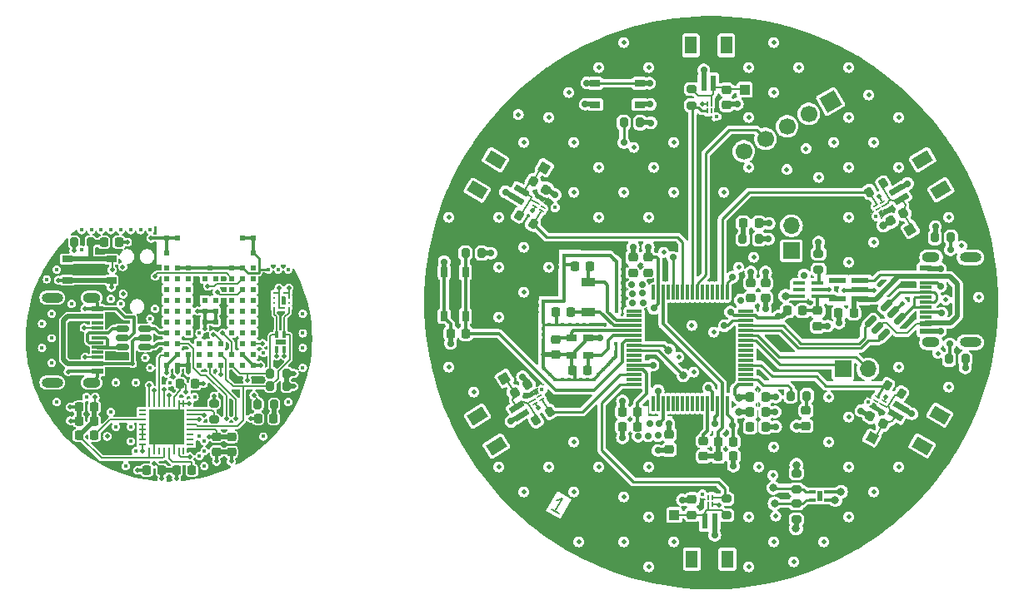
<source format=gtl>
G04 #@! TF.GenerationSoftware,KiCad,Pcbnew,8.0.6*
G04 #@! TF.CreationDate,2025-05-06T14:55:22+02:00*
G04 #@! TF.ProjectId,Panelized,50616e65-6c69-47a6-9564-2e6b69636164,rev?*
G04 #@! TF.SameCoordinates,Original*
G04 #@! TF.FileFunction,Copper,L1,Top*
G04 #@! TF.FilePolarity,Positive*
%FSLAX46Y46*%
G04 Gerber Fmt 4.6, Leading zero omitted, Abs format (unit mm)*
G04 Created by KiCad (PCBNEW 8.0.6) date 2025-05-06 14:55:22*
%MOMM*%
%LPD*%
G01*
G04 APERTURE LIST*
G04 Aperture macros list*
%AMRoundRect*
0 Rectangle with rounded corners*
0 $1 Rounding radius*
0 $2 $3 $4 $5 $6 $7 $8 $9 X,Y pos of 4 corners*
0 Add a 4 corners polygon primitive as box body*
4,1,4,$2,$3,$4,$5,$6,$7,$8,$9,$2,$3,0*
0 Add four circle primitives for the rounded corners*
1,1,$1+$1,$2,$3*
1,1,$1+$1,$4,$5*
1,1,$1+$1,$6,$7*
1,1,$1+$1,$8,$9*
0 Add four rect primitives between the rounded corners*
20,1,$1+$1,$2,$3,$4,$5,0*
20,1,$1+$1,$4,$5,$6,$7,0*
20,1,$1+$1,$6,$7,$8,$9,0*
20,1,$1+$1,$8,$9,$2,$3,0*%
%AMHorizOval*
0 Thick line with rounded ends*
0 $1 width*
0 $2 $3 position (X,Y) of the first rounded end (center of the circle)*
0 $4 $5 position (X,Y) of the second rounded end (center of the circle)*
0 Add line between two ends*
20,1,$1,$2,$3,$4,$5,0*
0 Add two circle primitives to create the rounded ends*
1,1,$1,$2,$3*
1,1,$1,$4,$5*%
%AMRotRect*
0 Rectangle, with rotation*
0 The origin of the aperture is its center*
0 $1 length*
0 $2 width*
0 $3 Rotation angle, in degrees counterclockwise*
0 Add horizontal line*
21,1,$1,$2,0,0,$3*%
G04 Aperture macros list end*
%ADD10C,0.187500*%
G04 #@! TA.AperFunction,NonConductor*
%ADD11C,0.187500*%
G04 #@! TD*
G04 #@! TA.AperFunction,SMDPad,CuDef*
%ADD12RoundRect,0.150000X-0.512500X-0.150000X0.512500X-0.150000X0.512500X0.150000X-0.512500X0.150000X0*%
G04 #@! TD*
G04 #@! TA.AperFunction,SMDPad,CuDef*
%ADD13RoundRect,0.200000X0.275000X-0.200000X0.275000X0.200000X-0.275000X0.200000X-0.275000X-0.200000X0*%
G04 #@! TD*
G04 #@! TA.AperFunction,SMDPad,CuDef*
%ADD14RoundRect,0.200000X0.200000X0.275000X-0.200000X0.275000X-0.200000X-0.275000X0.200000X-0.275000X0*%
G04 #@! TD*
G04 #@! TA.AperFunction,SMDPad,CuDef*
%ADD15RoundRect,0.225000X0.225000X0.250000X-0.225000X0.250000X-0.225000X-0.250000X0.225000X-0.250000X0*%
G04 #@! TD*
G04 #@! TA.AperFunction,SMDPad,CuDef*
%ADD16RoundRect,0.218750X-0.218750X-0.256250X0.218750X-0.256250X0.218750X0.256250X-0.218750X0.256250X0*%
G04 #@! TD*
G04 #@! TA.AperFunction,SMDPad,CuDef*
%ADD17R,0.254000X0.279400*%
G04 #@! TD*
G04 #@! TA.AperFunction,SMDPad,CuDef*
%ADD18R,0.279400X0.254000*%
G04 #@! TD*
G04 #@! TA.AperFunction,SMDPad,CuDef*
%ADD19R,0.304800X0.711200*%
G04 #@! TD*
G04 #@! TA.AperFunction,SMDPad,CuDef*
%ADD20R,1.092200X0.508000*%
G04 #@! TD*
G04 #@! TA.AperFunction,SMDPad,CuDef*
%ADD21R,1.150000X0.600000*%
G04 #@! TD*
G04 #@! TA.AperFunction,SMDPad,CuDef*
%ADD22R,1.150000X0.300000*%
G04 #@! TD*
G04 #@! TA.AperFunction,ComponentPad*
%ADD23O,1.800000X1.000000*%
G04 #@! TD*
G04 #@! TA.AperFunction,ComponentPad*
%ADD24O,2.200000X1.000000*%
G04 #@! TD*
G04 #@! TA.AperFunction,SMDPad,CuDef*
%ADD25RoundRect,0.225000X-0.225000X-0.250000X0.225000X-0.250000X0.225000X0.250000X-0.225000X0.250000X0*%
G04 #@! TD*
G04 #@! TA.AperFunction,SMDPad,CuDef*
%ADD26RoundRect,0.225000X-0.250000X0.225000X-0.250000X-0.225000X0.250000X-0.225000X0.250000X0.225000X0*%
G04 #@! TD*
G04 #@! TA.AperFunction,SMDPad,CuDef*
%ADD27R,0.990600X0.711200*%
G04 #@! TD*
G04 #@! TA.AperFunction,SMDPad,CuDef*
%ADD28RoundRect,0.218750X0.218750X0.256250X-0.218750X0.256250X-0.218750X-0.256250X0.218750X-0.256250X0*%
G04 #@! TD*
G04 #@! TA.AperFunction,SMDPad,CuDef*
%ADD29R,0.254000X0.762000*%
G04 #@! TD*
G04 #@! TA.AperFunction,SMDPad,CuDef*
%ADD30R,0.762000X0.254000*%
G04 #@! TD*
G04 #@! TA.AperFunction,SMDPad,CuDef*
%ADD31R,3.606800X3.606800*%
G04 #@! TD*
G04 #@! TA.AperFunction,SMDPad,CuDef*
%ADD32R,0.600000X0.600000*%
G04 #@! TD*
G04 #@! TA.AperFunction,SMDPad,CuDef*
%ADD33RoundRect,0.200000X-0.200000X-0.275000X0.200000X-0.275000X0.200000X0.275000X-0.200000X0.275000X0*%
G04 #@! TD*
G04 #@! TA.AperFunction,SMDPad,CuDef*
%ADD34R,0.711200X0.304800*%
G04 #@! TD*
G04 #@! TA.AperFunction,SMDPad,CuDef*
%ADD35R,0.508000X1.092200*%
G04 #@! TD*
G04 #@! TA.AperFunction,SMDPad,CuDef*
%ADD36RotRect,1.000000X1.000000X59.000000*%
G04 #@! TD*
G04 #@! TA.AperFunction,SMDPad,CuDef*
%ADD37R,0.600000X1.550000*%
G04 #@! TD*
G04 #@! TA.AperFunction,SMDPad,CuDef*
%ADD38R,1.200000X1.800000*%
G04 #@! TD*
G04 #@! TA.AperFunction,SMDPad,CuDef*
%ADD39RoundRect,0.225000X0.250000X-0.225000X0.250000X0.225000X-0.250000X0.225000X-0.250000X-0.225000X0*%
G04 #@! TD*
G04 #@! TA.AperFunction,SMDPad,CuDef*
%ADD40RoundRect,0.218750X0.256250X-0.218750X0.256250X0.218750X-0.256250X0.218750X-0.256250X-0.218750X0*%
G04 #@! TD*
G04 #@! TA.AperFunction,SMDPad,CuDef*
%ADD41R,1.397000X0.965200*%
G04 #@! TD*
G04 #@! TA.AperFunction,SMDPad,CuDef*
%ADD42R,1.000000X1.000000*%
G04 #@! TD*
G04 #@! TA.AperFunction,SMDPad,CuDef*
%ADD43RoundRect,0.150000X0.256326X0.468458X-0.468458X-0.256326X-0.256326X-0.468458X0.468458X0.256326X0*%
G04 #@! TD*
G04 #@! TA.AperFunction,SMDPad,CuDef*
%ADD44RoundRect,0.200000X-0.313069X-0.132713X0.029798X-0.338729X0.313069X0.132713X-0.029798X0.338729X0*%
G04 #@! TD*
G04 #@! TA.AperFunction,SMDPad,CuDef*
%ADD45RoundRect,0.200000X-0.275000X0.200000X-0.275000X-0.200000X0.275000X-0.200000X0.275000X0.200000X0*%
G04 #@! TD*
G04 #@! TA.AperFunction,SMDPad,CuDef*
%ADD46RotRect,1.000000X1.000000X61.000000*%
G04 #@! TD*
G04 #@! TA.AperFunction,SMDPad,CuDef*
%ADD47R,1.200000X0.400000*%
G04 #@! TD*
G04 #@! TA.AperFunction,SMDPad,CuDef*
%ADD48R,0.711200X0.990600*%
G04 #@! TD*
G04 #@! TA.AperFunction,SMDPad,CuDef*
%ADD49RoundRect,0.075000X-0.700000X-0.075000X0.700000X-0.075000X0.700000X0.075000X-0.700000X0.075000X0*%
G04 #@! TD*
G04 #@! TA.AperFunction,SMDPad,CuDef*
%ADD50RoundRect,0.075000X-0.075000X-0.700000X0.075000X-0.700000X0.075000X0.700000X-0.075000X0.700000X0*%
G04 #@! TD*
G04 #@! TA.AperFunction,SMDPad,CuDef*
%ADD51RotRect,0.600000X1.550000X239.000000*%
G04 #@! TD*
G04 #@! TA.AperFunction,SMDPad,CuDef*
%ADD52RotRect,1.200000X1.800000X239.000000*%
G04 #@! TD*
G04 #@! TA.AperFunction,SMDPad,CuDef*
%ADD53R,0.990600X0.736600*%
G04 #@! TD*
G04 #@! TA.AperFunction,SMDPad,CuDef*
%ADD54RoundRect,0.225000X-0.321622X-0.098408X0.064103X-0.330175X0.321622X0.098408X-0.064103X0.330175X0*%
G04 #@! TD*
G04 #@! TA.AperFunction,ComponentPad*
%ADD55R,1.700000X1.700000*%
G04 #@! TD*
G04 #@! TA.AperFunction,ComponentPad*
%ADD56O,1.700000X1.700000*%
G04 #@! TD*
G04 #@! TA.AperFunction,ComponentPad*
%ADD57RotRect,1.700000X1.700000X300.000000*%
G04 #@! TD*
G04 #@! TA.AperFunction,ComponentPad*
%ADD58HorizOval,1.700000X0.000000X0.000000X0.000000X0.000000X0*%
G04 #@! TD*
G04 #@! TA.AperFunction,SMDPad,CuDef*
%ADD59RotRect,0.533400X0.152400X329.000000*%
G04 #@! TD*
G04 #@! TA.AperFunction,SMDPad,CuDef*
%ADD60RoundRect,0.200000X0.310705X0.138157X-0.035705X0.338157X-0.310705X-0.138157X0.035705X-0.338157X0*%
G04 #@! TD*
G04 #@! TA.AperFunction,SMDPad,CuDef*
%ADD61RoundRect,0.225000X0.319856X0.104006X-0.069856X0.329006X-0.319856X-0.104006X0.069856X-0.329006X0*%
G04 #@! TD*
G04 #@! TA.AperFunction,SMDPad,CuDef*
%ADD62RotRect,0.600000X1.550000X60.000000*%
G04 #@! TD*
G04 #@! TA.AperFunction,SMDPad,CuDef*
%ADD63RotRect,1.200000X1.800000X60.000000*%
G04 #@! TD*
G04 #@! TA.AperFunction,SMDPad,CuDef*
%ADD64RotRect,0.533400X0.152400X150.000000*%
G04 #@! TD*
G04 #@! TA.AperFunction,SMDPad,CuDef*
%ADD65R,0.152400X0.533400*%
G04 #@! TD*
G04 #@! TA.AperFunction,SMDPad,CuDef*
%ADD66RotRect,0.533400X0.152400X211.000000*%
G04 #@! TD*
G04 #@! TA.AperFunction,SMDPad,CuDef*
%ADD67RotRect,1.000000X1.000000X211.000000*%
G04 #@! TD*
G04 #@! TA.AperFunction,SMDPad,CuDef*
%ADD68RoundRect,0.225000X0.064103X0.330175X-0.321622X0.098408X-0.064103X-0.330175X0.321622X-0.098408X0*%
G04 #@! TD*
G04 #@! TA.AperFunction,SMDPad,CuDef*
%ADD69RotRect,0.600000X1.550000X121.000000*%
G04 #@! TD*
G04 #@! TA.AperFunction,SMDPad,CuDef*
%ADD70RotRect,1.200000X1.800000X121.000000*%
G04 #@! TD*
G04 #@! TA.AperFunction,SMDPad,CuDef*
%ADD71RoundRect,0.200000X0.029798X0.338729X-0.313069X0.132713X-0.029798X-0.338729X0.313069X-0.132713X0*%
G04 #@! TD*
G04 #@! TA.AperFunction,SMDPad,CuDef*
%ADD72RotRect,0.533400X0.152400X32.000000*%
G04 #@! TD*
G04 #@! TA.AperFunction,SMDPad,CuDef*
%ADD73RoundRect,0.225000X-0.058331X-0.331244X0.323291X-0.092780X0.058331X0.331244X-0.323291X0.092780X0*%
G04 #@! TD*
G04 #@! TA.AperFunction,SMDPad,CuDef*
%ADD74RotRect,0.600000X1.550000X302.000000*%
G04 #@! TD*
G04 #@! TA.AperFunction,SMDPad,CuDef*
%ADD75RotRect,1.200000X1.800000X302.000000*%
G04 #@! TD*
G04 #@! TA.AperFunction,SMDPad,CuDef*
%ADD76RoundRect,0.200000X-0.023882X-0.339197X0.315337X-0.127229X0.023882X0.339197X-0.315337X0.127229X0*%
G04 #@! TD*
G04 #@! TA.AperFunction,SMDPad,CuDef*
%ADD77RotRect,1.000000X1.000000X122.000000*%
G04 #@! TD*
G04 #@! TA.AperFunction,SMDPad,CuDef*
%ADD78R,1.805236X0.612132*%
G04 #@! TD*
G04 #@! TA.AperFunction,ViaPad*
%ADD79C,0.500000*%
G04 #@! TD*
G04 #@! TA.AperFunction,ViaPad*
%ADD80C,0.450000*%
G04 #@! TD*
G04 #@! TA.AperFunction,ViaPad*
%ADD81C,0.700000*%
G04 #@! TD*
G04 #@! TA.AperFunction,ViaPad*
%ADD82C,0.800000*%
G04 #@! TD*
G04 #@! TA.AperFunction,Conductor*
%ADD83C,0.300000*%
G04 #@! TD*
G04 #@! TA.AperFunction,Conductor*
%ADD84C,0.150000*%
G04 #@! TD*
G04 #@! TA.AperFunction,Conductor*
%ADD85C,0.200000*%
G04 #@! TD*
G04 #@! TA.AperFunction,Conductor*
%ADD86C,0.500000*%
G04 #@! TD*
G04 #@! TA.AperFunction,Conductor*
%ADD87C,0.250000*%
G04 #@! TD*
G04 #@! TA.AperFunction,Conductor*
%ADD88C,0.284000*%
G04 #@! TD*
G04 APERTURE END LIST*
D10*
D11*
X140263779Y-118073583D02*
X139521472Y-117645012D01*
X139892625Y-117859298D02*
X140642625Y-116560259D01*
X140642625Y-116560259D02*
X140411765Y-116674408D01*
X140411765Y-116674408D02*
X140216618Y-116726697D01*
X140216618Y-116726697D02*
X140057186Y-116717128D01*
D12*
X95962500Y-99245000D03*
X95962500Y-100195000D03*
X95962500Y-101145000D03*
X98237500Y-101145000D03*
X98237500Y-100195000D03*
X98237500Y-99245000D03*
D13*
X105235000Y-108510002D03*
X105235000Y-106860002D03*
D14*
X111335000Y-106970000D03*
X109685000Y-106970000D03*
D15*
X93059999Y-107269999D03*
X91509997Y-107269999D03*
D16*
X109722501Y-108394998D03*
X111297505Y-108395000D03*
D17*
X111346899Y-97157000D03*
X111846901Y-97157000D03*
X112346900Y-97157001D03*
X112846900Y-97157000D03*
D18*
X112858900Y-96644999D03*
X112858901Y-96145000D03*
D17*
X112846901Y-95633000D03*
X112346899Y-95633000D03*
X111846900Y-95632999D03*
X111346900Y-95633000D03*
D18*
X111334900Y-96145001D03*
X111334899Y-96645000D03*
D19*
X112385000Y-99894999D03*
X111584900Y-99894997D03*
X111584902Y-101393601D03*
X112385002Y-101393603D03*
D20*
X111984951Y-100644300D03*
D21*
X93372500Y-97235747D03*
X93372500Y-98035750D03*
D22*
X93372499Y-99185751D03*
X93372502Y-100185747D03*
X93372500Y-100685747D03*
X93372502Y-101685751D03*
D21*
X93372500Y-102835750D03*
X93372503Y-103635753D03*
D22*
X93372500Y-102185750D03*
X93372498Y-101185752D03*
X93372499Y-99685750D03*
X93372500Y-98685750D03*
D23*
X92797501Y-96115748D03*
D24*
X88797500Y-96115747D03*
D23*
X92797502Y-104755752D03*
D24*
X88797500Y-104755753D03*
D25*
X101784999Y-104845000D03*
X103335001Y-104845000D03*
D15*
X93060001Y-108645000D03*
X91509999Y-108645000D03*
D26*
X105490000Y-110259999D03*
X105490000Y-111810001D03*
D27*
X94810001Y-94344999D03*
X90309998Y-94344999D03*
X94810002Y-92195001D03*
X90309999Y-92195001D03*
D25*
X94034999Y-90495000D03*
X95585001Y-90495000D03*
D26*
X106990000Y-110279999D03*
X106990000Y-111830001D03*
D28*
X102977502Y-113684999D03*
X101402498Y-113685001D03*
D29*
X98650000Y-111716400D03*
X99150000Y-111716404D03*
X99649998Y-111716399D03*
X100149999Y-111716401D03*
X100650002Y-111716399D03*
X101150000Y-111716400D03*
X101649998Y-111716400D03*
X102149998Y-111716400D03*
D30*
X102825699Y-111040699D03*
X102825703Y-110540699D03*
X102825698Y-110040701D03*
X102825700Y-109540700D03*
X102825698Y-109040697D03*
X102825699Y-108540699D03*
X102825699Y-108040701D03*
X102825699Y-107540701D03*
D29*
X102149998Y-106865000D03*
X101649998Y-106864996D03*
X101150000Y-106865001D03*
X100649999Y-106864999D03*
X100149996Y-106865001D03*
X99649998Y-106865000D03*
X99150000Y-106865000D03*
X98650000Y-106865000D03*
D30*
X97974299Y-107540701D03*
X97974295Y-108040701D03*
X97974300Y-108540699D03*
X97974298Y-109040700D03*
X97974300Y-109540703D03*
X97974299Y-110040701D03*
X97974299Y-110540699D03*
X97974299Y-111040699D03*
D31*
X100399999Y-109290700D03*
D15*
X99955001Y-113675000D03*
X98404999Y-113675000D03*
D28*
X93082499Y-110150000D03*
X91507495Y-110149998D03*
D32*
X109235006Y-102969999D03*
X108135005Y-102970000D03*
X107035003Y-102969997D03*
X105935004Y-102970000D03*
X104835005Y-102970003D03*
X103735004Y-102970000D03*
X102635002Y-102970001D03*
X101535004Y-102970001D03*
X100435004Y-102969998D03*
X109235004Y-101870000D03*
X108135004Y-101870004D03*
X107035004Y-101870000D03*
X105935004Y-101870002D03*
X104835004Y-101870000D03*
X103735006Y-101870002D03*
X102635004Y-101870000D03*
X101535003Y-101869999D03*
X100435004Y-101870000D03*
X109235003Y-100770001D03*
X108135004Y-100770001D03*
X105935004Y-100770000D03*
X104835000Y-100770000D03*
X103735004Y-100770000D03*
X101535003Y-100770000D03*
X100435000Y-100770000D03*
X109235004Y-99670000D03*
X108135004Y-99670000D03*
X107035004Y-99670000D03*
X102635004Y-99670000D03*
X101535009Y-99669998D03*
X100435004Y-99670000D03*
X109235006Y-98569998D03*
X108135004Y-98570000D03*
X107035004Y-98570001D03*
X105385004Y-98570000D03*
X104285004Y-98570000D03*
X102635004Y-98570000D03*
X101535004Y-98570000D03*
X100435002Y-98570000D03*
X109235004Y-97470000D03*
X108135004Y-97470004D03*
X107035004Y-97470000D03*
X105385002Y-97470001D03*
X104285006Y-97469999D03*
X102635004Y-97470000D03*
X101535004Y-97469996D03*
X100435004Y-97470000D03*
X109235006Y-96370000D03*
X108135004Y-96370000D03*
X107035004Y-96370000D03*
X105385004Y-96370000D03*
X104285004Y-96370000D03*
X102635004Y-96369999D03*
X101535004Y-96370000D03*
X100435002Y-96370002D03*
X109235004Y-95270000D03*
X108134999Y-95270002D03*
X107035004Y-95270000D03*
X102635004Y-95270000D03*
X101535004Y-95270000D03*
X100435004Y-95270000D03*
X109235008Y-94170000D03*
X108135005Y-94170000D03*
X107035004Y-94170000D03*
X105385004Y-94170000D03*
X104285004Y-94170000D03*
X102635006Y-94170005D03*
X101535004Y-94169999D03*
X100435005Y-94169999D03*
X109235004Y-93070000D03*
X108135005Y-93070001D03*
X107035004Y-93070000D03*
X104835004Y-93070000D03*
X102635004Y-93070000D03*
X101535004Y-93069996D03*
X100435004Y-93070000D03*
X109235004Y-91570000D03*
X100435002Y-91569999D03*
X109235004Y-90070000D03*
X108135004Y-90070000D03*
X101535004Y-90070000D03*
X100435004Y-90070000D03*
D33*
X91035000Y-90495000D03*
X92685000Y-90495000D03*
X110960000Y-103820000D03*
X112610000Y-103820000D03*
X110960000Y-105145000D03*
X112610000Y-105145000D03*
D25*
X159725546Y-106227899D03*
X161275548Y-106227899D03*
D34*
X166021246Y-115887850D03*
X166021246Y-116687948D03*
X167519848Y-116687948D03*
X167519848Y-115887850D03*
D35*
X166770547Y-116287899D03*
D21*
X177525547Y-99537899D03*
X177525547Y-98737899D03*
D22*
X177525547Y-97587899D03*
X177525547Y-96587899D03*
X177525547Y-96087899D03*
X177525547Y-95087899D03*
D21*
X177525547Y-93937899D03*
X177525547Y-93137899D03*
D22*
X177525547Y-94587899D03*
X177525547Y-95587899D03*
X177525547Y-97087899D03*
X177525547Y-98087899D03*
D23*
X178100547Y-100657899D03*
D24*
X182100547Y-100657899D03*
D23*
X178100547Y-92017899D03*
D24*
X182100547Y-92017899D03*
D15*
X148285548Y-107717899D03*
X146735546Y-107717899D03*
D13*
X166670547Y-93277899D03*
X166670547Y-91627899D03*
D36*
X138795728Y-82921311D03*
D37*
X155098894Y-118839600D03*
X156098891Y-118839603D03*
D38*
X153798893Y-122714599D03*
X157398895Y-122714602D03*
D15*
X141495548Y-97611899D03*
X139945546Y-97611899D03*
D25*
X159725546Y-109247899D03*
X161275548Y-109247899D03*
D26*
X151500547Y-110037899D03*
X151500547Y-111587899D03*
D39*
X147820547Y-93582899D03*
X147820547Y-92032899D03*
D40*
X165385547Y-109167900D03*
X165385547Y-107592898D03*
D41*
X143260547Y-94519899D03*
X143260547Y-97567899D03*
D42*
X151998894Y-118239600D03*
D43*
X174916640Y-98295304D03*
X174244878Y-97623574D03*
X173573120Y-96951808D03*
X171964454Y-98560494D03*
X172636216Y-99232224D03*
X173307974Y-99903990D03*
D44*
X136218558Y-87736407D03*
X137632898Y-88586215D03*
D45*
X164410060Y-113978210D03*
X164410060Y-115628210D03*
D39*
X161280547Y-96182900D03*
X161280547Y-94632898D03*
D26*
X166580573Y-97457893D03*
X166580547Y-99007899D03*
D46*
X172092359Y-110369094D03*
D14*
X148525547Y-78317899D03*
X146875547Y-78317899D03*
D47*
X166555543Y-95942842D03*
X166555544Y-95292904D03*
X166555561Y-94642868D03*
X164655545Y-94642924D03*
X164655544Y-95292862D03*
X164655527Y-95942898D03*
D48*
X128635548Y-97997900D03*
X128635548Y-93497897D03*
X130785546Y-97997901D03*
X130785546Y-93497898D03*
D49*
X147935547Y-97467899D03*
X147935547Y-97967899D03*
X147935547Y-98467899D03*
X147935547Y-98967899D03*
X147935547Y-99467899D03*
X147935547Y-99967899D03*
X147935547Y-100467899D03*
X147935547Y-100967899D03*
X147935547Y-101467899D03*
X147935547Y-101967899D03*
X147935547Y-102467899D03*
X147935547Y-102967899D03*
X147935547Y-103467899D03*
X147935547Y-103967899D03*
X147935547Y-104467899D03*
X147935547Y-104967899D03*
D50*
X149860547Y-106892899D03*
X150360547Y-106892899D03*
X150860547Y-106892899D03*
X151360547Y-106892899D03*
X151860547Y-106892899D03*
X152360547Y-106892899D03*
X152860547Y-106892899D03*
X153360547Y-106892899D03*
X153860547Y-106892899D03*
X154360547Y-106892899D03*
X154860547Y-106892899D03*
X155360547Y-106892899D03*
X155860547Y-106892899D03*
X156360547Y-106892899D03*
X156860547Y-106892899D03*
X157360547Y-106892899D03*
D49*
X159285547Y-104967899D03*
X159285547Y-104467899D03*
X159285547Y-103967899D03*
X159285547Y-103467899D03*
X159285547Y-102967899D03*
X159285547Y-102467899D03*
X159285547Y-101967899D03*
X159285547Y-101467899D03*
X159285547Y-100967899D03*
X159285547Y-100467899D03*
X159285547Y-99967899D03*
X159285547Y-99467899D03*
X159285547Y-98967899D03*
X159285547Y-98467899D03*
X159285547Y-97967899D03*
X159285547Y-97467899D03*
D50*
X157360547Y-95542899D03*
X156860547Y-95542899D03*
X156360547Y-95542899D03*
X155860547Y-95542899D03*
X155360547Y-95542899D03*
X154860547Y-95542899D03*
X154360547Y-95542899D03*
X153860547Y-95542899D03*
X153360547Y-95542899D03*
X152860547Y-95542899D03*
X152360547Y-95542899D03*
X151860547Y-95542899D03*
X151360547Y-95542899D03*
X150860547Y-95542899D03*
X150360547Y-95542899D03*
X149860547Y-95542899D03*
D25*
X159725550Y-107737898D03*
X161275544Y-107737900D03*
D15*
X165055548Y-97437899D03*
X163505546Y-97437899D03*
D42*
X159170547Y-74967899D03*
D51*
X136485730Y-85201308D03*
X135970683Y-86058473D03*
D52*
X133833751Y-82091221D03*
X131979605Y-85177019D03*
D25*
X156440547Y-110757899D03*
X157990547Y-110757899D03*
D26*
X139940547Y-100352898D03*
X139940547Y-101902900D03*
D53*
X141546946Y-100248998D03*
X141546947Y-101978998D03*
X143274148Y-101978998D03*
X143274147Y-100248998D03*
D15*
X170245550Y-97677912D03*
X168695544Y-97677886D03*
D14*
X132435547Y-91592899D03*
X130785547Y-91592899D03*
D39*
X159780547Y-96157901D03*
X159780547Y-94607899D03*
D54*
X137633603Y-84310237D03*
X138962203Y-85108547D03*
D39*
X153798894Y-118209600D03*
X153798896Y-116659608D03*
D14*
X165480547Y-106097900D03*
X163830547Y-106097900D03*
D33*
X179925553Y-102367923D03*
X181575541Y-102367875D03*
D55*
X163910569Y-91347897D03*
D56*
X163910547Y-88807899D03*
D40*
X154985547Y-112265399D03*
X154985547Y-110690399D03*
D57*
X167869661Y-76147899D03*
D58*
X165669956Y-77417899D03*
X163470252Y-78687899D03*
X161270547Y-79957899D03*
X159070843Y-81227899D03*
D13*
X157318896Y-118244599D03*
X157318892Y-116594601D03*
D15*
X130825547Y-99757898D03*
X129275547Y-99757898D03*
D59*
X138080983Y-86499190D03*
X137874967Y-86842055D03*
X138506357Y-87221432D03*
X138712373Y-86878567D03*
D60*
X175067634Y-105872475D03*
X173638702Y-105047487D03*
D61*
X173263172Y-108949973D03*
X171920828Y-108174973D03*
D62*
X174487305Y-108114344D03*
X174987340Y-107248326D03*
D63*
X177193178Y-111177668D03*
X178993183Y-108059992D03*
D64*
X173079808Y-106979060D03*
X173279774Y-106632648D03*
X172641846Y-106264318D03*
X172441880Y-106610730D03*
D37*
X155990548Y-74317902D03*
X154990551Y-74317898D03*
D38*
X157290550Y-70442904D03*
X153690546Y-70442896D03*
D26*
X157320550Y-74952902D03*
X157320546Y-76502896D03*
D45*
X153770543Y-74902899D03*
X153770553Y-76552899D03*
D65*
X155764999Y-76380335D03*
X155364999Y-76380335D03*
X155364999Y-77116935D03*
X155764999Y-77116935D03*
D66*
X173333413Y-86716198D03*
X173127419Y-86373402D03*
X172495975Y-86752794D03*
X172701969Y-87095590D03*
D67*
X175970696Y-89177380D03*
D68*
X175295322Y-87513394D03*
X173966718Y-88311714D03*
D69*
X175101673Y-86037776D03*
X174586672Y-85180597D03*
D70*
X179092766Y-85156285D03*
X177238658Y-82070462D03*
D71*
X173242225Y-84503684D03*
X171827931Y-85353482D03*
D72*
X137653253Y-106558858D03*
X137865242Y-106898057D03*
X138489933Y-106507718D03*
X138277944Y-106168519D03*
D73*
X135782414Y-105791172D03*
X137096900Y-104969800D03*
D74*
X135979691Y-107211510D03*
X136509587Y-108059563D03*
D75*
X132004616Y-108162498D03*
X133912310Y-111215482D03*
D76*
X137963422Y-108602399D03*
X139362676Y-107728017D03*
D77*
X134730547Y-104347899D03*
D65*
X155438895Y-117167899D03*
X155838895Y-117167899D03*
X155838895Y-116431299D03*
X155438895Y-116431299D03*
D27*
X143980546Y-74322900D03*
X148480548Y-74322900D03*
X143980546Y-76472898D03*
X148480548Y-76472898D03*
D15*
X143215548Y-103517899D03*
X141665546Y-103517899D03*
D13*
X164416206Y-118708210D03*
X164416206Y-117058210D03*
D14*
X180125551Y-89997897D03*
X178475543Y-89997901D03*
D55*
X169153046Y-103377889D03*
D56*
X171693044Y-103377875D03*
D15*
X143465548Y-92951899D03*
X141915546Y-92951899D03*
D39*
X149330547Y-93572899D03*
X149330547Y-92022899D03*
D25*
X156465547Y-112257899D03*
X158015547Y-112257899D03*
D78*
X170881032Y-96267902D03*
X170881030Y-95317898D03*
X170881027Y-94367897D03*
X168580062Y-94367896D03*
X168580067Y-96267901D03*
D33*
X158963047Y-90137899D03*
X160613047Y-90137899D03*
D28*
X160588049Y-88537900D03*
X159013045Y-88537898D03*
D15*
X148285550Y-109237898D03*
X146735548Y-109237898D03*
D79*
X92130000Y-102185000D03*
X103760000Y-108545000D03*
X107485000Y-108395000D03*
X100160000Y-105435000D03*
X106110000Y-99720000D03*
X99130000Y-105585000D03*
X92040000Y-99175000D03*
X109285000Y-106045000D03*
X104610000Y-94945000D03*
X98660000Y-105025000D03*
X102760000Y-112295000D03*
X105160000Y-99845000D03*
X104220000Y-108045000D03*
X106485000Y-108395000D03*
X105550000Y-95525000D03*
X96949250Y-102835750D03*
X105885000Y-103970000D03*
X110160000Y-100770000D03*
X108620000Y-104515000D03*
X113400000Y-103825000D03*
D80*
X94760000Y-107745000D03*
X96760000Y-109245000D03*
X103760000Y-112245000D03*
X96760000Y-110745000D03*
D79*
X103585000Y-97470000D03*
D80*
X95760000Y-96745000D03*
X97760000Y-89245000D03*
X91760000Y-91245000D03*
D79*
X90410000Y-103645000D03*
X92100000Y-97255000D03*
X94385000Y-110245000D03*
D80*
X103760000Y-99745000D03*
X100760000Y-104745000D03*
X112760000Y-106745000D03*
D79*
X93160000Y-106245000D03*
X100660000Y-106015000D03*
X102410000Y-105745000D03*
D80*
X88760000Y-102745000D03*
D79*
X111585000Y-102045000D03*
X97970000Y-111715000D03*
D80*
X95260000Y-104745000D03*
D79*
X101420000Y-114515000D03*
D80*
X87760000Y-98745000D03*
D79*
X96450000Y-90485000D03*
D80*
X87760000Y-101245000D03*
D79*
X90985000Y-91345000D03*
X113370000Y-105155000D03*
X102720000Y-106865000D03*
D80*
X103260000Y-106245000D03*
X114260000Y-101245000D03*
X95760000Y-89245000D03*
D79*
X104285000Y-99245000D03*
X89410000Y-94335000D03*
D80*
X114260000Y-103245000D03*
X98260000Y-102245000D03*
D79*
X104710000Y-110259999D03*
X106990000Y-112775000D03*
D80*
X112760000Y-93245000D03*
D79*
X105240000Y-106155000D03*
X101535000Y-103695000D03*
D80*
X89260000Y-106745000D03*
D79*
X102635000Y-103720000D03*
D80*
X114260000Y-99745000D03*
X90760000Y-96745000D03*
D79*
X96010000Y-95745000D03*
X95970000Y-92975000D03*
X112385002Y-102035000D03*
D80*
X96760000Y-89245000D03*
X92760000Y-89245000D03*
X88760000Y-97745000D03*
X103760000Y-110245000D03*
X98760000Y-103245000D03*
D79*
X99955001Y-114549999D03*
X99170000Y-113015000D03*
X111835000Y-95145000D03*
X94800000Y-95075000D03*
D80*
X89260000Y-93245000D03*
D79*
X94880000Y-93275000D03*
D80*
X110760000Y-93245000D03*
X111760000Y-93245000D03*
X97260000Y-111745000D03*
D79*
X97460000Y-113675000D03*
D80*
X97260000Y-104745000D03*
X94760000Y-96245000D03*
D79*
X109960000Y-102970000D03*
D80*
X104260000Y-110745000D03*
X88760000Y-100245000D03*
X99260000Y-97245000D03*
D79*
X90634997Y-107269999D03*
D80*
X114260000Y-97745000D03*
X110265995Y-101766052D03*
D79*
X105490000Y-112775000D03*
D80*
X92260000Y-106245000D03*
D79*
X99240000Y-93915000D03*
D80*
X110260000Y-110245000D03*
X88260000Y-94245000D03*
D79*
X112835000Y-95120000D03*
D80*
X104260000Y-113245000D03*
X93760000Y-89245000D03*
X96260000Y-113245000D03*
X94760000Y-89245000D03*
X91760000Y-89245000D03*
X104260000Y-111745000D03*
D79*
X90654997Y-108639999D03*
D80*
X95260000Y-109245000D03*
D79*
X100435000Y-103795000D03*
X104160000Y-104845000D03*
X98835000Y-90070000D03*
X108993749Y-108392501D03*
D80*
X98760000Y-89245000D03*
X98760000Y-98245000D03*
D79*
X174820547Y-113337899D03*
X166692547Y-83873899D03*
D80*
X144795547Y-103402899D03*
X146022491Y-100805955D03*
X146130547Y-95577899D03*
X138707164Y-101137899D03*
X140770547Y-95907899D03*
D79*
X153992547Y-103685899D03*
X172280547Y-80317899D03*
X149420547Y-113337899D03*
D80*
X146140547Y-94967899D03*
D79*
X139260547Y-93017899D03*
X169740547Y-92509899D03*
D81*
X159790547Y-93537899D03*
D79*
X164660547Y-72697899D03*
D81*
X162560547Y-98007899D03*
D79*
X137614331Y-87235812D03*
X151960547Y-85397899D03*
D81*
X144420547Y-100227899D03*
D80*
X138707164Y-100484516D03*
D79*
X162120547Y-111305899D03*
D80*
X138707164Y-96527899D03*
D79*
X172280547Y-115877899D03*
X179900547Y-87937899D03*
X178785547Y-101792899D03*
D80*
X138707164Y-99263487D03*
D79*
X162120547Y-120957899D03*
X158564547Y-93017899D03*
D80*
X141280547Y-104467899D03*
D79*
X159580547Y-123497899D03*
X165385547Y-80967899D03*
X149420547Y-123497899D03*
D81*
X150340545Y-111657900D03*
X156118893Y-120274601D03*
D80*
X142810547Y-98892899D03*
X143290547Y-91837899D03*
D81*
X166670547Y-90477899D03*
X149620547Y-78337899D03*
X149930547Y-97197899D03*
X164420547Y-109197900D03*
D79*
X169740547Y-113337899D03*
D81*
X147820547Y-90977899D03*
X142960547Y-76437899D03*
D80*
X146150547Y-96227899D03*
D81*
X178530547Y-88897899D03*
D80*
X140180547Y-96487899D03*
X139380547Y-103917899D03*
D81*
X156160547Y-108927899D03*
D79*
X153785547Y-98942899D03*
X156530796Y-117196496D03*
D80*
X141600547Y-91837899D03*
D79*
X169740547Y-77777899D03*
D81*
X162330547Y-106227899D03*
X146740547Y-110377899D03*
D80*
X141890547Y-104457899D03*
D79*
X134180547Y-93017899D03*
X174820547Y-77777899D03*
D80*
X140600547Y-104467899D03*
X146120547Y-93557899D03*
D81*
X167598041Y-99007899D03*
D79*
X157040547Y-85397899D03*
D80*
X139310547Y-98892899D03*
D82*
X168944512Y-115877387D03*
D81*
X168730547Y-98685393D03*
D79*
X139260547Y-113337899D03*
D81*
X149840547Y-102967899D03*
D80*
X145440547Y-91837899D03*
X143830547Y-104407899D03*
D79*
X152468547Y-102161899D03*
X159580547Y-77777899D03*
X131640547Y-105717899D03*
X149420547Y-118417899D03*
X169740547Y-72697899D03*
X159580547Y-118417899D03*
X134180547Y-113337899D03*
D81*
X179050547Y-99517899D03*
D79*
X169240549Y-95347901D03*
X144340547Y-87937899D03*
D80*
X139480547Y-96487899D03*
D81*
X149550547Y-76457899D03*
D79*
X172320545Y-95347901D03*
D80*
X142390547Y-91837899D03*
D79*
X160088547Y-92001899D03*
X163435547Y-83092899D03*
X141800547Y-110797899D03*
X179900547Y-105209899D03*
D80*
X142150547Y-98892899D03*
D81*
X179040547Y-93177899D03*
D80*
X138780547Y-103317899D03*
D79*
X142308547Y-120957899D03*
X149420547Y-72697899D03*
X136720547Y-115877899D03*
D80*
X140005544Y-98892899D03*
D79*
X134180547Y-98097899D03*
X164152547Y-122989899D03*
D80*
X138707164Y-101907899D03*
D79*
X175210547Y-96717899D03*
X160596547Y-113337899D03*
D80*
X146120547Y-94227899D03*
D79*
X156024547Y-99621899D03*
X141800547Y-85397899D03*
D80*
X140760547Y-96487899D03*
D79*
X136160547Y-77492899D03*
D81*
X128635547Y-92467899D03*
D80*
X139910547Y-104447899D03*
X138707164Y-98638484D03*
D79*
X129100547Y-103177899D03*
D80*
X140770547Y-95247899D03*
D79*
X169740547Y-118417899D03*
D81*
X146740547Y-106657899D03*
D79*
X172280547Y-90477899D03*
D80*
X138707164Y-102594516D03*
X138707164Y-97257899D03*
D79*
X168216547Y-80317899D03*
X129100547Y-87937899D03*
D80*
X146120547Y-92867899D03*
D79*
X162310547Y-118342899D03*
X162120547Y-70157899D03*
X169740547Y-87937899D03*
D80*
X145305547Y-102892899D03*
D79*
X139260547Y-77777899D03*
D80*
X146022491Y-101655955D03*
D81*
X158015547Y-113257899D03*
D79*
X162120547Y-75237899D03*
X167700547Y-95292904D03*
X167708547Y-106225899D03*
D81*
X150360547Y-105597899D03*
X152833893Y-116699603D03*
D79*
X169740547Y-82857899D03*
D80*
X138707164Y-97882902D03*
D79*
X159580547Y-82857899D03*
X167200547Y-120957899D03*
X181210547Y-90842899D03*
D81*
X165210547Y-93827899D03*
D80*
X144780547Y-91837899D03*
D81*
X162310547Y-109247899D03*
D79*
X144340547Y-113337899D03*
X136720547Y-80317899D03*
D80*
X145905547Y-92232899D03*
D79*
X179585547Y-96342899D03*
D80*
X145835547Y-102362899D03*
D79*
X141800547Y-80317899D03*
X169740547Y-108257899D03*
D80*
X140770547Y-92727899D03*
D81*
X149350547Y-90967899D03*
D79*
X151960547Y-80317899D03*
D80*
X144260547Y-98892899D03*
D79*
X134180547Y-87937899D03*
D80*
X140770547Y-93657899D03*
X144110547Y-91837899D03*
D81*
X157930547Y-109117899D03*
D79*
X144340547Y-72697899D03*
D80*
X140630547Y-98892899D03*
D79*
X162035547Y-114192899D03*
X182948547Y-96065899D03*
D80*
X140805547Y-91852899D03*
D79*
X144340547Y-82857899D03*
X151960547Y-120957899D03*
X136720547Y-90985899D03*
D80*
X143480547Y-98892899D03*
D79*
X146880547Y-120957899D03*
X149928547Y-82857899D03*
X167708547Y-110797899D03*
D81*
X181575541Y-103252905D03*
D80*
X142540547Y-104437899D03*
D81*
X129265546Y-100767899D03*
D79*
X141292547Y-75237899D03*
D80*
X140770547Y-94507899D03*
D79*
X141800547Y-115877899D03*
D81*
X161280547Y-93537899D03*
D79*
X149420547Y-87937899D03*
D81*
X162260547Y-107737900D03*
D79*
X159580547Y-72697899D03*
X174820547Y-103177899D03*
D81*
X161630548Y-88557898D03*
X151870547Y-92037899D03*
X146870547Y-80327899D03*
D82*
X162200547Y-117057899D03*
X151430547Y-101477899D03*
D81*
X157100547Y-98967899D03*
D82*
X152920547Y-104017899D03*
D80*
X138707164Y-99857899D03*
D79*
X136720547Y-95557899D03*
X174820547Y-82857899D03*
D80*
X146120547Y-97527899D03*
D79*
X150944547Y-91493899D03*
D80*
X143190547Y-104447899D03*
X144280547Y-103917899D03*
D79*
X146880547Y-85397899D03*
D81*
X157710547Y-97577899D03*
D79*
X171760547Y-75492899D03*
X146880547Y-70157899D03*
D81*
X139888574Y-85640766D03*
D79*
X146880547Y-116385899D03*
D80*
X141410547Y-98892899D03*
D81*
X134862485Y-85373008D03*
D80*
X146130547Y-96837899D03*
D79*
X147896547Y-80825899D03*
D80*
X144945547Y-98892899D03*
D82*
X162095547Y-115472899D03*
D81*
X148800547Y-95667899D03*
X148780547Y-94787899D03*
D82*
X164380547Y-119607899D03*
D81*
X158720547Y-96377899D03*
X151440547Y-108897899D03*
X150340547Y-110157899D03*
X157950547Y-94017899D03*
X155485547Y-105312899D03*
X150490547Y-108907899D03*
X147700547Y-94787899D03*
X148340547Y-110187899D03*
X161568047Y-90157899D03*
D82*
X163290547Y-95942898D03*
D81*
X147710547Y-95697899D03*
D82*
X168366206Y-116693210D03*
D81*
X179070547Y-94927899D03*
X180060547Y-91247899D03*
X143130547Y-74277899D03*
X149550547Y-108897899D03*
X179180547Y-97687899D03*
X180010547Y-100837899D03*
X149360547Y-110167899D03*
D80*
X154890547Y-116137899D03*
D81*
X161270547Y-97267899D03*
D80*
X139870975Y-86918585D03*
D82*
X164410547Y-113137899D03*
D81*
X133360547Y-91592899D03*
D82*
X158560547Y-107727899D03*
D81*
X148850547Y-96627899D03*
X147710547Y-96627899D03*
D82*
X158570547Y-106277899D03*
D81*
X149490547Y-74307899D03*
D80*
X171685146Y-106749685D03*
D81*
X176150547Y-107937899D03*
D79*
X173528551Y-106239327D03*
D81*
X170980845Y-107632056D03*
D80*
X156270548Y-77697899D03*
D79*
X154902984Y-76380335D03*
D81*
X154990548Y-72957899D03*
X158400548Y-76427899D03*
D79*
X172792091Y-85828170D03*
D80*
X172453659Y-87813990D03*
D82*
X173257186Y-88771046D03*
D81*
X175705117Y-84517517D03*
X135417289Y-108707621D03*
D79*
X138140547Y-107347899D03*
D81*
X136580547Y-104187899D03*
D80*
X138560586Y-105470566D03*
D83*
X92119253Y-97235747D02*
X92100000Y-97255000D01*
D84*
X112346899Y-95633000D02*
X112846901Y-95633000D01*
D83*
X109959999Y-102969999D02*
X109960000Y-102970000D01*
D85*
X102149997Y-106864998D02*
X101650001Y-106864999D01*
D83*
X97080000Y-98085000D02*
X96167852Y-98085000D01*
X95318599Y-97235747D02*
X93372500Y-97235747D01*
X100435004Y-90070000D02*
X101535004Y-90070000D01*
X105385002Y-98569998D02*
X105385004Y-98570000D01*
D85*
X101649996Y-106864994D02*
X101649996Y-108040701D01*
D83*
X96440000Y-90495000D02*
X96450000Y-90485000D01*
D85*
X101150001Y-110040700D02*
X100399999Y-109290700D01*
D84*
X112858901Y-96145000D02*
X112858901Y-95645000D01*
D83*
X108135011Y-101870004D02*
X109235006Y-102969999D01*
X96624999Y-100195000D02*
X97080000Y-99739999D01*
X92797500Y-96115747D02*
X92797501Y-96115748D01*
D86*
X91509997Y-107270002D02*
X91509996Y-108644999D01*
D83*
X105385004Y-98570000D02*
X104285004Y-98570000D01*
X109235006Y-102969999D02*
X109959999Y-102969999D01*
X102635004Y-93070000D02*
X101535008Y-93070000D01*
X105385000Y-97469999D02*
X105385002Y-97470001D01*
D87*
X109235004Y-91570000D02*
X109785004Y-92120000D01*
D86*
X112610000Y-105145000D02*
X113360000Y-105145000D01*
D84*
X111346900Y-95633000D02*
X111846899Y-95633000D01*
D85*
X105335700Y-109540700D02*
X105490000Y-109695000D01*
D84*
X111846900Y-95632999D02*
X111846900Y-97156999D01*
D83*
X99955001Y-114549999D02*
X99955001Y-113675000D01*
X91035000Y-91295000D02*
X91035000Y-90495000D01*
X109235004Y-90070000D02*
X109235004Y-91570000D01*
X102635002Y-102970001D02*
X102635002Y-101870002D01*
D85*
X99295001Y-113015000D02*
X99955001Y-113675000D01*
D84*
X112346899Y-97157000D02*
X112346900Y-97157001D01*
D85*
X111846900Y-95156900D02*
X111835000Y-95145000D01*
D87*
X109785004Y-93235000D02*
X110750000Y-93235000D01*
D83*
X90985000Y-91345000D02*
X91035000Y-91295000D01*
X104285006Y-97469999D02*
X105385000Y-97469999D01*
D84*
X111846900Y-97156999D02*
X111846901Y-97157000D01*
D86*
X112610000Y-103820000D02*
X113395000Y-103820000D01*
D83*
X100435004Y-102969998D02*
X100435004Y-103794996D01*
D85*
X100320004Y-101985000D02*
X100435004Y-101870000D01*
D83*
X93372500Y-96690747D02*
X92797501Y-96115748D01*
X94810001Y-94344999D02*
X94810001Y-95064999D01*
X97080000Y-99739999D02*
X97080000Y-98085000D01*
X104285004Y-97470001D02*
X104285006Y-97469999D01*
D85*
X99649998Y-102205002D02*
X99870000Y-101985000D01*
D83*
X101535008Y-93070000D02*
X101535004Y-93069996D01*
X102635002Y-101870002D02*
X102635004Y-101870000D01*
D85*
X111585000Y-102045000D02*
X111584902Y-102044902D01*
D86*
X101535004Y-103694996D02*
X101535000Y-103695000D01*
X113395000Y-103820000D02*
X113400000Y-103825000D01*
X106970000Y-111810001D02*
X106990000Y-111830001D01*
D85*
X99649998Y-106865000D02*
X99649998Y-102205002D01*
D86*
X106990000Y-110279999D02*
X105510000Y-110279999D01*
D83*
X103585001Y-97469999D02*
X103585000Y-97470000D01*
D85*
X105490000Y-109695000D02*
X105490000Y-110259999D01*
X97974299Y-111710701D02*
X97970000Y-111715000D01*
D86*
X102635002Y-102970001D02*
X102635002Y-103719998D01*
D83*
X102635004Y-93070000D02*
X104835004Y-93070000D01*
X104710000Y-110259999D02*
X105490000Y-110259999D01*
X90309998Y-94344999D02*
X89419999Y-94344999D01*
X110750000Y-93235000D02*
X110760000Y-93245000D01*
D86*
X99965002Y-113685001D02*
X99955001Y-113675000D01*
D83*
X95585001Y-90495000D02*
X96440000Y-90495000D01*
D85*
X97974299Y-110540698D02*
X97974298Y-110540699D01*
D83*
X105235000Y-106860002D02*
X105235000Y-106160000D01*
D85*
X99870000Y-101985000D02*
X100320004Y-101985000D01*
D83*
X89419999Y-94344999D02*
X89410000Y-94335000D01*
X108135004Y-101870004D02*
X108135011Y-101870004D01*
X106990000Y-111830001D02*
X106990000Y-112775000D01*
D85*
X101649996Y-108040701D02*
X100399999Y-109290700D01*
X111584902Y-102044902D02*
X111584902Y-101393601D01*
D84*
X111846901Y-97157000D02*
X112346899Y-97157000D01*
D85*
X102825700Y-109540700D02*
X105335700Y-109540700D01*
D83*
X101402498Y-114497498D02*
X101420000Y-114515000D01*
D86*
X101402498Y-113685001D02*
X99965002Y-113685001D01*
X102635002Y-103719998D02*
X102635000Y-103720000D01*
D84*
X111846899Y-95633000D02*
X111846900Y-95632999D01*
D85*
X97974299Y-111040699D02*
X97974299Y-111710701D01*
D86*
X101535004Y-102970001D02*
X101535004Y-103694996D01*
D85*
X111846900Y-95632999D02*
X111846900Y-95156900D01*
D87*
X109785004Y-93235000D02*
X109785004Y-93620000D01*
D83*
X94430000Y-100345000D02*
X94430000Y-101145000D01*
X94270747Y-100185747D02*
X94430000Y-100345000D01*
D85*
X103160000Y-103295000D02*
X103160000Y-101295000D01*
D83*
X95860000Y-99245000D02*
X95960000Y-99345000D01*
D85*
X109685000Y-106445000D02*
X109285000Y-106045000D01*
D83*
X99625000Y-99670000D02*
X100435004Y-99670000D01*
X98237500Y-99245000D02*
X99200000Y-99245000D01*
D85*
X110159999Y-100770001D02*
X109235003Y-100770001D01*
D83*
X99200000Y-99245000D02*
X99625000Y-99670000D01*
X92520747Y-100685747D02*
X93372500Y-100685747D01*
D85*
X107485000Y-106495736D02*
X104835005Y-103845741D01*
D83*
X99170000Y-101145000D02*
X99545000Y-100770000D01*
X94950000Y-99245000D02*
X95860000Y-99245000D01*
X94509250Y-99685750D02*
X94950000Y-99245000D01*
X95912500Y-101195000D02*
X93381746Y-101195000D01*
X95962500Y-101145000D02*
X95912500Y-101195000D01*
X99545000Y-100770000D02*
X100435000Y-100770000D01*
D85*
X104385000Y-103995000D02*
X103860000Y-103995000D01*
D83*
X94430000Y-101145000D02*
X94389248Y-101185752D01*
D85*
X103860000Y-103995000D02*
X103160000Y-103295000D01*
X109685000Y-106970000D02*
X109685000Y-106445000D01*
D83*
X93381746Y-101195000D02*
X93372498Y-101185752D01*
X94389248Y-101185752D02*
X93372498Y-101185752D01*
X93372499Y-99685750D02*
X94509250Y-99685750D01*
D85*
X106485000Y-108395000D02*
X106485000Y-106095000D01*
D83*
X92410000Y-99845000D02*
X92410000Y-100575000D01*
X98237500Y-101145000D02*
X99170000Y-101145000D01*
X93372499Y-99685750D02*
X92569250Y-99685750D01*
D85*
X107485000Y-108395000D02*
X107485000Y-106495736D01*
D83*
X93372502Y-100185747D02*
X94270747Y-100185747D01*
D85*
X102635000Y-100770000D02*
X101535003Y-100770000D01*
D83*
X92569250Y-99685750D02*
X92410000Y-99845000D01*
D85*
X110160000Y-100770000D02*
X110159999Y-100770001D01*
X103160000Y-101295000D02*
X102635000Y-100770000D01*
X106485000Y-106095000D02*
X104385000Y-103995000D01*
X104835005Y-103845741D02*
X104835005Y-102970003D01*
D83*
X92410000Y-100575000D02*
X92520747Y-100685747D01*
D84*
X111346899Y-97806899D02*
X111346899Y-97157000D01*
X110960000Y-103820000D02*
X110960000Y-100020000D01*
D85*
X107035003Y-102969997D02*
X107900006Y-103835000D01*
X105015701Y-107540701D02*
X105235000Y-107760000D01*
D84*
X111584900Y-99894997D02*
X111584900Y-98044900D01*
D85*
X108615000Y-103835000D02*
X110945000Y-103835000D01*
X108620000Y-104515000D02*
X108620000Y-103840000D01*
X110945000Y-103835000D02*
X110960000Y-103820000D01*
D84*
X110960000Y-100020000D02*
X111085003Y-99894997D01*
X111085003Y-99894997D02*
X111584900Y-99894997D01*
D85*
X107900006Y-103835000D02*
X108605000Y-103835000D01*
D84*
X111584900Y-98044900D02*
X111346899Y-97806899D01*
D85*
X103755699Y-108540699D02*
X102825699Y-108540699D01*
X103760000Y-108545000D02*
X103755699Y-108540699D01*
X108620000Y-103840000D02*
X108615000Y-103835000D01*
X108620000Y-104515000D02*
X108610000Y-104505000D01*
D83*
X101535004Y-102970001D02*
X102635002Y-102970001D01*
D86*
X105510000Y-110279999D02*
X105490000Y-110259999D01*
X90359250Y-98035750D02*
X89930000Y-98465000D01*
D85*
X100012400Y-112435000D02*
X100149999Y-112297401D01*
X100649999Y-106025001D02*
X100660000Y-106015000D01*
X98640000Y-112435000D02*
X100012400Y-112435000D01*
D86*
X93372500Y-98035750D02*
X90359250Y-98035750D01*
X93059999Y-107270002D02*
X93060000Y-108644996D01*
D85*
X101790000Y-105585000D02*
X101790000Y-104850001D01*
X102185000Y-104845000D02*
X102410000Y-105070000D01*
D83*
X101402498Y-113685001D02*
X101402498Y-114497498D01*
D85*
X99170000Y-113015000D02*
X99295001Y-113015000D01*
D86*
X89930000Y-98465000D02*
X89930000Y-102385000D01*
D83*
X93372500Y-102835750D02*
X96949250Y-102835750D01*
D85*
X101150000Y-106225000D02*
X101790000Y-105585000D01*
X100149996Y-105445004D02*
X100160000Y-105435000D01*
X100149996Y-106865001D02*
X100149996Y-105445004D01*
X93775000Y-112435000D02*
X98640000Y-112435000D01*
D86*
X91555003Y-110149998D02*
X93060001Y-108645000D01*
X113360000Y-105145000D02*
X113370000Y-105155000D01*
D85*
X93160000Y-106245000D02*
X93160000Y-107169998D01*
X101784999Y-104845000D02*
X101774999Y-104845000D01*
X91507495Y-110149998D02*
X91507495Y-110167495D01*
X101150000Y-106865001D02*
X101150000Y-106225000D01*
X98650000Y-111716400D02*
X98650000Y-112425000D01*
X101784999Y-104845000D02*
X102185000Y-104845000D01*
X101790000Y-104850001D02*
X101784999Y-104845000D01*
D86*
X90380750Y-102835750D02*
X93372500Y-102835750D01*
X89930000Y-102385000D02*
X90380750Y-102835750D01*
D83*
X96949250Y-102835750D02*
X96950000Y-102835000D01*
D85*
X100649999Y-106864999D02*
X100649999Y-106025001D01*
X102410000Y-105070000D02*
X102410000Y-105745000D01*
D86*
X112610000Y-103820000D02*
X112610000Y-105145000D01*
D85*
X93160000Y-107169998D02*
X93059999Y-107269999D01*
X105235000Y-107760000D02*
X105235000Y-108510002D01*
D83*
X96950000Y-102835000D02*
X96950000Y-100555000D01*
D85*
X91507495Y-110167495D02*
X93775000Y-112435000D01*
D86*
X91507495Y-110149998D02*
X91555003Y-110149998D01*
D85*
X102825699Y-107540701D02*
X105015701Y-107540701D01*
X97974300Y-108540699D02*
X94664301Y-108540699D01*
X94664301Y-108540699D02*
X93082499Y-110122501D01*
X93082499Y-110122501D02*
X93082499Y-110150000D01*
D86*
X111335000Y-106970000D02*
X111335000Y-108357505D01*
X111335000Y-108357505D02*
X111297505Y-108395000D01*
D83*
X97210000Y-100295000D02*
X98235000Y-100295000D01*
D85*
X100149999Y-112297401D02*
X100149999Y-111716401D01*
D83*
X96950000Y-100555000D02*
X97210000Y-100295000D01*
D85*
X98650000Y-112425000D02*
X98640000Y-112435000D01*
X105550000Y-95525000D02*
X105850000Y-95825000D01*
X107580001Y-95825000D02*
X108134999Y-95270002D01*
X105510000Y-94715000D02*
X107590005Y-94715000D01*
X107590005Y-94715000D02*
X108135005Y-94170000D01*
X105850000Y-95825000D02*
X107580001Y-95825000D01*
X106110000Y-99720000D02*
X107035004Y-100645004D01*
X107035004Y-100645004D02*
X107035004Y-101870000D01*
X99150000Y-106865000D02*
X99150000Y-105605000D01*
X104215701Y-108040701D02*
X102825699Y-108040701D01*
X106460000Y-104445000D02*
X107160000Y-105145000D01*
X105885000Y-103970000D02*
X105885000Y-103020004D01*
X93372499Y-99185751D02*
X92050751Y-99185751D01*
X108190000Y-105145000D02*
X108190000Y-108595000D01*
X110960000Y-105145000D02*
X107160000Y-105145000D01*
D84*
X112960000Y-99944998D02*
X112910001Y-99894999D01*
D85*
X101649998Y-112124400D02*
X101649998Y-111716400D01*
X98630000Y-106845000D02*
X98630000Y-105055000D01*
X105935004Y-100445004D02*
X105935004Y-100770000D01*
X101010000Y-112835000D02*
X102950000Y-112835000D01*
D84*
X112960000Y-102395000D02*
X112960000Y-99944998D01*
D85*
X105280000Y-94945000D02*
X105510000Y-94715000D01*
X103428590Y-109040697D02*
X102825698Y-109040697D01*
D84*
X112910001Y-99894999D02*
X112385000Y-99894999D01*
X112385000Y-98120000D02*
X112846900Y-97658100D01*
D85*
X93372500Y-102185750D02*
X92130750Y-102185750D01*
D84*
X112846900Y-97658100D02*
X112846900Y-97157000D01*
X112385000Y-99894999D02*
X112385000Y-98120000D01*
D85*
X102950000Y-112835000D02*
X102977502Y-112862502D01*
X98650000Y-106865000D02*
X98630000Y-106845000D01*
X100650003Y-111716399D02*
X100640000Y-111726401D01*
X100650002Y-112475002D02*
X101010000Y-112835000D01*
X101822998Y-112297400D02*
X101649998Y-112124400D01*
X102977502Y-112862502D02*
X102977502Y-113684999D01*
D84*
X106460000Y-102394998D02*
X106460000Y-104445000D01*
X110960000Y-105145000D02*
X111785000Y-104320000D01*
D85*
X108190000Y-108595000D02*
X107600000Y-109185000D01*
D84*
X111785000Y-103570000D02*
X112960000Y-102395000D01*
D85*
X98630000Y-105055000D02*
X98660000Y-105025000D01*
X92050751Y-99185751D02*
X92040000Y-99175000D01*
X99150000Y-105605000D02*
X99130000Y-105585000D01*
D84*
X105935004Y-101870002D02*
X106460000Y-102394998D01*
D85*
X105885000Y-103020004D02*
X105935004Y-102970000D01*
X100650002Y-111716399D02*
X100650002Y-112475002D01*
X92130750Y-102185750D02*
X92130000Y-102185000D01*
X102757600Y-112297400D02*
X101822998Y-112297400D01*
X104220000Y-108045000D02*
X104215701Y-108040701D01*
X104610000Y-94945000D02*
X105280000Y-94945000D01*
X107600000Y-109185000D02*
X103572893Y-109185000D01*
X103572893Y-109185000D02*
X103428590Y-109040697D01*
X105160000Y-99845000D02*
X105335000Y-99845000D01*
X102760000Y-112295000D02*
X102757600Y-112297400D01*
D84*
X111785000Y-104320000D02*
X111785000Y-103570000D01*
D85*
X105335000Y-99845000D02*
X105935004Y-100445004D01*
D87*
X109785004Y-92120000D02*
X109785004Y-93235000D01*
D86*
X90309998Y-94344999D02*
X94810001Y-94344999D01*
X92685000Y-90495000D02*
X94034999Y-90495000D01*
X92685000Y-92145001D02*
X92635000Y-92195001D01*
X92685000Y-90495000D02*
X92685000Y-92145001D01*
D85*
X106500004Y-93635000D02*
X107035004Y-94170000D01*
D83*
X95962500Y-100195000D02*
X96624999Y-100195000D01*
D85*
X94880000Y-93275000D02*
X94880000Y-92264999D01*
D83*
X104835004Y-93070000D02*
X107035004Y-93070000D01*
D86*
X105490000Y-111810001D02*
X106970000Y-111810001D01*
D85*
X101650001Y-106864999D02*
X101649996Y-106864994D01*
D83*
X94810001Y-95064999D02*
X94800000Y-95075000D01*
X105385002Y-97470001D02*
X105385002Y-98569998D01*
X107035004Y-93070000D02*
X108135004Y-93070000D01*
X90419247Y-103635753D02*
X90410000Y-103645000D01*
X100435004Y-102969998D02*
X101535003Y-101869999D01*
X109873749Y-108395001D02*
X108996250Y-108394999D01*
X91509999Y-108645000D02*
X90659998Y-108645000D01*
X105490000Y-111810001D02*
X105490000Y-112775000D01*
X104285004Y-98570000D02*
X104285004Y-99244996D01*
D85*
X97974297Y-109040698D02*
X97974299Y-110540698D01*
D83*
X103335001Y-104845000D02*
X104160000Y-104845000D01*
D85*
X112846901Y-95633000D02*
X112846901Y-95131901D01*
D83*
X93372503Y-103635753D02*
X90419247Y-103635753D01*
X90659998Y-108645000D02*
X90654997Y-108639999D01*
D85*
X101150001Y-111716399D02*
X101150001Y-110040700D01*
X112385002Y-102035000D02*
X112385002Y-101393603D01*
D86*
X90309999Y-92195001D02*
X92635000Y-92195001D01*
D83*
X108135004Y-93070000D02*
X108135005Y-93070001D01*
D85*
X94800000Y-92205003D02*
X94810002Y-92195001D01*
D86*
X92635000Y-92195001D02*
X94810002Y-92195001D01*
D85*
X99240000Y-93915000D02*
X99520000Y-93635000D01*
D83*
X100435002Y-90070002D02*
X100435004Y-90070000D01*
D85*
X112846901Y-95131901D02*
X112835000Y-95120000D01*
D83*
X96167852Y-98085000D02*
X95318599Y-97235747D01*
X100435004Y-90070000D02*
X98835000Y-90070000D01*
X93372500Y-97235747D02*
X93372500Y-96690747D01*
D84*
X112858901Y-95645000D02*
X112846901Y-95633000D01*
D83*
X104285004Y-99244996D02*
X104285000Y-99245000D01*
X93372503Y-104180751D02*
X92797502Y-104755752D01*
D85*
X94880000Y-92264999D02*
X94810002Y-92195001D01*
D83*
X108135004Y-90070000D02*
X109235004Y-90070000D01*
D85*
X102149998Y-106865000D02*
X102720000Y-106865000D01*
D86*
X105230002Y-106865000D02*
X105235000Y-106860002D01*
D87*
X109785004Y-93620000D02*
X108685004Y-93620000D01*
X108685004Y-93620000D02*
X108135005Y-93070001D01*
D85*
X99150000Y-111716405D02*
X99150001Y-110540697D01*
D83*
X104285006Y-97469999D02*
X103585001Y-97469999D01*
X93372500Y-97235747D02*
X92119253Y-97235747D01*
X98404999Y-113675000D02*
X97460000Y-113675000D01*
X91509997Y-107269999D02*
X90634997Y-107269999D01*
X93372503Y-103635753D02*
X93372503Y-104180751D01*
X105235000Y-106160000D02*
X105240000Y-106155000D01*
D85*
X99150001Y-110540697D02*
X100399999Y-109290700D01*
D83*
X100435002Y-91569999D02*
X100435002Y-90070002D01*
X104285004Y-98570000D02*
X104285004Y-97470001D01*
X100435004Y-103794996D02*
X100435000Y-103795000D01*
D85*
X99520000Y-93635000D02*
X106500004Y-93635000D01*
D88*
X165441468Y-116687948D02*
X165046208Y-117083209D01*
X162120547Y-115497899D02*
X164279749Y-115497899D01*
X162095547Y-115472899D02*
X162120547Y-115497899D01*
X165046208Y-117083209D02*
X164404891Y-117083210D01*
X164404891Y-117083210D02*
X164397534Y-117075855D01*
X166021247Y-115887850D02*
X165350846Y-115887849D01*
X164415895Y-117057899D02*
X164416206Y-117058210D01*
X150920547Y-100967899D02*
X147935547Y-100967899D01*
X151363200Y-102459899D02*
X150371200Y-101467899D01*
X151430547Y-101477899D02*
X150920547Y-100967899D01*
X165091208Y-115628209D02*
X164410060Y-115628210D01*
X164279749Y-115497899D02*
X164410060Y-115628210D01*
X152920547Y-104017899D02*
X151363200Y-102460552D01*
D87*
X174910547Y-93817899D02*
X172910547Y-93817899D01*
D83*
X180060547Y-91247899D02*
X180060547Y-90062901D01*
D86*
X175030547Y-93937899D02*
X177525547Y-93937899D01*
D83*
X130785546Y-93497898D02*
X130785546Y-91592900D01*
D85*
X173190547Y-98657899D02*
X173560547Y-98657899D01*
D83*
X180010547Y-102282929D02*
X179925553Y-102367923D01*
X146740547Y-100784779D02*
X146740547Y-102647899D01*
D88*
X151363200Y-102460552D02*
X151363200Y-102459899D01*
X165350846Y-115887849D02*
X165091208Y-115628209D01*
X150371200Y-101467899D02*
X147935547Y-101467899D01*
D86*
X177565547Y-93977899D02*
X180010547Y-93977899D01*
D88*
X157360547Y-94607899D02*
X157950547Y-94017899D01*
D87*
X172330546Y-94397900D02*
X170761512Y-94397900D01*
D83*
X180060547Y-90062901D02*
X180125551Y-89997897D01*
D85*
X176650547Y-98737899D02*
X177525547Y-98737899D01*
X175700547Y-99687899D02*
X176650547Y-98737899D01*
D86*
X177525547Y-93937899D02*
X177565547Y-93977899D01*
D88*
X157360547Y-95542899D02*
X157360547Y-94607899D01*
D83*
X146740547Y-102647899D02*
X143860547Y-105527899D01*
D86*
X177545547Y-98717899D02*
X177525547Y-98737899D01*
D85*
X174590547Y-99687899D02*
X175700547Y-99687899D01*
D88*
X157100547Y-98967899D02*
X157430547Y-98967899D01*
D83*
X165480547Y-106097900D02*
X165480547Y-107497898D01*
X177525547Y-97587899D02*
X179080547Y-97587899D01*
D86*
X180010547Y-93977899D02*
X180770547Y-94737899D01*
D83*
X179080547Y-97587899D02*
X179180547Y-97687899D01*
D86*
X172440538Y-96297908D02*
X170761517Y-96297908D01*
D83*
X180010547Y-100837899D02*
X180010547Y-102282929D01*
X134180546Y-99757898D02*
X130790547Y-99757898D01*
D87*
X175030547Y-93937899D02*
X174910547Y-93817899D01*
D86*
X180770547Y-94737899D02*
X180770547Y-98027899D01*
X180770547Y-98027899D02*
X180080547Y-98717899D01*
X170245550Y-97677912D02*
X170245550Y-96472896D01*
D88*
X157430547Y-98967899D02*
X157930547Y-98467899D01*
D83*
X165480547Y-107497898D02*
X165385547Y-107592898D01*
D88*
X157930547Y-98467899D02*
X159285547Y-98467899D01*
D87*
X172910547Y-93817899D02*
X172330546Y-94397900D01*
D85*
X172636216Y-99232225D02*
X172636216Y-99212230D01*
D86*
X170245550Y-96472896D02*
X170250547Y-96467899D01*
X175030547Y-93937899D02*
X174800547Y-93937899D01*
D85*
X172636216Y-99212230D02*
X173190547Y-98657899D01*
X173560547Y-98657899D02*
X174590547Y-99687899D01*
D86*
X180080547Y-98717899D02*
X177545547Y-98717899D01*
D83*
X139950547Y-105527899D02*
X134180546Y-99757898D01*
X178730547Y-94587899D02*
X179070547Y-94927899D01*
D86*
X174800547Y-93937899D02*
X172440538Y-96297908D01*
D83*
X177525547Y-94587899D02*
X178730547Y-94587899D01*
X147935547Y-100467899D02*
X147057427Y-100467899D01*
X130810547Y-98007899D02*
X130810547Y-93507897D01*
X147057427Y-100467899D02*
X146740547Y-100784779D01*
D88*
X164840787Y-100775899D02*
X170557393Y-100775899D01*
X163040787Y-98975899D02*
X164840787Y-100775899D01*
X176420547Y-96087899D02*
X177525547Y-96087899D01*
X159285547Y-98967899D02*
X160448048Y-98967899D01*
X174993142Y-98295304D02*
X176360547Y-96927899D01*
X177517547Y-97079899D02*
X176208547Y-97079899D01*
D87*
X177525547Y-96087899D02*
X177530547Y-96092899D01*
D88*
X176208547Y-97079899D02*
X176120547Y-97167899D01*
X177525547Y-97087899D02*
X177517547Y-97079899D01*
X174916640Y-98295304D02*
X174993142Y-98295304D01*
X160456048Y-98975899D02*
X163040787Y-98975899D01*
X160448048Y-98967899D02*
X160456048Y-98975899D01*
X146450547Y-103967899D02*
X142690429Y-107728017D01*
X142690429Y-107728017D02*
X139362676Y-107728017D01*
X147935547Y-103967899D02*
X146450547Y-103967899D01*
D83*
X155360547Y-106892899D02*
X155360547Y-109657899D01*
D88*
X154360547Y-95542899D02*
X154360547Y-94676093D01*
X154360547Y-94676093D02*
X155220547Y-93816093D01*
X160470547Y-99967899D02*
X162620547Y-102117899D01*
X162620547Y-102117899D02*
X170433068Y-102117899D01*
X151804547Y-114861899D02*
X156464547Y-114861899D01*
D83*
X155360547Y-109657899D02*
X154985547Y-110032899D01*
D88*
X171783514Y-85397899D02*
X171827931Y-85353482D01*
X157050547Y-115457899D02*
X157160547Y-115567899D01*
X152860547Y-95542899D02*
X152860547Y-90467899D01*
X162766067Y-102947899D02*
X168723056Y-102947899D01*
X157600547Y-79067899D02*
X160380547Y-79067899D01*
X160810547Y-102967899D02*
X161980547Y-104137899D01*
X157160547Y-115567899D02*
X157160547Y-116537899D01*
X147864547Y-114861899D02*
X144630547Y-111627899D01*
X156860547Y-88127899D02*
X159590547Y-85397899D01*
X156464547Y-114861899D02*
X157050547Y-115447899D01*
X168723056Y-102947899D02*
X169153046Y-103377889D01*
X160380547Y-79067899D02*
X161270547Y-79957899D01*
X144630547Y-106827899D02*
X146490547Y-104967899D01*
D85*
X155870547Y-116431299D02*
X157155590Y-116431299D01*
D83*
X154985547Y-110032899D02*
X154985547Y-110690399D01*
D88*
X156860547Y-95542899D02*
X156860547Y-88127899D01*
X173588290Y-105097899D02*
X173638702Y-105047487D01*
X152362547Y-89969899D02*
X139016582Y-89969899D01*
X161980547Y-104137899D02*
X166420547Y-104137899D01*
X153860547Y-76642893D02*
X153860547Y-95542899D01*
X160286067Y-100467899D02*
X162766067Y-102947899D01*
X139016582Y-89969899D02*
X137950547Y-88903864D01*
X166021247Y-116687948D02*
X165441468Y-116687948D01*
X173215944Y-105160753D02*
X172621860Y-106189744D01*
X162200547Y-117057899D02*
X164415895Y-117057899D01*
X146490547Y-104967899D02*
X147935547Y-104967899D01*
X167380547Y-105097899D02*
X173588290Y-105097899D01*
X153760552Y-76542898D02*
X153860547Y-76642893D01*
X157050547Y-115447899D02*
X157050547Y-115457899D01*
X159285547Y-102967899D02*
X160810547Y-102967899D01*
D85*
X157155590Y-116431299D02*
X157318892Y-116594601D01*
D88*
X166420547Y-104137899D02*
X167380547Y-105097899D01*
X151804547Y-114861899D02*
X147864547Y-114861899D01*
X144630547Y-111627899D02*
X144630547Y-106827899D01*
X152860547Y-90467899D02*
X152362547Y-89969899D01*
X159285547Y-100467899D02*
X160286067Y-100467899D01*
D85*
X138525728Y-87281311D02*
X137829693Y-88347591D01*
D88*
X155220547Y-81447899D02*
X157600547Y-79067899D01*
X170433068Y-102117899D02*
X171693044Y-103377875D01*
X159285547Y-99967899D02*
X160470547Y-99967899D01*
X159590547Y-85397899D02*
X171783514Y-85397899D01*
X155220547Y-93816093D02*
X155220547Y-81447899D01*
D86*
X181575541Y-103252905D02*
X181575541Y-102367875D01*
D88*
X164640307Y-101259899D02*
X170557393Y-101259899D01*
X163680547Y-105947900D02*
X163830547Y-106097900D01*
D83*
X138707164Y-96494516D02*
X138707164Y-96527899D01*
D88*
X174937029Y-95587899D02*
X177525547Y-95587899D01*
X161020547Y-105007899D02*
X163520547Y-105007899D01*
X178434547Y-95587899D02*
X178690547Y-95843899D01*
X159285547Y-104467899D02*
X160480547Y-104467899D01*
X160480547Y-104467899D02*
X161020547Y-105007899D01*
X163520547Y-105007899D02*
X163830547Y-105317899D01*
D83*
X146022491Y-101655955D02*
X146022491Y-102175955D01*
D88*
X178690547Y-95843899D02*
X178690547Y-96331899D01*
D86*
X146735546Y-106662900D02*
X146740547Y-106657899D01*
D88*
X163830547Y-105317899D02*
X163830547Y-106097900D01*
D83*
X141890547Y-103742900D02*
X141665546Y-103517899D01*
D87*
X139910547Y-104447899D02*
X143750547Y-104447899D01*
D86*
X159013045Y-88537898D02*
X159013045Y-90087901D01*
X159013045Y-90087901D02*
X158963047Y-90137899D01*
D88*
X173573120Y-96951808D02*
X174937029Y-95587899D01*
D85*
X173254456Y-99903990D02*
X173307975Y-99903990D01*
D86*
X149600547Y-78317899D02*
X149620547Y-78337899D01*
D83*
X141600547Y-91837899D02*
X142390547Y-91837899D01*
X141470849Y-101902900D02*
X141546947Y-101978998D01*
X142390547Y-91837899D02*
X143290547Y-91837899D01*
D86*
X128635548Y-93497897D02*
X128635548Y-92467900D01*
D83*
X139480547Y-96487899D02*
X138713781Y-96487899D01*
X157930547Y-109117899D02*
X157930547Y-108537899D01*
D87*
X138772164Y-98892899D02*
X138707164Y-98957899D01*
D83*
X138710547Y-102597899D02*
X138710547Y-103247899D01*
X150360547Y-105597899D02*
X150360547Y-106892899D01*
D86*
X159780547Y-93547899D02*
X159790547Y-93537899D01*
D83*
X144795547Y-103402899D02*
X144280547Y-103917899D01*
X140770547Y-91887899D02*
X140805547Y-91852899D01*
X141691546Y-92727899D02*
X141915546Y-92951899D01*
D88*
X178690547Y-96331899D02*
X178434547Y-96587899D01*
X162840307Y-99459899D02*
X164640307Y-101259899D01*
D83*
X143480547Y-98892899D02*
X144945547Y-98892899D01*
D88*
X159285547Y-99467899D02*
X160448048Y-99467899D01*
D83*
X175210547Y-96717899D02*
X174304873Y-97623573D01*
D86*
X142965546Y-76442898D02*
X142960547Y-76437899D01*
D83*
X163740547Y-106007900D02*
X163830547Y-106097900D01*
X141546947Y-103399300D02*
X141665546Y-103517899D01*
D86*
X146735548Y-110372900D02*
X146740547Y-110377899D01*
D88*
X177525547Y-95587899D02*
X178434547Y-95587899D01*
D87*
X177530547Y-96582899D02*
X177525547Y-96587899D01*
D88*
X178434547Y-96587899D02*
X177525547Y-96587899D01*
X160448048Y-99467899D02*
X160456048Y-99459899D01*
X160456048Y-99459899D02*
X162840307Y-99459899D01*
D83*
X144110547Y-91837899D02*
X144780547Y-91837899D01*
D86*
X143274147Y-100248998D02*
X144399448Y-100248998D01*
D87*
X138707164Y-98638484D02*
X138707164Y-98957899D01*
D83*
X128635548Y-97997900D02*
X128635548Y-98142900D01*
X145510547Y-91837899D02*
X145440547Y-91837899D01*
D86*
X161630548Y-88557898D02*
X160410546Y-88557899D01*
D87*
X142150547Y-98892899D02*
X141410547Y-98892899D01*
D83*
X162560547Y-98007899D02*
X162430547Y-98137899D01*
X145835547Y-102362899D02*
X145305547Y-102892899D01*
X141890547Y-104457899D02*
X141890547Y-103742900D01*
X140770547Y-93657899D02*
X140770547Y-91887899D01*
D86*
X162310547Y-109247899D02*
X161275548Y-109247899D01*
D83*
X138713781Y-96487899D02*
X138707164Y-96494516D01*
X150360547Y-96767899D02*
X149930547Y-97197899D01*
D86*
X147800547Y-92032899D02*
X147800547Y-90997899D01*
D83*
X158100547Y-97967899D02*
X159285547Y-97967899D01*
X168934055Y-115887848D02*
X167519845Y-115887848D01*
D86*
X162560547Y-98007899D02*
X162950547Y-98007899D01*
X146735546Y-107717899D02*
X146735546Y-106662900D01*
X149535545Y-76442897D02*
X149550547Y-76457899D01*
D83*
X149330547Y-92022899D02*
X150185547Y-92022899D01*
X146130547Y-95577899D02*
X146130547Y-94977899D01*
X156160547Y-108927899D02*
X156160547Y-108287899D01*
X145905547Y-92232899D02*
X145510547Y-91837899D01*
D86*
X139940547Y-101902900D02*
X138712163Y-101902900D01*
D83*
X146120547Y-93557899D02*
X146120547Y-94227899D01*
D87*
X139900547Y-104437899D02*
X139910547Y-104447899D01*
X140630547Y-98892899D02*
X140005544Y-98892899D01*
D83*
X129275547Y-98782899D02*
X129275547Y-99757898D01*
D85*
X137665728Y-87241311D02*
X137885728Y-86881311D01*
D83*
X146120547Y-94947899D02*
X146140547Y-94967899D01*
D86*
X147800547Y-90917899D02*
X147820547Y-90937899D01*
X156118893Y-120274601D02*
X156118893Y-118859605D01*
X139888574Y-85640766D02*
X138842825Y-85012416D01*
X144050545Y-76442898D02*
X142965546Y-76442898D01*
D83*
X140770547Y-92727899D02*
X141691546Y-92727899D01*
D86*
X146735548Y-109237898D02*
X146735548Y-110372900D01*
D83*
X160470547Y-98137899D02*
X160300547Y-97967899D01*
D85*
X156502199Y-117167899D02*
X155870547Y-117167899D01*
D83*
X144945547Y-98892899D02*
X144945547Y-98942899D01*
D86*
X128635548Y-92467900D02*
X128635547Y-92467899D01*
D87*
X140005544Y-98892899D02*
X138772164Y-98892899D01*
D83*
X146120547Y-97527899D02*
X146120547Y-96847899D01*
X140005544Y-97671897D02*
X139945546Y-97611899D01*
X157360547Y-107967899D02*
X157360547Y-106892899D01*
D86*
X154993047Y-112257899D02*
X154985547Y-112265399D01*
D83*
X166555543Y-95942842D02*
X168255008Y-95942842D01*
X156860547Y-109372899D02*
X156440547Y-109792899D01*
D86*
X178530547Y-88897899D02*
X178530547Y-90117899D01*
D83*
X146130547Y-96247899D02*
X146150547Y-96227899D01*
X138707164Y-97882902D02*
X138707164Y-97257899D01*
D88*
X146875547Y-80322899D02*
X146870547Y-80327899D01*
D83*
X156440547Y-109792899D02*
X156440547Y-110757899D01*
D86*
X156465547Y-112257899D02*
X154993047Y-112257899D01*
D83*
X140820547Y-91837899D02*
X140805547Y-91852899D01*
X169240549Y-95347901D02*
X170761515Y-95347901D01*
X166680547Y-93237899D02*
X166680547Y-94517882D01*
D87*
X141410547Y-98892899D02*
X140630547Y-98892899D01*
D86*
X148550547Y-76442897D02*
X149535545Y-76442897D01*
D83*
X157930547Y-108537899D02*
X157360547Y-107967899D01*
X157710547Y-97577899D02*
X158100547Y-97967899D01*
X156360547Y-108087899D02*
X156360547Y-106892899D01*
D86*
X179050547Y-99517899D02*
X177830545Y-99517899D01*
D87*
X144945547Y-98892899D02*
X144890547Y-98947899D01*
X143480547Y-98892899D02*
X142810547Y-98892899D01*
D83*
X150185547Y-92022899D02*
X150360547Y-92197899D01*
X140770547Y-95247899D02*
X140770547Y-95907899D01*
X168944512Y-115877387D02*
X168934055Y-115887848D01*
D86*
X166670547Y-90477899D02*
X166670547Y-91697899D01*
X168730547Y-98685393D02*
X168730547Y-97450405D01*
X149330547Y-92022899D02*
X149330547Y-90987899D01*
D83*
X168255008Y-95942842D02*
X168580067Y-96267901D01*
X166580573Y-97457893D02*
X165105569Y-97457893D01*
X166555543Y-95942842D02*
X166555543Y-97432863D01*
X143290547Y-91837899D02*
X144110547Y-91837899D01*
X141600547Y-91837899D02*
X140820547Y-91837899D01*
D88*
X146875547Y-78317899D02*
X146875547Y-80322899D01*
D83*
X156860547Y-104797899D02*
X156860547Y-106892899D01*
X166680547Y-94517882D02*
X166555561Y-94642868D01*
D88*
X176360547Y-96927899D02*
X176360547Y-96147899D01*
X151870547Y-92037899D02*
X151860547Y-92047899D01*
D86*
X156440547Y-112232899D02*
X156465547Y-112257899D01*
D83*
X139380547Y-103917899D02*
X139910547Y-104447899D01*
X156860547Y-106892899D02*
X156860547Y-109372899D01*
X165105569Y-97457893D02*
X165095550Y-97467912D01*
D88*
X176360547Y-96147899D02*
X176420547Y-96087899D01*
X151860547Y-92047899D02*
X151860547Y-95542899D01*
D83*
X150860547Y-95542899D02*
X150860547Y-98797899D01*
D86*
X156440547Y-110757899D02*
X156440547Y-112232899D01*
D83*
X150860547Y-98797899D02*
X156860547Y-104797899D01*
X166555543Y-97432863D02*
X166580573Y-97457893D01*
X138780547Y-103317899D02*
X139380547Y-103917899D01*
X138707164Y-102594516D02*
X138707164Y-100484516D01*
X146130547Y-96837899D02*
X146130547Y-96247899D01*
D86*
X158015547Y-113257899D02*
X158015547Y-112037897D01*
D83*
X167700547Y-95292904D02*
X166555544Y-95292904D01*
D86*
X150340545Y-111657900D02*
X151560548Y-111657897D01*
D83*
X150360547Y-92197899D02*
X150360547Y-95542899D01*
D86*
X134862485Y-85373008D02*
X135897093Y-86019502D01*
D83*
X138707164Y-98638484D02*
X138707164Y-97882902D01*
X146120547Y-94227899D02*
X146120547Y-94947899D01*
X150360547Y-95542899D02*
X150360547Y-96767899D01*
X128635548Y-98142900D02*
X129275547Y-98782899D01*
X146022491Y-102175955D02*
X145835547Y-102362899D01*
D86*
X179040547Y-93177899D02*
X177820545Y-93177899D01*
X138712163Y-101902900D02*
X138707164Y-101907899D01*
D83*
X144780547Y-91837899D02*
X145440547Y-91837899D01*
D87*
X142810547Y-98892899D02*
X142150547Y-98892899D01*
D83*
X138707164Y-102594516D02*
X138710547Y-102597899D01*
D86*
X162950547Y-98007899D02*
X163490560Y-97467886D01*
D83*
X140005544Y-98892899D02*
X140005544Y-97671897D01*
D87*
X143750547Y-104447899D02*
X144280547Y-103917899D01*
D86*
X149330547Y-90987899D02*
X149350547Y-90967899D01*
D87*
X146022491Y-100805955D02*
X146022491Y-101655955D01*
D83*
X146130547Y-94977899D02*
X146140547Y-94967899D01*
X140770547Y-96477899D02*
X140760547Y-96487899D01*
X146130547Y-96207899D02*
X146130547Y-95577899D01*
X157990547Y-109177899D02*
X157930547Y-109117899D01*
X146150547Y-96227899D02*
X146130547Y-96207899D01*
X144945547Y-98942899D02*
X144950547Y-98947899D01*
D86*
X161280547Y-94632898D02*
X161280547Y-93537899D01*
D83*
X140770547Y-95907899D02*
X140770547Y-96477899D01*
X147935547Y-102967899D02*
X149840547Y-102967899D01*
X139480547Y-96487899D02*
X140760547Y-96487899D01*
X138710547Y-103247899D02*
X138780547Y-103317899D01*
X139940547Y-101902900D02*
X141470849Y-101902900D01*
X145305547Y-102892899D02*
X144795547Y-103402899D01*
X174304873Y-97623573D02*
X174244878Y-97623573D01*
X146120547Y-92867899D02*
X146120547Y-92447899D01*
X128635548Y-97997900D02*
X128635548Y-93497897D01*
X141546947Y-101978998D02*
X141546947Y-103399300D01*
D86*
X167598041Y-99007899D02*
X166363053Y-99007899D01*
D83*
X146120547Y-92867899D02*
X146120547Y-93557899D01*
X157990547Y-110757899D02*
X157990547Y-109177899D01*
D86*
X162260547Y-107737900D02*
X161275544Y-107737900D01*
X144399448Y-100248998D02*
X144420547Y-100227899D01*
D83*
X160300547Y-97967899D02*
X159285547Y-97967899D01*
D86*
X148525547Y-78317899D02*
X149600547Y-78317899D01*
D83*
X140770547Y-94507899D02*
X140770547Y-93657899D01*
D86*
X152833893Y-116699603D02*
X153703893Y-116699603D01*
D83*
X146120547Y-92447899D02*
X145905547Y-92232899D01*
X172320545Y-95347901D02*
X170761515Y-95347901D01*
X146120547Y-96847899D02*
X146130547Y-96837899D01*
X162430547Y-98137899D02*
X160470547Y-98137899D01*
X140770547Y-95247899D02*
X140770547Y-94507899D01*
X141546947Y-101978998D02*
X141546947Y-101976198D01*
D87*
X138707164Y-98541282D02*
X138707164Y-98638484D01*
D86*
X164420547Y-109197900D02*
X165325546Y-109197900D01*
D83*
X156160547Y-108287899D02*
X156360547Y-108087899D01*
D86*
X162330547Y-106227899D02*
X161275548Y-106227899D01*
D87*
X138707164Y-100484516D02*
X138707164Y-98957899D01*
D86*
X129265546Y-100767899D02*
X129265546Y-99547897D01*
X159780547Y-94607899D02*
X159780547Y-93547899D01*
D83*
X141546947Y-101976198D02*
X143274147Y-100248998D01*
X138707164Y-97257899D02*
X138707164Y-96527899D01*
X143274148Y-101978998D02*
X143274148Y-103459299D01*
X145320547Y-101287899D02*
X144629448Y-101978998D01*
X141539548Y-97567899D02*
X141495548Y-97611899D01*
X144450547Y-97567899D02*
X141539548Y-97567899D01*
X141546946Y-100248998D02*
X140044447Y-100248998D01*
X145850547Y-98967899D02*
X144450547Y-97567899D01*
X141750547Y-99467899D02*
X141540547Y-99677899D01*
X140044447Y-100248998D02*
X139940547Y-100352898D01*
X145840547Y-99967899D02*
X145320547Y-100487899D01*
X130790547Y-99757898D02*
X130790547Y-98027899D01*
X143860547Y-105527899D02*
X139950547Y-105527899D01*
X144629448Y-101978998D02*
X143274148Y-101978998D01*
X147935547Y-99467899D02*
X141750547Y-99467899D01*
X130790547Y-98027899D02*
X130810547Y-98007899D01*
X141540547Y-99677899D02*
X141546946Y-99684298D01*
X143274148Y-103459299D02*
X143215548Y-103517899D01*
X130785546Y-91592900D02*
X130785547Y-91592899D01*
X147935547Y-99967899D02*
X145840547Y-99967899D01*
X145320547Y-100487899D02*
X145320547Y-101287899D01*
X147935547Y-98967899D02*
X145850547Y-98967899D01*
D86*
X161280547Y-97257899D02*
X161280547Y-96182900D01*
X143145549Y-74292901D02*
X143130547Y-74277899D01*
X132435547Y-91592899D02*
X133360547Y-91592899D01*
D83*
X159285547Y-104967899D02*
X158510547Y-104967899D01*
D86*
X151453047Y-108910399D02*
X151453047Y-110052899D01*
X158620547Y-106227899D02*
X158570547Y-106277899D01*
D83*
X141546946Y-99684298D02*
X141546946Y-100248998D01*
X147935547Y-98467899D02*
X146120547Y-98467899D01*
X143260547Y-94519899D02*
X143260547Y-93156900D01*
X145250547Y-94877899D02*
X144916547Y-94543899D01*
X146120547Y-98467899D02*
X145250547Y-97597899D01*
X149200547Y-103854779D02*
X149200547Y-105897899D01*
X149200547Y-105897899D02*
X148285548Y-106812898D01*
X148813667Y-103467899D02*
X149200547Y-103854779D01*
X144916547Y-94543899D02*
X143260547Y-94543899D01*
X145250547Y-97597899D02*
X145250547Y-94877899D01*
X143260547Y-93156900D02*
X143465548Y-92951899D01*
X158140547Y-105947899D02*
X158470547Y-106277899D01*
D86*
X158570546Y-107737898D02*
X158560547Y-107727899D01*
X144050547Y-74292901D02*
X143145549Y-74292901D01*
D83*
X155485547Y-105312899D02*
X155860547Y-105687899D01*
X148285548Y-106812898D02*
X148285548Y-107717899D01*
D86*
X159725550Y-107737898D02*
X158570546Y-107737898D01*
X164410060Y-113138386D02*
X164410547Y-113137899D01*
D83*
X168366206Y-116693210D02*
X168360944Y-116687948D01*
X150490547Y-108907899D02*
X150860547Y-108537899D01*
X150860547Y-108537899D02*
X150860547Y-106892899D01*
D86*
X148550549Y-74292900D02*
X149475548Y-74292900D01*
X151440547Y-108897899D02*
X151453047Y-108910399D01*
D88*
X144050547Y-74292901D02*
X148550548Y-74292901D01*
D86*
X164410060Y-113978210D02*
X164410060Y-113138386D01*
X149475548Y-74292900D02*
X149490547Y-74307899D01*
D83*
X148285548Y-107717899D02*
X148285548Y-109237896D01*
D86*
X161270547Y-97267899D02*
X161280547Y-97257899D01*
X159725546Y-106227899D02*
X158620547Y-106227899D01*
D83*
X148285548Y-109237896D02*
X148285550Y-109237898D01*
D86*
X164416206Y-119572240D02*
X164380547Y-119607899D01*
X164416206Y-118708210D02*
X164416206Y-119572240D01*
D83*
X155860547Y-105687899D02*
X155860547Y-106892899D01*
X168360944Y-116687948D02*
X167519848Y-116687948D01*
X147935547Y-103467899D02*
X148813667Y-103467899D01*
X158140547Y-105337899D02*
X158140547Y-105947899D01*
D88*
X148550548Y-74292901D02*
X148550549Y-74292900D01*
D86*
X160493047Y-90157899D02*
X161568047Y-90157899D01*
D83*
X163290547Y-95942898D02*
X164655527Y-95942898D01*
X158510547Y-104967899D02*
X158140547Y-105337899D01*
X158470547Y-106277899D02*
X158570547Y-106277899D01*
D85*
X174487299Y-108114330D02*
X174140590Y-108714867D01*
D86*
X174993037Y-107269595D02*
X174987334Y-107248309D01*
D85*
X173780416Y-107188730D02*
X173826716Y-107215460D01*
X175067632Y-105872464D02*
X174443864Y-106039602D01*
X173549935Y-107250500D02*
X173079788Y-106979059D01*
X173826716Y-107215460D02*
X173990728Y-107827642D01*
X173502893Y-106246203D02*
X173528551Y-106239327D01*
X173638695Y-105047484D02*
X173215944Y-105160753D01*
X173263171Y-108949967D02*
X172513172Y-110249007D01*
D86*
X170980924Y-107632297D02*
X170980845Y-107632056D01*
D85*
X173279772Y-106632635D02*
X173502893Y-106246203D01*
X174443864Y-106039602D02*
X173780416Y-107188730D01*
X173990728Y-107827642D02*
X174487299Y-108114330D01*
X174140590Y-108714867D02*
X173263171Y-108949967D01*
X173780416Y-107188730D02*
X173549935Y-107250500D01*
X172513172Y-110249007D02*
X172103360Y-110358820D01*
D86*
X176150547Y-107937899D02*
X174993037Y-107269595D01*
X171920837Y-108174970D02*
X170980924Y-107632297D01*
D88*
X154463333Y-76777899D02*
X153701512Y-76777899D01*
X155280548Y-77117899D02*
X154803333Y-77117899D01*
X154803333Y-77117899D02*
X154463333Y-76777899D01*
D85*
X154902984Y-76380335D02*
X155364999Y-76380335D01*
D86*
X154990548Y-72957899D02*
X154990544Y-74177889D01*
D85*
X155764999Y-75592350D02*
X155764999Y-76380335D01*
X156250548Y-74697899D02*
X157220547Y-74697899D01*
X154410548Y-75537899D02*
X155710548Y-75537899D01*
X155990548Y-75366801D02*
X155764999Y-75592350D01*
X155990548Y-74317902D02*
X155990548Y-75366801D01*
X153790543Y-74917894D02*
X154410548Y-75537899D01*
X157450547Y-74927899D02*
X158975548Y-74927899D01*
D86*
X158400548Y-76427899D02*
X157590550Y-76427899D01*
D85*
X175101663Y-86037748D02*
X175498539Y-86698287D01*
D86*
X173257186Y-88771046D02*
X173935604Y-88347098D01*
D85*
X176055445Y-88778479D02*
X175938271Y-89248493D01*
X173145491Y-84891762D02*
X173900285Y-86147960D01*
X172792091Y-85828170D02*
X172801129Y-85830432D01*
X174033806Y-86181263D02*
X173768734Y-86340507D01*
X173242245Y-84503661D02*
X173373758Y-84714109D01*
X175251132Y-87704725D02*
X175295327Y-87513436D01*
X171827931Y-85353478D02*
X172587818Y-86618148D01*
X175938271Y-89248493D02*
X176013126Y-88924199D01*
D86*
X173248710Y-88776353D02*
X173257186Y-88771046D01*
D85*
X175498539Y-86698287D02*
X175295321Y-87513443D01*
X173735276Y-86474759D02*
X173333417Y-86716232D01*
X173242260Y-84503690D02*
X173145491Y-84891762D01*
X171827931Y-85353477D02*
X171757317Y-85659393D01*
X175295321Y-87513443D02*
X176055445Y-88778479D01*
X174179745Y-86217627D02*
X174033806Y-86181263D01*
X173900285Y-86147960D02*
X174619727Y-86327369D01*
D86*
X175705117Y-84517517D02*
X174670499Y-85163991D01*
D85*
X173768734Y-86340507D02*
X173735276Y-86474759D01*
X172801129Y-85830432D02*
X173127352Y-86373386D01*
X174619727Y-86327369D02*
X175101663Y-86037748D01*
X136693123Y-106765704D02*
X135979694Y-107211508D01*
D86*
X137096898Y-104969802D02*
X137096896Y-104969802D01*
X137096900Y-104969800D02*
X137096898Y-104969802D01*
D85*
X139362689Y-107728023D02*
X138618737Y-106537458D01*
X135979694Y-107211508D02*
X135596190Y-106597778D01*
X134983427Y-104512531D02*
X135081829Y-104086321D01*
X138140547Y-107347899D02*
X137907383Y-106974769D01*
D86*
X136469303Y-108050252D02*
X136509589Y-108059556D01*
D85*
X135596190Y-106597778D02*
X135782408Y-105791169D01*
X137185293Y-106879330D02*
X136693123Y-106765704D01*
X137963426Y-108602397D02*
X138043969Y-108253505D01*
D86*
X137096900Y-104704252D02*
X137096900Y-104969800D01*
D85*
X138043969Y-108253505D02*
X137185293Y-106879330D01*
X135782408Y-105791169D02*
X134983427Y-104512531D01*
X137185293Y-106879330D02*
X137192862Y-106846545D01*
D86*
X136580547Y-104187899D02*
X137096900Y-104704252D01*
X135417289Y-108707621D02*
X136469303Y-108050252D01*
D85*
X137192862Y-106846545D02*
X137653258Y-106558854D01*
X153798894Y-118209600D02*
X152073896Y-118209600D01*
X157318896Y-118244599D02*
X156838900Y-117764603D01*
X153798894Y-118209600D02*
X155098894Y-118209600D01*
X155098894Y-117979552D02*
X155098894Y-118219606D01*
D88*
X157315544Y-117997899D02*
X157480545Y-118162900D01*
D85*
X156838900Y-117764603D02*
X155313843Y-117764603D01*
X155313843Y-117764603D02*
X155098894Y-117979552D01*
D88*
X157500546Y-118342903D02*
X157515545Y-118357902D01*
D85*
X155438895Y-117167899D02*
X155438895Y-117764603D01*
X137375728Y-84331311D02*
X136765728Y-85301311D01*
X136485728Y-85201311D02*
X137446883Y-85778829D01*
X138080983Y-86499190D02*
X137410547Y-86117899D01*
X137633605Y-84310236D02*
X138470539Y-82917348D01*
X137409367Y-86066719D02*
X137174482Y-86457632D01*
X137486611Y-85938165D02*
X137409367Y-86066719D01*
X137446883Y-85778829D02*
X137486611Y-85938165D01*
X136285728Y-87891311D02*
X137174482Y-86457632D01*
D88*
X170557393Y-101259899D02*
X170950785Y-101259899D01*
X171340547Y-100185657D02*
X171340547Y-99184401D01*
X171712785Y-100497899D02*
X172714065Y-100497899D01*
X170557393Y-100775899D02*
X170750305Y-100775899D01*
X171340547Y-99184401D02*
X171964454Y-98560494D01*
X172714065Y-100497899D02*
X173307974Y-99903990D01*
X170750305Y-100775899D02*
X171340547Y-100185657D01*
X170950785Y-101259899D02*
X171712785Y-100497899D01*
G04 #@! TA.AperFunction,NonConductor*
G36*
X159068181Y-95672927D02*
G01*
X159068181Y-95672928D01*
X159064574Y-95682075D01*
X159021667Y-95737218D01*
X158955759Y-95760410D01*
X158919547Y-95756979D01*
X158799533Y-95727399D01*
X158799532Y-95727399D01*
X158641562Y-95727399D01*
X158641561Y-95727399D01*
X158488181Y-95765202D01*
X158348309Y-95838613D01*
X158321953Y-95861962D01*
X158320547Y-95577899D01*
X159142931Y-95574354D01*
X159068181Y-95672927D01*
G37*
G04 #@! TD.AperFunction*
G04 #@! TA.AperFunction,NonConductor*
G36*
X162665730Y-95614966D02*
G01*
X162665729Y-95614966D01*
X162605407Y-95774023D01*
X162605406Y-95774028D01*
X162584902Y-95942898D01*
X162605406Y-96111767D01*
X162605407Y-96111772D01*
X162665729Y-96270829D01*
X162728022Y-96361075D01*
X162762364Y-96410827D01*
X162815704Y-96458082D01*
X162200547Y-96957899D01*
X161933294Y-97518267D01*
X161925811Y-97511926D01*
X161905391Y-97445107D01*
X161906288Y-97428799D01*
X161907045Y-97422569D01*
X161925825Y-97267899D01*
X161919822Y-97218455D01*
X161906784Y-97111080D01*
X161867460Y-97007393D01*
X161850767Y-96963376D01*
X161850764Y-96963372D01*
X161847459Y-96957074D01*
X161833732Y-96888566D01*
X161859223Y-96823513D01*
X161882325Y-96800646D01*
X161905625Y-96782978D01*
X161992911Y-96667875D01*
X162045906Y-96533490D01*
X162056047Y-96449044D01*
X162056047Y-95916756D01*
X162045906Y-95832310D01*
X161992911Y-95697925D01*
X161992910Y-95697924D01*
X161992910Y-95697923D01*
X161905624Y-95582821D01*
X161878908Y-95562561D01*
X162704358Y-95559003D01*
X162665730Y-95614966D01*
G37*
G04 #@! TD.AperFunction*
G04 #@! TA.AperFunction,NonConductor*
G36*
X160609291Y-96723826D02*
G01*
X160619872Y-96736037D01*
X160636512Y-96757980D01*
X160655469Y-96782978D01*
X160662604Y-96788388D01*
X160665599Y-96790660D01*
X160707122Y-96846852D01*
X160711673Y-96916574D01*
X160692729Y-96959895D01*
X160690328Y-96963372D01*
X160690327Y-96963375D01*
X160634309Y-97111080D01*
X160615269Y-97267898D01*
X160615269Y-97267899D01*
X160633044Y-97414295D01*
X160621583Y-97483218D01*
X160574679Y-97535004D01*
X160507224Y-97553211D01*
X160477855Y-97549016D01*
X160452954Y-97542344D01*
X160393294Y-97505980D01*
X160362764Y-97443133D01*
X160361047Y-97422569D01*
X160361047Y-97357268D01*
X160361047Y-97357263D01*
X160350413Y-97284274D01*
X160342407Y-97267898D01*
X160295374Y-97171688D01*
X160199493Y-97075807D01*
X160200598Y-97074701D01*
X160164559Y-97028760D01*
X160158001Y-96959199D01*
X160190093Y-96897135D01*
X160234240Y-96867459D01*
X160290522Y-96845265D01*
X160405625Y-96757979D01*
X160422264Y-96736037D01*
X160478455Y-96694514D01*
X160548176Y-96689961D01*
X160609291Y-96723826D01*
G37*
G04 #@! TD.AperFunction*
G04 #@! TA.AperFunction,NonConductor*
G36*
X152190547Y-108187899D02*
G01*
X152179717Y-109509151D01*
X152125629Y-109437826D01*
X152125628Y-109437825D01*
X152125625Y-109437821D01*
X152123262Y-109436029D01*
X152118786Y-109430983D01*
X152113581Y-109425778D01*
X152113892Y-109425466D01*
X152058791Y-109363351D01*
X152027039Y-109271531D01*
X152032842Y-109174550D01*
X152040893Y-109149353D01*
X152076784Y-109054717D01*
X152095825Y-108897899D01*
X152076784Y-108741081D01*
X152020767Y-108593376D01*
X151931030Y-108463369D01*
X151858164Y-108398816D01*
X151799410Y-108321442D01*
X151774736Y-108227472D01*
X151780344Y-108186464D01*
X152190547Y-108187899D01*
G37*
G04 #@! TD.AperFunction*
G04 #@! TA.AperFunction,NonConductor*
G36*
X147418134Y-92958006D02*
G01*
X147336955Y-92999370D01*
X147317325Y-93009372D01*
X147317321Y-93009375D01*
X147230247Y-93096448D01*
X147230547Y-92957899D01*
X147390547Y-92957899D01*
X147418134Y-92958006D01*
G37*
G04 #@! TD.AperFunction*
G04 #@! TA.AperFunction,NonConductor*
G36*
X148897123Y-92963807D02*
G01*
X148827328Y-92999370D01*
X148827321Y-92999375D01*
X148732023Y-93094673D01*
X148732020Y-93094678D01*
X148732019Y-93094679D01*
X148683484Y-93189935D01*
X148635509Y-93240731D01*
X148567688Y-93257526D01*
X148501553Y-93234988D01*
X148462515Y-93189935D01*
X148419075Y-93104679D01*
X148419072Y-93104676D01*
X148419070Y-93104673D01*
X148323772Y-93009375D01*
X148323768Y-93009372D01*
X148323767Y-93009371D01*
X148229200Y-92961187D01*
X148897123Y-92963807D01*
G37*
G04 #@! TD.AperFunction*
G04 #@! TA.AperFunction,NonConductor*
G36*
X147317321Y-94156422D02*
G01*
X147317324Y-94156424D01*
X147317327Y-94156427D01*
X147323633Y-94159640D01*
X147374428Y-94207614D01*
X147391223Y-94275435D01*
X147368685Y-94341570D01*
X147342825Y-94368499D01*
X147307927Y-94395277D01*
X147227208Y-94500470D01*
X147228145Y-94067246D01*
X147317321Y-94156422D01*
G37*
G04 #@! TD.AperFunction*
G04 #@! TA.AperFunction,NonConductor*
G36*
X149951292Y-94157034D02*
G01*
X149954764Y-94541283D01*
X149937558Y-94556193D01*
X149886048Y-94567399D01*
X149758417Y-94567399D01*
X149678051Y-94583384D01*
X149586922Y-94644274D01*
X149544373Y-94707954D01*
X149490760Y-94752759D01*
X149421435Y-94761466D01*
X149358408Y-94731311D01*
X149321689Y-94671868D01*
X149318334Y-94655262D01*
X149316877Y-94644190D01*
X149261408Y-94510274D01*
X149194352Y-94422885D01*
X149169158Y-94357716D01*
X149183196Y-94289271D01*
X149232010Y-94239282D01*
X149292728Y-94223399D01*
X149614040Y-94223399D01*
X149713668Y-94207619D01*
X149713668Y-94207618D01*
X149713673Y-94207618D01*
X149829754Y-94148471D01*
X149898421Y-94135576D01*
X149951292Y-94157034D01*
G37*
G04 #@! TD.AperFunction*
G04 #@! TA.AperFunction,NonConductor*
G36*
X147302868Y-95173929D02*
G01*
X147328062Y-95239098D01*
X147314024Y-95307543D01*
X147302868Y-95324901D01*
X147229686Y-95420273D01*
X147229683Y-95420277D01*
X147225193Y-95431115D01*
X147225967Y-95073709D01*
X147302868Y-95173929D01*
G37*
G04 #@! TD.AperFunction*
G04 #@! TA.AperFunction,NonConductor*
G36*
X147229684Y-95975521D02*
G01*
X147229685Y-95975523D01*
X147229686Y-95975524D01*
X147315542Y-96087414D01*
X147340736Y-96152581D01*
X147326698Y-96221026D01*
X147315546Y-96238379D01*
X147229686Y-96350274D01*
X147229685Y-96350275D01*
X147229685Y-96350276D01*
X147223170Y-96366004D01*
X147224044Y-95961906D01*
X147229684Y-95975521D01*
G37*
G04 #@! TD.AperFunction*
G04 #@! TA.AperFunction,NonConductor*
G36*
X149247309Y-97045576D02*
G01*
X148911046Y-97397852D01*
X148911046Y-97365767D01*
X148899854Y-97309497D01*
X148906083Y-97239908D01*
X148948946Y-97184732D01*
X148989382Y-97165534D01*
X148994245Y-97164230D01*
X148994256Y-97164229D01*
X149128172Y-97108760D01*
X149178622Y-97070047D01*
X149243788Y-97044854D01*
X149247309Y-97045576D01*
G37*
G04 #@! TD.AperFunction*
G04 #@! TA.AperFunction,NonConductor*
G36*
X158042364Y-106745828D02*
G01*
X158169695Y-106858633D01*
X158230370Y-106890478D01*
X158280582Y-106939062D01*
X158296557Y-107007081D01*
X158273222Y-107072939D01*
X158230371Y-107110070D01*
X158159696Y-107147164D01*
X158032362Y-107259971D01*
X157998734Y-107308688D01*
X157996658Y-106679611D01*
X158042364Y-106745828D01*
G37*
G04 #@! TD.AperFunction*
G04 #@! TA.AperFunction,NonConductor*
G36*
X159089865Y-108323073D02*
G01*
X159112728Y-108346171D01*
X159125472Y-108362976D01*
X159158061Y-108387689D01*
X159166506Y-108394093D01*
X159208029Y-108450286D01*
X159212580Y-108520007D01*
X159178715Y-108581121D01*
X159166506Y-108591701D01*
X159125466Y-108622822D01*
X159053534Y-108717677D01*
X158686809Y-108418242D01*
X158810772Y-108387689D01*
X158956304Y-108311306D01*
X159024812Y-108297581D01*
X159089865Y-108323073D01*
G37*
G04 #@! TD.AperFunction*
G04 #@! TA.AperFunction,NonConductor*
G36*
X160491629Y-105125058D02*
G01*
X160510547Y-109967899D01*
X160202249Y-109963525D01*
X160210521Y-109960263D01*
X160325624Y-109872977D01*
X160412910Y-109757874D01*
X160465905Y-109623489D01*
X160476046Y-109539043D01*
X160476046Y-108956755D01*
X160465905Y-108872309D01*
X160412910Y-108737924D01*
X160412909Y-108737923D01*
X160412909Y-108737922D01*
X160325624Y-108622820D01*
X160284590Y-108591704D01*
X160243067Y-108535512D01*
X160238515Y-108465791D01*
X160272379Y-108404677D01*
X160284590Y-108394096D01*
X160293041Y-108387688D01*
X160325628Y-108362976D01*
X160412914Y-108247873D01*
X160465909Y-108113488D01*
X160476050Y-108029042D01*
X160476050Y-107446754D01*
X160465909Y-107362308D01*
X160412914Y-107227923D01*
X160412913Y-107227922D01*
X160412913Y-107227921D01*
X160325629Y-107112820D01*
X160284590Y-107081699D01*
X160243068Y-107025506D01*
X160238517Y-106955785D01*
X160272383Y-106894671D01*
X160284583Y-106884099D01*
X160325624Y-106852977D01*
X160412910Y-106737874D01*
X160465905Y-106603489D01*
X160476046Y-106519043D01*
X160476046Y-105936755D01*
X160465905Y-105852309D01*
X160412910Y-105717924D01*
X160412909Y-105717923D01*
X160412909Y-105717922D01*
X160325624Y-105602820D01*
X160229100Y-105529624D01*
X160187576Y-105473431D01*
X160183025Y-105403710D01*
X160216342Y-105343140D01*
X160295373Y-105264110D01*
X160335856Y-105181298D01*
X160382982Y-105129718D01*
X160450516Y-105111803D01*
X160491629Y-105125058D01*
G37*
G04 #@! TD.AperFunction*
G04 #@! TA.AperFunction,NonConductor*
G36*
X155508893Y-115834601D02*
G01*
X155508915Y-115964099D01*
X155355529Y-115964099D01*
X155288490Y-115944414D01*
X155245045Y-115896396D01*
X155239075Y-115884679D01*
X155239072Y-115884676D01*
X155239070Y-115884673D01*
X155180980Y-115826583D01*
X155508893Y-115834601D01*
G37*
G04 #@! TD.AperFunction*
G04 #@! TA.AperFunction,NonConductor*
G36*
X154637321Y-116486422D02*
G01*
X154637325Y-116486425D01*
X154637327Y-116486427D01*
X154757421Y-116547618D01*
X154757423Y-116547618D01*
X154757425Y-116547619D01*
X154890545Y-116568703D01*
X154890547Y-116568703D01*
X154890549Y-116568703D01*
X154962265Y-116557344D01*
X155018797Y-116548390D01*
X155088090Y-116557344D01*
X155141542Y-116602340D01*
X155162182Y-116669092D01*
X155162195Y-116670863D01*
X155162195Y-116693874D01*
X154586793Y-116687451D01*
X154583308Y-116432409D01*
X154637321Y-116486422D01*
G37*
G04 #@! TD.AperFunction*
G04 #@! TA.AperFunction,NonConductor*
G36*
X166048081Y-96463025D02*
G01*
X166093837Y-96515828D01*
X166105043Y-96567341D01*
X166105043Y-96682819D01*
X166085358Y-96749858D01*
X166055970Y-96781621D01*
X166031281Y-96800344D01*
X165970547Y-96846400D01*
X165970547Y-96443341D01*
X165981043Y-96443341D01*
X166048081Y-96463025D01*
G37*
G04 #@! TD.AperFunction*
G04 #@! TA.AperFunction,NonConductor*
G36*
X165921423Y-96902744D02*
G01*
X165865230Y-96944266D01*
X165795508Y-96948817D01*
X165734395Y-96914951D01*
X165723816Y-96902742D01*
X165689810Y-96857899D01*
X165955430Y-96857899D01*
X165921423Y-96902744D01*
G37*
G04 #@! TD.AperFunction*
G04 #@! TA.AperFunction,NonConductor*
G36*
X167435935Y-96759367D02*
G01*
X167449924Y-96771413D01*
X167504684Y-96826173D01*
X167607458Y-96871552D01*
X167632584Y-96874467D01*
X167732811Y-96874466D01*
X167420547Y-97127899D01*
X167420547Y-97997899D01*
X167250766Y-97998477D01*
X167292937Y-97942868D01*
X167345932Y-97808483D01*
X167356073Y-97724037D01*
X167356073Y-97191749D01*
X167345932Y-97107303D01*
X167292937Y-96972918D01*
X167263438Y-96934018D01*
X167238616Y-96868708D01*
X167253044Y-96800344D01*
X167302141Y-96750633D01*
X167370321Y-96735357D01*
X167435935Y-96759367D01*
G37*
G04 #@! TD.AperFunction*
G04 #@! TA.AperFunction,NonConductor*
G36*
X156301335Y-67461061D02*
G01*
X157374846Y-67500756D01*
X157378433Y-67500955D01*
X158449824Y-67580297D01*
X158453422Y-67580630D01*
X159521112Y-67699503D01*
X159524679Y-67699967D01*
X160587272Y-67858215D01*
X160590815Y-67858810D01*
X161597667Y-68047023D01*
X161646768Y-68056202D01*
X161650354Y-68056940D01*
X162698330Y-68293225D01*
X162701868Y-68294093D01*
X163628342Y-68539285D01*
X163740335Y-68568924D01*
X163743849Y-68569923D01*
X164771515Y-68882959D01*
X164774976Y-68884084D01*
X165790335Y-69234866D01*
X165793725Y-69236107D01*
X166404976Y-69472907D01*
X166795469Y-69624185D01*
X166798856Y-69625570D01*
X167390446Y-69880277D01*
X167701474Y-70014189D01*
X167785533Y-70050380D01*
X167788860Y-70051886D01*
X168314492Y-70301607D01*
X168759146Y-70512856D01*
X168762421Y-70514486D01*
X169715047Y-71011014D01*
X169718260Y-71012765D01*
X170212727Y-71294198D01*
X170651892Y-71544155D01*
X170655017Y-71546012D01*
X171568372Y-72111538D01*
X171571391Y-72113485D01*
X172441669Y-72697899D01*
X172463226Y-72712375D01*
X172466225Y-72714470D01*
X172641216Y-72841608D01*
X173334622Y-73345397D01*
X173335322Y-73345905D01*
X173338233Y-73348103D01*
X174183435Y-74011247D01*
X174186224Y-74013520D01*
X175006297Y-74707402D01*
X175009036Y-74709808D01*
X175796198Y-75427399D01*
X175802934Y-75433540D01*
X175805592Y-75436055D01*
X176572178Y-76188604D01*
X176574741Y-76191215D01*
X177312984Y-76971565D01*
X177315449Y-76974268D01*
X178024393Y-77781408D01*
X178026756Y-77784202D01*
X178705339Y-78616926D01*
X178707598Y-78619804D01*
X179354992Y-79477092D01*
X179357142Y-79480052D01*
X179645919Y-79893370D01*
X179961490Y-80345038D01*
X179972393Y-80360642D01*
X179974425Y-80363669D01*
X180307443Y-80879946D01*
X180556730Y-81266415D01*
X180558656Y-81269526D01*
X181107186Y-82193141D01*
X181108996Y-82196320D01*
X181623044Y-83139610D01*
X181624735Y-83142855D01*
X181749904Y-83394228D01*
X182044533Y-83985923D01*
X182103564Y-84104472D01*
X182105134Y-84107777D01*
X182548097Y-85086424D01*
X182549544Y-85089784D01*
X182956051Y-86084144D01*
X182957373Y-86087556D01*
X183326855Y-87096252D01*
X183328050Y-87099710D01*
X183660013Y-88121386D01*
X183661079Y-88124886D01*
X183955058Y-89158116D01*
X183955994Y-89161653D01*
X184146328Y-89938616D01*
X184202678Y-90168645D01*
X184211594Y-90205039D01*
X184212399Y-90208609D01*
X184429270Y-91260738D01*
X184429942Y-91264334D01*
X184607785Y-92323745D01*
X184608324Y-92327364D01*
X184746900Y-93392625D01*
X184747305Y-93396261D01*
X184846425Y-94465931D01*
X184846695Y-94469580D01*
X184906220Y-95542169D01*
X184906355Y-95545826D01*
X184926206Y-96619878D01*
X184926206Y-96623536D01*
X184906355Y-97697587D01*
X184906220Y-97701244D01*
X184846695Y-98773833D01*
X184846425Y-98777482D01*
X184747305Y-99847152D01*
X184746900Y-99850788D01*
X184608324Y-100916049D01*
X184607785Y-100919668D01*
X184429942Y-101979079D01*
X184429270Y-101982675D01*
X184212399Y-103034804D01*
X184211594Y-103038374D01*
X183955994Y-104081760D01*
X183955058Y-104085297D01*
X183661079Y-105118527D01*
X183660013Y-105122027D01*
X183328050Y-106143703D01*
X183326855Y-106147161D01*
X182957373Y-107155857D01*
X182956051Y-107159269D01*
X182549544Y-108153629D01*
X182548097Y-108156989D01*
X182105134Y-109135636D01*
X182103564Y-109138941D01*
X181624735Y-110100558D01*
X181623044Y-110103803D01*
X181108996Y-111047093D01*
X181107186Y-111050272D01*
X180558656Y-111973887D01*
X180556730Y-111976998D01*
X179974433Y-112879733D01*
X179972393Y-112882771D01*
X179357142Y-113763361D01*
X179354992Y-113766321D01*
X178707598Y-114623609D01*
X178705339Y-114626487D01*
X178026756Y-115459211D01*
X178024393Y-115462005D01*
X177315449Y-116269145D01*
X177312984Y-116271848D01*
X176574741Y-117052198D01*
X176572178Y-117054809D01*
X175805592Y-117807358D01*
X175802934Y-117809873D01*
X175009046Y-118533597D01*
X175006297Y-118536011D01*
X174186248Y-119229873D01*
X174183412Y-119232185D01*
X173338242Y-119895303D01*
X173335322Y-119897508D01*
X172466225Y-120528943D01*
X172463226Y-120531038D01*
X171571431Y-121129902D01*
X171568356Y-121131885D01*
X170655027Y-121697395D01*
X170651881Y-121699264D01*
X169718260Y-122230648D01*
X169715047Y-122232399D01*
X168762421Y-122728927D01*
X168759146Y-122730557D01*
X167788866Y-123191524D01*
X167785533Y-123193033D01*
X166798856Y-123617843D01*
X166795469Y-123619228D01*
X165793748Y-124007297D01*
X165790312Y-124008555D01*
X164774985Y-124359326D01*
X164771506Y-124360457D01*
X163743855Y-124673488D01*
X163740335Y-124674489D01*
X162701876Y-124949318D01*
X162698323Y-124950189D01*
X161650352Y-125186473D01*
X161646768Y-125187211D01*
X160590847Y-125384597D01*
X160587239Y-125385203D01*
X159524709Y-125543442D01*
X159521081Y-125543914D01*
X158453445Y-125662780D01*
X158449801Y-125663118D01*
X157378465Y-125742456D01*
X157374812Y-125742658D01*
X156301336Y-125782352D01*
X156297678Y-125782420D01*
X155223416Y-125782420D01*
X155219758Y-125782352D01*
X154146281Y-125742658D01*
X154142628Y-125742456D01*
X153071292Y-125663118D01*
X153067648Y-125662780D01*
X152000012Y-125543914D01*
X151996384Y-125543442D01*
X150933854Y-125385203D01*
X150930246Y-125384597D01*
X149874325Y-125187211D01*
X149870741Y-125186473D01*
X148822770Y-124950189D01*
X148819217Y-124949318D01*
X147780758Y-124674489D01*
X147777238Y-124673488D01*
X146749587Y-124360457D01*
X146746108Y-124359326D01*
X145730781Y-124008555D01*
X145727345Y-124007297D01*
X144725624Y-123619228D01*
X144722237Y-123617843D01*
X144443649Y-123497898D01*
X148865297Y-123497898D01*
X148865297Y-123497899D01*
X148884216Y-123641607D01*
X148884217Y-123641608D01*
X148891613Y-123659465D01*
X148939686Y-123775524D01*
X149027926Y-123890520D01*
X149142922Y-123978760D01*
X149276838Y-124034229D01*
X149420547Y-124053149D01*
X149564256Y-124034229D01*
X149698172Y-123978760D01*
X149813168Y-123890520D01*
X149901408Y-123775524D01*
X149956877Y-123641608D01*
X149975797Y-123497899D01*
X149956877Y-123354190D01*
X149901408Y-123220274D01*
X149813168Y-123105278D01*
X149698172Y-123017038D01*
X149698168Y-123017036D01*
X149564256Y-122961569D01*
X149564255Y-122961568D01*
X149420547Y-122942649D01*
X149276838Y-122961568D01*
X149276837Y-122961569D01*
X149142925Y-123017036D01*
X149142921Y-123017038D01*
X149027928Y-123105276D01*
X149027924Y-123105280D01*
X148939686Y-123220273D01*
X148939684Y-123220277D01*
X148884217Y-123354189D01*
X148884216Y-123354190D01*
X148865297Y-123497898D01*
X144443649Y-123497898D01*
X143735560Y-123193033D01*
X143732227Y-123191524D01*
X142761947Y-122730557D01*
X142758672Y-122728927D01*
X141806046Y-122232399D01*
X141802833Y-122230648D01*
X140993016Y-121769729D01*
X152898393Y-121769729D01*
X152898393Y-123659459D01*
X152898393Y-123659461D01*
X152898394Y-123659463D01*
X152898395Y-123659468D01*
X152901307Y-123684589D01*
X152901309Y-123684593D01*
X152946687Y-123787364D01*
X153026128Y-123866805D01*
X153128902Y-123912184D01*
X153154028Y-123915099D01*
X154443757Y-123915098D01*
X154468884Y-123912184D01*
X154571658Y-123866805D01*
X154651099Y-123787364D01*
X154696478Y-123684590D01*
X154699393Y-123659464D01*
X154699392Y-121769735D01*
X154699392Y-121769732D01*
X156498395Y-121769732D01*
X156498395Y-123659462D01*
X156498396Y-123659465D01*
X156501309Y-123684592D01*
X156526651Y-123741987D01*
X156546689Y-123787367D01*
X156626130Y-123866808D01*
X156728904Y-123912187D01*
X156754030Y-123915102D01*
X158043759Y-123915101D01*
X158068886Y-123912187D01*
X158171660Y-123866808D01*
X158251101Y-123787367D01*
X158296480Y-123684593D01*
X158299395Y-123659467D01*
X158299395Y-123497898D01*
X159025297Y-123497898D01*
X159025297Y-123497899D01*
X159044216Y-123641607D01*
X159044217Y-123641608D01*
X159051613Y-123659465D01*
X159099686Y-123775524D01*
X159187926Y-123890520D01*
X159302922Y-123978760D01*
X159436838Y-124034229D01*
X159580547Y-124053149D01*
X159724256Y-124034229D01*
X159858172Y-123978760D01*
X159973168Y-123890520D01*
X160061408Y-123775524D01*
X160116877Y-123641608D01*
X160135797Y-123497899D01*
X160116877Y-123354190D01*
X160061408Y-123220274D01*
X159973168Y-123105278D01*
X159858172Y-123017038D01*
X159858168Y-123017036D01*
X159792650Y-122989898D01*
X163597297Y-122989898D01*
X163597297Y-122989899D01*
X163616216Y-123133607D01*
X163616217Y-123133608D01*
X163652114Y-123220274D01*
X163671686Y-123267524D01*
X163759926Y-123382520D01*
X163874922Y-123470760D01*
X164008838Y-123526229D01*
X164152547Y-123545149D01*
X164296256Y-123526229D01*
X164430172Y-123470760D01*
X164545168Y-123382520D01*
X164633408Y-123267524D01*
X164688877Y-123133608D01*
X164707797Y-122989899D01*
X164688877Y-122846190D01*
X164633408Y-122712274D01*
X164545168Y-122597278D01*
X164430172Y-122509038D01*
X164430168Y-122509036D01*
X164296256Y-122453569D01*
X164296255Y-122453568D01*
X164152547Y-122434649D01*
X164008838Y-122453568D01*
X164008837Y-122453569D01*
X163874925Y-122509036D01*
X163874921Y-122509038D01*
X163759928Y-122597276D01*
X163759924Y-122597280D01*
X163671686Y-122712273D01*
X163671684Y-122712277D01*
X163616217Y-122846189D01*
X163616216Y-122846190D01*
X163597297Y-122989898D01*
X159792650Y-122989898D01*
X159724256Y-122961569D01*
X159724255Y-122961568D01*
X159580547Y-122942649D01*
X159436838Y-122961568D01*
X159436837Y-122961569D01*
X159302925Y-123017036D01*
X159302921Y-123017038D01*
X159187928Y-123105276D01*
X159187924Y-123105280D01*
X159099686Y-123220273D01*
X159099684Y-123220277D01*
X159044217Y-123354189D01*
X159044216Y-123354190D01*
X159025297Y-123497898D01*
X158299395Y-123497898D01*
X158299394Y-121769738D01*
X158296480Y-121744611D01*
X158251101Y-121641837D01*
X158171660Y-121562396D01*
X158068886Y-121517017D01*
X158068885Y-121517016D01*
X158068883Y-121517016D01*
X158043763Y-121514102D01*
X156754034Y-121514102D01*
X156754031Y-121514103D01*
X156728904Y-121517016D01*
X156626130Y-121562396D01*
X156546689Y-121641837D01*
X156501309Y-121744613D01*
X156498395Y-121769732D01*
X154699392Y-121769732D01*
X154696478Y-121744608D01*
X154651099Y-121641834D01*
X154571658Y-121562393D01*
X154468884Y-121517014D01*
X154468883Y-121517013D01*
X154468881Y-121517013D01*
X154443761Y-121514099D01*
X153154032Y-121514099D01*
X153154029Y-121514100D01*
X153128902Y-121517013D01*
X153026128Y-121562393D01*
X152946687Y-121641834D01*
X152901307Y-121744610D01*
X152898393Y-121769729D01*
X140993016Y-121769729D01*
X140869212Y-121699264D01*
X140866066Y-121697395D01*
X139952737Y-121131885D01*
X139949689Y-121129919D01*
X139693524Y-120957898D01*
X141753297Y-120957898D01*
X141753297Y-120957899D01*
X141772216Y-121101607D01*
X141772217Y-121101608D01*
X141827686Y-121235524D01*
X141915926Y-121350520D01*
X142030922Y-121438760D01*
X142164838Y-121494229D01*
X142308547Y-121513149D01*
X142452256Y-121494229D01*
X142586172Y-121438760D01*
X142701168Y-121350520D01*
X142789408Y-121235524D01*
X142844877Y-121101608D01*
X142863797Y-120957899D01*
X142863797Y-120957898D01*
X146325297Y-120957898D01*
X146325297Y-120957899D01*
X146344216Y-121101607D01*
X146344217Y-121101608D01*
X146399686Y-121235524D01*
X146487926Y-121350520D01*
X146602922Y-121438760D01*
X146736838Y-121494229D01*
X146880547Y-121513149D01*
X147024256Y-121494229D01*
X147158172Y-121438760D01*
X147273168Y-121350520D01*
X147361408Y-121235524D01*
X147416877Y-121101608D01*
X147435797Y-120957899D01*
X147435797Y-120957898D01*
X151405297Y-120957898D01*
X151405297Y-120957899D01*
X151424216Y-121101607D01*
X151424217Y-121101608D01*
X151479686Y-121235524D01*
X151567926Y-121350520D01*
X151682922Y-121438760D01*
X151816838Y-121494229D01*
X151960547Y-121513149D01*
X152104256Y-121494229D01*
X152238172Y-121438760D01*
X152353168Y-121350520D01*
X152441408Y-121235524D01*
X152496877Y-121101608D01*
X152515797Y-120957899D01*
X152515797Y-120957898D01*
X161565297Y-120957898D01*
X161565297Y-120957899D01*
X161584216Y-121101607D01*
X161584217Y-121101608D01*
X161639686Y-121235524D01*
X161727926Y-121350520D01*
X161842922Y-121438760D01*
X161976838Y-121494229D01*
X162120547Y-121513149D01*
X162264256Y-121494229D01*
X162398172Y-121438760D01*
X162513168Y-121350520D01*
X162601408Y-121235524D01*
X162656877Y-121101608D01*
X162675797Y-120957899D01*
X162675797Y-120957898D01*
X166645297Y-120957898D01*
X166645297Y-120957899D01*
X166664216Y-121101607D01*
X166664217Y-121101608D01*
X166719686Y-121235524D01*
X166807926Y-121350520D01*
X166922922Y-121438760D01*
X167056838Y-121494229D01*
X167200547Y-121513149D01*
X167344256Y-121494229D01*
X167478172Y-121438760D01*
X167593168Y-121350520D01*
X167681408Y-121235524D01*
X167736877Y-121101608D01*
X167755797Y-120957899D01*
X167736877Y-120814190D01*
X167681408Y-120680274D01*
X167593168Y-120565278D01*
X167478172Y-120477038D01*
X167478168Y-120477036D01*
X167344256Y-120421569D01*
X167344255Y-120421568D01*
X167200547Y-120402649D01*
X167056838Y-120421568D01*
X167056837Y-120421569D01*
X166922925Y-120477036D01*
X166922921Y-120477038D01*
X166807928Y-120565276D01*
X166807924Y-120565280D01*
X166719686Y-120680273D01*
X166719684Y-120680277D01*
X166664217Y-120814189D01*
X166664216Y-120814190D01*
X166645297Y-120957898D01*
X162675797Y-120957898D01*
X162656877Y-120814190D01*
X162601408Y-120680274D01*
X162513168Y-120565278D01*
X162398172Y-120477038D01*
X162398168Y-120477036D01*
X162264256Y-120421569D01*
X162264255Y-120421568D01*
X162120547Y-120402649D01*
X161976838Y-120421568D01*
X161976837Y-120421569D01*
X161842925Y-120477036D01*
X161842921Y-120477038D01*
X161727928Y-120565276D01*
X161727924Y-120565280D01*
X161639686Y-120680273D01*
X161639684Y-120680277D01*
X161584217Y-120814189D01*
X161584216Y-120814190D01*
X161565297Y-120957898D01*
X152515797Y-120957898D01*
X152496877Y-120814190D01*
X152441408Y-120680274D01*
X152353168Y-120565278D01*
X152238172Y-120477038D01*
X152238168Y-120477036D01*
X152104256Y-120421569D01*
X152104255Y-120421568D01*
X151960547Y-120402649D01*
X151816838Y-120421568D01*
X151816837Y-120421569D01*
X151682925Y-120477036D01*
X151682921Y-120477038D01*
X151567928Y-120565276D01*
X151567924Y-120565280D01*
X151479686Y-120680273D01*
X151479684Y-120680277D01*
X151424217Y-120814189D01*
X151424216Y-120814190D01*
X151405297Y-120957898D01*
X147435797Y-120957898D01*
X147416877Y-120814190D01*
X147361408Y-120680274D01*
X147273168Y-120565278D01*
X147158172Y-120477038D01*
X147158168Y-120477036D01*
X147024256Y-120421569D01*
X147024255Y-120421568D01*
X146880547Y-120402649D01*
X146736838Y-120421568D01*
X146736837Y-120421569D01*
X146602925Y-120477036D01*
X146602921Y-120477038D01*
X146487928Y-120565276D01*
X146487924Y-120565280D01*
X146399686Y-120680273D01*
X146399684Y-120680277D01*
X146344217Y-120814189D01*
X146344216Y-120814190D01*
X146325297Y-120957898D01*
X142863797Y-120957898D01*
X142844877Y-120814190D01*
X142789408Y-120680274D01*
X142701168Y-120565278D01*
X142586172Y-120477038D01*
X142586168Y-120477036D01*
X142452256Y-120421569D01*
X142452255Y-120421568D01*
X142308547Y-120402649D01*
X142164838Y-120421568D01*
X142164837Y-120421569D01*
X142030925Y-120477036D01*
X142030921Y-120477038D01*
X141915928Y-120565276D01*
X141915924Y-120565280D01*
X141827686Y-120680273D01*
X141827684Y-120680277D01*
X141772217Y-120814189D01*
X141772216Y-120814190D01*
X141753297Y-120957898D01*
X139693524Y-120957898D01*
X139057867Y-120531038D01*
X139054868Y-120528943D01*
X138185771Y-119897508D01*
X138182851Y-119895303D01*
X138148368Y-119868248D01*
X137337664Y-119232171D01*
X137334863Y-119229888D01*
X136514789Y-118536005D01*
X136512047Y-118533597D01*
X136460502Y-118486608D01*
X135718159Y-117809873D01*
X135715501Y-117807358D01*
X135698441Y-117790610D01*
X138975155Y-117790610D01*
X138975155Y-117790611D01*
X140409914Y-118618969D01*
X140526002Y-118417898D01*
X148865297Y-118417898D01*
X148865297Y-118417899D01*
X148884216Y-118561607D01*
X148884217Y-118561608D01*
X148930265Y-118672781D01*
X148939686Y-118695524D01*
X149027926Y-118810520D01*
X149142922Y-118898760D01*
X149276838Y-118954229D01*
X149420547Y-118973149D01*
X149564256Y-118954229D01*
X149698172Y-118898760D01*
X149813168Y-118810520D01*
X149901408Y-118695524D01*
X149956877Y-118561608D01*
X149975797Y-118417899D01*
X149973536Y-118400729D01*
X149956877Y-118274190D01*
X149901408Y-118140274D01*
X149813168Y-118025278D01*
X149698172Y-117937038D01*
X149698168Y-117937036D01*
X149564256Y-117881569D01*
X149564255Y-117881568D01*
X149420547Y-117862649D01*
X149276838Y-117881568D01*
X149276837Y-117881569D01*
X149142925Y-117937036D01*
X149142921Y-117937038D01*
X149027928Y-118025276D01*
X149027924Y-118025280D01*
X148939686Y-118140273D01*
X148939684Y-118140277D01*
X148884217Y-118274189D01*
X148884216Y-118274190D01*
X148865297Y-118417898D01*
X140526002Y-118417898D01*
X141560036Y-116626900D01*
X140262726Y-115877898D01*
X141245297Y-115877898D01*
X141245297Y-115877899D01*
X141264216Y-116021607D01*
X141264217Y-116021608D01*
X141318338Y-116152271D01*
X141319686Y-116155524D01*
X141407926Y-116270520D01*
X141522922Y-116358760D01*
X141656838Y-116414229D01*
X141800547Y-116433149D01*
X141944256Y-116414229D01*
X142012654Y-116385898D01*
X146325297Y-116385898D01*
X146325297Y-116385899D01*
X146344216Y-116529607D01*
X146344217Y-116529608D01*
X146394031Y-116649873D01*
X146399686Y-116663524D01*
X146487926Y-116778520D01*
X146602922Y-116866760D01*
X146736838Y-116922229D01*
X146880547Y-116941149D01*
X147024256Y-116922229D01*
X147158172Y-116866760D01*
X147273168Y-116778520D01*
X147361408Y-116663524D01*
X147416877Y-116529608D01*
X147435797Y-116385899D01*
X147426629Y-116316266D01*
X147416877Y-116242190D01*
X147361408Y-116108274D01*
X147273168Y-115993278D01*
X147158172Y-115905038D01*
X147158168Y-115905036D01*
X147024256Y-115849569D01*
X147024255Y-115849568D01*
X146880547Y-115830649D01*
X146736838Y-115849568D01*
X146736837Y-115849569D01*
X146602925Y-115905036D01*
X146602921Y-115905038D01*
X146487928Y-115993276D01*
X146487924Y-115993280D01*
X146399686Y-116108273D01*
X146399684Y-116108277D01*
X146344217Y-116242189D01*
X146344216Y-116242190D01*
X146325297Y-116385898D01*
X142012654Y-116385898D01*
X142078172Y-116358760D01*
X142193168Y-116270520D01*
X142281408Y-116155524D01*
X142336877Y-116021608D01*
X142355797Y-115877899D01*
X142355167Y-115873117D01*
X142336877Y-115734190D01*
X142281408Y-115600274D01*
X142193168Y-115485278D01*
X142078172Y-115397038D01*
X142078168Y-115397036D01*
X141944256Y-115341569D01*
X141944255Y-115341568D01*
X141800547Y-115322649D01*
X141656838Y-115341568D01*
X141656837Y-115341569D01*
X141522925Y-115397036D01*
X141522921Y-115397038D01*
X141407928Y-115485276D01*
X141407924Y-115485280D01*
X141319686Y-115600273D01*
X141319684Y-115600277D01*
X141264217Y-115734189D01*
X141264216Y-115734190D01*
X141245297Y-115877898D01*
X140262726Y-115877898D01*
X140125277Y-115798542D01*
X138975155Y-117790610D01*
X135698441Y-117790610D01*
X134948915Y-117054809D01*
X134946352Y-117052198D01*
X134208109Y-116271848D01*
X134205644Y-116269145D01*
X133861996Y-115877898D01*
X136165297Y-115877898D01*
X136165297Y-115877899D01*
X136184216Y-116021607D01*
X136184217Y-116021608D01*
X136238338Y-116152271D01*
X136239686Y-116155524D01*
X136327926Y-116270520D01*
X136442922Y-116358760D01*
X136576838Y-116414229D01*
X136720547Y-116433149D01*
X136864256Y-116414229D01*
X136998172Y-116358760D01*
X137113168Y-116270520D01*
X137201408Y-116155524D01*
X137256877Y-116021608D01*
X137275797Y-115877899D01*
X137275167Y-115873117D01*
X137256877Y-115734190D01*
X137201408Y-115600274D01*
X137113168Y-115485278D01*
X136998172Y-115397038D01*
X136998168Y-115397036D01*
X136864256Y-115341569D01*
X136864255Y-115341568D01*
X136720547Y-115322649D01*
X136576838Y-115341568D01*
X136576837Y-115341569D01*
X136442925Y-115397036D01*
X136442921Y-115397038D01*
X136327928Y-115485276D01*
X136327924Y-115485280D01*
X136239686Y-115600273D01*
X136239684Y-115600277D01*
X136184217Y-115734189D01*
X136184216Y-115734190D01*
X136165297Y-115877898D01*
X133861996Y-115877898D01*
X133496700Y-115462005D01*
X133494337Y-115459211D01*
X132815754Y-114626487D01*
X132813495Y-114623609D01*
X132166101Y-113766321D01*
X132163951Y-113763361D01*
X132089337Y-113656568D01*
X131866688Y-113337898D01*
X133625297Y-113337898D01*
X133625297Y-113337899D01*
X133644216Y-113481607D01*
X133644217Y-113481608D01*
X133699686Y-113615524D01*
X133787926Y-113730520D01*
X133902922Y-113818760D01*
X134036838Y-113874229D01*
X134180547Y-113893149D01*
X134324256Y-113874229D01*
X134458172Y-113818760D01*
X134573168Y-113730520D01*
X134661408Y-113615524D01*
X134716877Y-113481608D01*
X134735797Y-113337899D01*
X134735797Y-113337898D01*
X138705297Y-113337898D01*
X138705297Y-113337899D01*
X138724216Y-113481607D01*
X138724217Y-113481608D01*
X138779686Y-113615524D01*
X138867926Y-113730520D01*
X138982922Y-113818760D01*
X139116838Y-113874229D01*
X139260547Y-113893149D01*
X139404256Y-113874229D01*
X139538172Y-113818760D01*
X139653168Y-113730520D01*
X139741408Y-113615524D01*
X139796877Y-113481608D01*
X139815797Y-113337899D01*
X139815797Y-113337898D01*
X143785297Y-113337898D01*
X143785297Y-113337899D01*
X143804216Y-113481607D01*
X143804217Y-113481608D01*
X143859686Y-113615524D01*
X143947926Y-113730520D01*
X144062922Y-113818760D01*
X144196838Y-113874229D01*
X144340547Y-113893149D01*
X144484256Y-113874229D01*
X144618172Y-113818760D01*
X144733168Y-113730520D01*
X144821408Y-113615524D01*
X144876877Y-113481608D01*
X144895797Y-113337899D01*
X144891698Y-113306768D01*
X144876877Y-113194190D01*
X144821408Y-113060274D01*
X144733168Y-112945278D01*
X144618172Y-112857038D01*
X144618168Y-112857036D01*
X144484256Y-112801569D01*
X144484255Y-112801568D01*
X144340547Y-112782649D01*
X144196838Y-112801568D01*
X144196837Y-112801569D01*
X144062925Y-112857036D01*
X144062921Y-112857038D01*
X143947928Y-112945276D01*
X143947924Y-112945280D01*
X143859686Y-113060273D01*
X143859684Y-113060277D01*
X143804217Y-113194189D01*
X143804216Y-113194190D01*
X143785297Y-113337898D01*
X139815797Y-113337898D01*
X139811698Y-113306768D01*
X139796877Y-113194190D01*
X139741408Y-113060274D01*
X139653168Y-112945278D01*
X139538172Y-112857038D01*
X139538168Y-112857036D01*
X139404256Y-112801569D01*
X139404255Y-112801568D01*
X139260547Y-112782649D01*
X139116838Y-112801568D01*
X139116837Y-112801569D01*
X138982925Y-112857036D01*
X138982921Y-112857038D01*
X138867928Y-112945276D01*
X138867924Y-112945280D01*
X138779686Y-113060273D01*
X138779684Y-113060277D01*
X138724217Y-113194189D01*
X138724216Y-113194190D01*
X138705297Y-113337898D01*
X134735797Y-113337898D01*
X134731698Y-113306768D01*
X134716877Y-113194190D01*
X134661408Y-113060274D01*
X134573168Y-112945278D01*
X134458172Y-112857038D01*
X134458168Y-112857036D01*
X134324256Y-112801569D01*
X134324255Y-112801568D01*
X134180547Y-112782649D01*
X134036838Y-112801568D01*
X134036837Y-112801569D01*
X133902925Y-112857036D01*
X133902921Y-112857038D01*
X133787928Y-112945276D01*
X133787924Y-112945280D01*
X133699686Y-113060273D01*
X133699684Y-113060277D01*
X133644217Y-113194189D01*
X133644216Y-113194190D01*
X133625297Y-113337898D01*
X131866688Y-113337898D01*
X131548684Y-112882748D01*
X131546676Y-112879757D01*
X130964358Y-111976990D01*
X130962437Y-111973887D01*
X130958202Y-111966756D01*
X130485438Y-111170716D01*
X132525681Y-111170716D01*
X132541658Y-111281919D01*
X132541659Y-111281921D01*
X132552502Y-111304774D01*
X133235955Y-112398525D01*
X133235957Y-112398527D01*
X133235960Y-112398533D01*
X133246995Y-112412348D01*
X133251741Y-112418290D01*
X133344687Y-112481400D01*
X133454154Y-112506673D01*
X133565359Y-112490694D01*
X133588211Y-112479851D01*
X135190792Y-111478447D01*
X135210557Y-111462660D01*
X135273667Y-111369715D01*
X135298939Y-111260248D01*
X135282961Y-111149043D01*
X135272118Y-111126190D01*
X135066978Y-110797898D01*
X141245297Y-110797898D01*
X141245297Y-110797899D01*
X141264216Y-110941607D01*
X141264217Y-110941608D01*
X141316659Y-111068218D01*
X141319686Y-111075524D01*
X141407926Y-111190520D01*
X141522922Y-111278760D01*
X141656838Y-111334229D01*
X141800547Y-111353149D01*
X141944256Y-111334229D01*
X142078172Y-111278760D01*
X142193168Y-111190520D01*
X142281408Y-111075524D01*
X142336877Y-110941608D01*
X142355797Y-110797899D01*
X142355207Y-110793421D01*
X142336877Y-110654190D01*
X142281408Y-110520274D01*
X142193168Y-110405278D01*
X142078172Y-110317038D01*
X142078168Y-110317036D01*
X141944256Y-110261569D01*
X141944255Y-110261568D01*
X141800547Y-110242649D01*
X141656838Y-110261568D01*
X141656837Y-110261569D01*
X141522925Y-110317036D01*
X141522921Y-110317038D01*
X141407928Y-110405276D01*
X141407924Y-110405280D01*
X141319686Y-110520273D01*
X141319684Y-110520277D01*
X141264217Y-110654189D01*
X141264216Y-110654190D01*
X141245297Y-110797898D01*
X135066978Y-110797898D01*
X134588665Y-110032439D01*
X134588660Y-110032433D01*
X134588659Y-110032430D01*
X134577887Y-110018944D01*
X134572879Y-110012674D01*
X134479933Y-109949564D01*
X134370466Y-109924291D01*
X134259261Y-109940270D01*
X134259260Y-109940270D01*
X134259256Y-109940271D01*
X134236410Y-109951111D01*
X132633822Y-110952520D01*
X132614064Y-110968302D01*
X132550953Y-111061249D01*
X132525681Y-111170716D01*
X130485438Y-111170716D01*
X130413899Y-111050258D01*
X130412097Y-111047093D01*
X130401909Y-111028398D01*
X129898040Y-110103787D01*
X129896358Y-110100558D01*
X129884738Y-110077221D01*
X129417515Y-109138913D01*
X129415972Y-109135665D01*
X129090352Y-108416267D01*
X128972996Y-108156989D01*
X128971549Y-108153629D01*
X128956874Y-108117732D01*
X130617987Y-108117732D01*
X130633964Y-108228935D01*
X130633965Y-108228937D01*
X130644808Y-108251790D01*
X131328261Y-109345541D01*
X131328263Y-109345543D01*
X131328266Y-109345549D01*
X131336275Y-109355575D01*
X131344047Y-109365306D01*
X131436993Y-109428416D01*
X131546460Y-109453689D01*
X131657665Y-109437710D01*
X131679600Y-109427302D01*
X131680515Y-109426868D01*
X131687630Y-109422422D01*
X133283098Y-108425463D01*
X133302863Y-108409676D01*
X133365973Y-108316731D01*
X133391245Y-108207264D01*
X133375267Y-108096059D01*
X133364424Y-108073206D01*
X132680971Y-106979455D01*
X132680966Y-106979449D01*
X132680965Y-106979446D01*
X132670983Y-106966950D01*
X132665185Y-106959690D01*
X132572239Y-106896580D01*
X132462772Y-106871307D01*
X132351567Y-106887286D01*
X132351566Y-106887286D01*
X132351562Y-106887287D01*
X132328716Y-106898127D01*
X130726128Y-107899536D01*
X130706370Y-107915318D01*
X130643259Y-108008265D01*
X130617987Y-108117732D01*
X128956874Y-108117732D01*
X128651313Y-107370297D01*
X128565039Y-107159261D01*
X128563720Y-107155857D01*
X128561395Y-107149509D01*
X128194234Y-106147149D01*
X128193043Y-106143703D01*
X128181696Y-106108782D01*
X128054690Y-105717898D01*
X131085297Y-105717898D01*
X131085297Y-105717899D01*
X131104216Y-105861607D01*
X131104217Y-105861608D01*
X131158835Y-105993471D01*
X131159686Y-105995524D01*
X131247926Y-106110520D01*
X131362922Y-106198760D01*
X131496838Y-106254229D01*
X131640547Y-106273149D01*
X131784256Y-106254229D01*
X131918172Y-106198760D01*
X132033168Y-106110520D01*
X132121408Y-105995524D01*
X132176877Y-105861608D01*
X132195797Y-105717899D01*
X132195470Y-105715419D01*
X132176877Y-105574190D01*
X132121408Y-105440274D01*
X132033168Y-105325278D01*
X131918172Y-105237038D01*
X131918168Y-105237036D01*
X131784256Y-105181569D01*
X131784255Y-105181568D01*
X131640547Y-105162649D01*
X131496838Y-105181568D01*
X131496837Y-105181569D01*
X131362925Y-105237036D01*
X131362921Y-105237038D01*
X131247928Y-105325276D01*
X131247924Y-105325280D01*
X131159686Y-105440273D01*
X131159684Y-105440277D01*
X131104217Y-105574189D01*
X131104216Y-105574190D01*
X131085297Y-105717898D01*
X128054690Y-105717898D01*
X127861079Y-105122023D01*
X127860014Y-105118527D01*
X127566032Y-104085287D01*
X127565099Y-104081760D01*
X127563726Y-104076155D01*
X127343679Y-103177898D01*
X128545297Y-103177898D01*
X128545297Y-103177899D01*
X128564216Y-103321607D01*
X128564217Y-103321608D01*
X128612081Y-103437165D01*
X128619686Y-103455524D01*
X128707926Y-103570520D01*
X128822922Y-103658760D01*
X128956838Y-103714229D01*
X129100547Y-103733149D01*
X129244256Y-103714229D01*
X129378172Y-103658760D01*
X129493168Y-103570520D01*
X129581408Y-103455524D01*
X129636877Y-103321608D01*
X129655797Y-103177899D01*
X129636877Y-103034190D01*
X129581408Y-102900274D01*
X129493168Y-102785278D01*
X129378172Y-102697038D01*
X129378168Y-102697036D01*
X129244256Y-102641569D01*
X129244255Y-102641568D01*
X129100547Y-102622649D01*
X128956838Y-102641568D01*
X128956837Y-102641569D01*
X128822925Y-102697036D01*
X128822921Y-102697038D01*
X128707928Y-102785276D01*
X128707924Y-102785280D01*
X128619686Y-102900273D01*
X128619684Y-102900277D01*
X128564217Y-103034189D01*
X128564216Y-103034190D01*
X128545297Y-103177898D01*
X127343679Y-103177898D01*
X127309489Y-103038332D01*
X127308703Y-103034846D01*
X127091821Y-101982667D01*
X127091151Y-101979079D01*
X127084021Y-101936608D01*
X126913307Y-100919667D01*
X126912769Y-100916049D01*
X126906532Y-100868102D01*
X126774189Y-99850754D01*
X126773791Y-99847185D01*
X126674667Y-98777472D01*
X126674398Y-98773833D01*
X126672820Y-98745407D01*
X126614872Y-97701240D01*
X126614738Y-97697587D01*
X126613071Y-97607410D01*
X126594887Y-96623492D01*
X126594887Y-96619921D01*
X126614738Y-95545821D01*
X126614873Y-95542169D01*
X126615934Y-95523045D01*
X126674399Y-94469565D01*
X126674668Y-94465931D01*
X126674981Y-94462554D01*
X126773792Y-93396222D01*
X126774188Y-93392665D01*
X126830767Y-92957727D01*
X127979448Y-92957727D01*
X127979448Y-94038057D01*
X127979449Y-94038060D01*
X127982362Y-94063187D01*
X127999305Y-94101559D01*
X128027742Y-94165962D01*
X128027743Y-94165963D01*
X128107179Y-94245400D01*
X128107180Y-94245400D01*
X128107183Y-94245403D01*
X128126036Y-94253727D01*
X128171630Y-94294525D01*
X128185048Y-94344291D01*
X128185048Y-97151505D01*
X128166141Y-97209696D01*
X128126037Y-97242069D01*
X128107184Y-97250393D01*
X128027742Y-97329835D01*
X127982362Y-97432611D01*
X127979448Y-97457730D01*
X127979448Y-98538060D01*
X127979449Y-98538063D01*
X127982362Y-98563190D01*
X128002593Y-98609007D01*
X128027742Y-98665965D01*
X128107183Y-98745406D01*
X128209957Y-98790785D01*
X128235083Y-98793700D01*
X128608236Y-98793699D01*
X128666427Y-98812606D01*
X128678240Y-98822695D01*
X128773136Y-98917591D01*
X128800913Y-98972108D01*
X128791342Y-99032540D01*
X128762952Y-99066478D01*
X128675474Y-99132815D01*
X128675469Y-99132820D01*
X128588181Y-99247925D01*
X128535188Y-99382306D01*
X128525047Y-99466749D01*
X128525047Y-100049046D01*
X128535188Y-100133489D01*
X128588181Y-100267870D01*
X128588182Y-100267872D01*
X128588183Y-100267873D01*
X128669246Y-100374770D01*
X128689341Y-100432561D01*
X128682929Y-100469694D01*
X128629310Y-100611078D01*
X128629308Y-100611082D01*
X128610268Y-100767897D01*
X128610268Y-100767900D01*
X128629308Y-100924715D01*
X128629309Y-100924717D01*
X128661641Y-101009970D01*
X128685326Y-101072422D01*
X128775061Y-101202427D01*
X128775062Y-101202428D01*
X128775063Y-101202429D01*
X128893306Y-101307182D01*
X129033181Y-101380595D01*
X129186561Y-101418399D01*
X129186564Y-101418399D01*
X129344528Y-101418399D01*
X129344531Y-101418399D01*
X129497911Y-101380595D01*
X129637786Y-101307182D01*
X129756029Y-101202429D01*
X129845766Y-101072422D01*
X129901783Y-100924717D01*
X129920824Y-100767899D01*
X129918513Y-100748870D01*
X129901783Y-100611082D01*
X129901781Y-100611078D01*
X129854565Y-100486579D01*
X129851609Y-100425468D01*
X129872642Y-100389212D01*
X129871533Y-100388371D01*
X129875622Y-100382977D01*
X129875625Y-100382976D01*
X129962911Y-100267873D01*
X129962914Y-100267864D01*
X129964252Y-100265488D01*
X129965800Y-100264061D01*
X129967002Y-100262477D01*
X129967286Y-100262692D01*
X130009251Y-100224031D01*
X130070025Y-100216942D01*
X130123358Y-100246928D01*
X130136842Y-100265488D01*
X130138180Y-100267867D01*
X130138181Y-100267868D01*
X130138183Y-100267873D01*
X130225469Y-100382976D01*
X130340572Y-100470262D01*
X130340573Y-100470262D01*
X130340574Y-100470263D01*
X130349858Y-100473924D01*
X130474957Y-100523257D01*
X130559403Y-100533398D01*
X130559405Y-100533398D01*
X131091689Y-100533398D01*
X131091691Y-100533398D01*
X131176137Y-100523257D01*
X131310522Y-100470262D01*
X131425625Y-100382976D01*
X131512911Y-100267873D01*
X131512912Y-100267868D01*
X131516229Y-100261971D01*
X131518230Y-100263096D01*
X131550590Y-100223878D01*
X131603744Y-100208398D01*
X133952935Y-100208398D01*
X134011126Y-100227305D01*
X134022939Y-100237394D01*
X138564869Y-104779325D01*
X138592646Y-104833842D01*
X138583075Y-104894274D01*
X138539810Y-104937539D01*
X138507788Y-104947482D01*
X138423402Y-104958592D01*
X138295572Y-105011540D01*
X138295568Y-105011542D01*
X138185797Y-105095773D01*
X138185793Y-105095777D01*
X138120538Y-105180819D01*
X138070113Y-105215474D01*
X138008948Y-105213872D01*
X137960407Y-105176625D01*
X137943030Y-105117959D01*
X137943397Y-105111647D01*
X137950063Y-105038036D01*
X137935370Y-104958592D01*
X137923793Y-104895991D01*
X137923790Y-104895984D01*
X137887645Y-104819003D01*
X137887642Y-104818999D01*
X137886567Y-104817278D01*
X137579077Y-104325191D01*
X137525728Y-104258951D01*
X137409572Y-104173069D01*
X137323950Y-104140500D01*
X137289146Y-104117973D01*
X137240686Y-104069513D01*
X137218123Y-104034614D01*
X137216784Y-104031082D01*
X137216784Y-104031081D01*
X137160767Y-103883376D01*
X137100088Y-103795467D01*
X137071031Y-103753370D01*
X137054311Y-103738557D01*
X136952787Y-103648616D01*
X136882849Y-103611909D01*
X136812911Y-103575202D01*
X136659534Y-103537399D01*
X136659532Y-103537399D01*
X136501562Y-103537399D01*
X136501559Y-103537399D01*
X136348182Y-103575202D01*
X136208305Y-103648617D01*
X136090062Y-103753370D01*
X136000327Y-103883375D01*
X135944310Y-104031081D01*
X135944309Y-104031082D01*
X135925269Y-104187897D01*
X135925269Y-104187900D01*
X135944309Y-104344715D01*
X135944310Y-104344717D01*
X135968547Y-104408624D01*
X136000327Y-104492422D01*
X136090062Y-104622427D01*
X136090063Y-104622428D01*
X136090064Y-104622429D01*
X136103638Y-104634454D01*
X136202728Y-104722240D01*
X136208307Y-104727182D01*
X136208310Y-104727183D01*
X136208931Y-104727612D01*
X136209222Y-104727993D01*
X136212789Y-104731153D01*
X136212170Y-104731850D01*
X136246088Y-104776223D01*
X136251301Y-104818021D01*
X136244242Y-104895988D01*
X136243737Y-104901569D01*
X136243864Y-104904314D01*
X136243303Y-104906353D01*
X136243127Y-104908308D01*
X136242775Y-104908276D01*
X136227662Y-104963316D01*
X136179874Y-105001526D01*
X136118754Y-105004349D01*
X136097497Y-104995759D01*
X136095089Y-104994443D01*
X136095086Y-104994441D01*
X135960068Y-104943083D01*
X135816201Y-104930055D01*
X135816199Y-104930055D01*
X135816197Y-104930055D01*
X135793155Y-104934316D01*
X135732497Y-104926304D01*
X135691198Y-104889427D01*
X135644804Y-104815180D01*
X135630002Y-104755812D01*
X135646857Y-104707107D01*
X135699693Y-104629295D01*
X135724965Y-104519828D01*
X135708987Y-104408623D01*
X135698144Y-104385770D01*
X135494658Y-104060125D01*
X135480972Y-104023996D01*
X135480246Y-104019657D01*
X135480246Y-104019653D01*
X135479710Y-104017901D01*
X135466154Y-103973558D01*
X135449415Y-103918806D01*
X135449414Y-103918804D01*
X135393535Y-103829377D01*
X135316407Y-103757453D01*
X135312811Y-103754888D01*
X135286345Y-103726754D01*
X135188719Y-103570521D01*
X135120675Y-103461628D01*
X135120674Y-103461626D01*
X135104889Y-103441865D01*
X135104888Y-103441864D01*
X135011944Y-103378753D01*
X134931770Y-103360244D01*
X134902476Y-103353481D01*
X134902475Y-103353481D01*
X134791272Y-103369458D01*
X134768417Y-103380302D01*
X133844275Y-103957771D01*
X133844274Y-103957771D01*
X133824513Y-103973556D01*
X133824512Y-103973557D01*
X133761401Y-104066501D01*
X133736129Y-104175970D01*
X133752106Y-104287173D01*
X133762950Y-104310028D01*
X134340419Y-105234170D01*
X134340419Y-105234171D01*
X134356204Y-105253932D01*
X134356206Y-105253934D01*
X134392519Y-105278591D01*
X134449149Y-105317044D01*
X134449151Y-105317045D01*
X134558618Y-105342317D01*
X134669823Y-105326339D01*
X134692676Y-105315496D01*
X134692680Y-105315493D01*
X134692683Y-105315492D01*
X134784955Y-105257833D01*
X134839028Y-105224043D01*
X134898396Y-105209241D01*
X134955126Y-105232161D01*
X134975448Y-105255538D01*
X135011914Y-105313896D01*
X135026716Y-105373264D01*
X135007564Y-105425212D01*
X134996426Y-105440277D01*
X134993636Y-105444051D01*
X134942278Y-105579069D01*
X134929489Y-105720314D01*
X134929251Y-105722939D01*
X134955520Y-105864980D01*
X134955523Y-105864987D01*
X134991668Y-105941968D01*
X134991671Y-105941972D01*
X135221781Y-106310226D01*
X135236583Y-106369594D01*
X135234287Y-106384957D01*
X135222738Y-106434983D01*
X135218432Y-106453639D01*
X135217815Y-106456310D01*
X135217815Y-106456311D01*
X135194093Y-106559062D01*
X135197774Y-106664453D01*
X135220215Y-106737852D01*
X135220215Y-106737853D01*
X135228603Y-106765290D01*
X135228605Y-106765294D01*
X135228606Y-106765297D01*
X135269370Y-106830533D01*
X135284172Y-106889900D01*
X135261251Y-106946630D01*
X135237876Y-106966950D01*
X134966192Y-107136718D01*
X134966182Y-107136725D01*
X134946427Y-107152504D01*
X134883316Y-107245452D01*
X134858044Y-107354919D01*
X134874021Y-107466121D01*
X134884865Y-107488976D01*
X135187535Y-107973349D01*
X135202337Y-108032717D01*
X135179416Y-108089447D01*
X135149587Y-108113470D01*
X135045048Y-108168337D01*
X134926804Y-108273092D01*
X134837069Y-108403097D01*
X134781052Y-108550803D01*
X134781051Y-108550804D01*
X134762011Y-108707619D01*
X134762011Y-108707622D01*
X134781051Y-108864437D01*
X134781052Y-108864439D01*
X134821487Y-108971058D01*
X134837069Y-109012144D01*
X134926804Y-109142149D01*
X134926805Y-109142150D01*
X134926806Y-109142151D01*
X135045049Y-109246904D01*
X135184924Y-109320317D01*
X135338304Y-109358121D01*
X135338307Y-109358121D01*
X135496271Y-109358121D01*
X135496274Y-109358121D01*
X135649654Y-109320317D01*
X135789529Y-109246904D01*
X135907772Y-109142151D01*
X135959070Y-109067830D01*
X136007686Y-109030681D01*
X136026458Y-109026076D01*
X136109666Y-109014121D01*
X136132519Y-109003278D01*
X136998264Y-108462298D01*
X137057630Y-108447497D01*
X137114360Y-108470417D01*
X137146783Y-108522306D01*
X137147721Y-108526440D01*
X137172114Y-108645847D01*
X137172115Y-108645850D01*
X137198268Y-108699796D01*
X137540455Y-109247410D01*
X137540459Y-109247416D01*
X137540461Y-109247418D01*
X137577485Y-109294575D01*
X137691596Y-109382280D01*
X137825794Y-109434283D01*
X137945028Y-109444333D01*
X137969206Y-109446372D01*
X137969206Y-109446371D01*
X137969208Y-109446372D01*
X138110218Y-109417566D01*
X138164166Y-109391413D01*
X138584581Y-109128707D01*
X138631739Y-109091684D01*
X138719444Y-108977573D01*
X138771446Y-108843374D01*
X138783536Y-108699961D01*
X138754730Y-108558951D01*
X138728576Y-108505002D01*
X138390013Y-107963190D01*
X138375212Y-107903823D01*
X138398132Y-107847093D01*
X138413704Y-107832186D01*
X138418165Y-107828762D01*
X138418172Y-107828760D01*
X138454345Y-107801002D01*
X138512018Y-107780581D01*
X138570684Y-107797959D01*
X138598566Y-107827085D01*
X138939709Y-108373028D01*
X138939713Y-108373034D01*
X138939715Y-108373036D01*
X138951777Y-108388399D01*
X138973656Y-108416267D01*
X138976739Y-108420193D01*
X139090850Y-108507898D01*
X139225048Y-108559901D01*
X139344282Y-108569951D01*
X139368460Y-108571990D01*
X139368460Y-108571989D01*
X139368462Y-108571990D01*
X139509472Y-108543184D01*
X139563420Y-108517031D01*
X139983835Y-108254325D01*
X140030993Y-108217302D01*
X140037231Y-108209186D01*
X140087683Y-108174571D01*
X140115724Y-108170517D01*
X142748684Y-108170517D01*
X142748685Y-108170517D01*
X142861228Y-108140361D01*
X142916238Y-108108601D01*
X142962131Y-108082105D01*
X144019043Y-107025191D01*
X144073560Y-106997415D01*
X144133992Y-107006986D01*
X144177257Y-107050251D01*
X144188047Y-107095196D01*
X144188047Y-111686155D01*
X144215810Y-111789769D01*
X144218204Y-111798700D01*
X144243336Y-111842229D01*
X144243337Y-111842231D01*
X144276456Y-111899597D01*
X144276457Y-111899598D01*
X144276459Y-111899601D01*
X147592846Y-115215987D01*
X147592848Y-115215988D01*
X147592849Y-115215989D01*
X147592850Y-115215990D01*
X147693745Y-115274242D01*
X147693743Y-115274242D01*
X147693747Y-115274243D01*
X147693749Y-115274244D01*
X147806291Y-115304399D01*
X151746291Y-115304399D01*
X156240249Y-115304399D01*
X156298440Y-115323306D01*
X156310253Y-115333395D01*
X156673584Y-115696726D01*
X156689313Y-115717225D01*
X156696459Y-115729601D01*
X156696463Y-115729605D01*
X156697587Y-115731070D01*
X156698029Y-115732319D01*
X156699703Y-115735218D01*
X156699165Y-115735528D01*
X156718013Y-115788746D01*
X156718047Y-115791340D01*
X156718047Y-115931799D01*
X156699140Y-115989990D01*
X156649640Y-116025954D01*
X156619047Y-116030799D01*
X156246176Y-116030799D01*
X156187985Y-116011892D01*
X156174293Y-115997814D01*
X156173787Y-115998321D01*
X156167301Y-115991835D01*
X156167301Y-115991834D01*
X156087860Y-115912393D01*
X155985086Y-115867014D01*
X155985085Y-115867013D01*
X155985083Y-115867013D01*
X155959963Y-115864099D01*
X155717833Y-115864099D01*
X155717830Y-115864100D01*
X155692705Y-115867013D01*
X155678879Y-115873118D01*
X155618009Y-115879323D01*
X155598910Y-115873117D01*
X155585090Y-115867015D01*
X155585083Y-115867013D01*
X155559964Y-115864099D01*
X155559960Y-115864099D01*
X155508898Y-115864099D01*
X155508893Y-115834601D01*
X155317793Y-115829928D01*
X155313113Y-115825369D01*
X155265338Y-115763108D01*
X155265336Y-115763107D01*
X155265336Y-115763106D01*
X155155565Y-115678875D01*
X155155561Y-115678873D01*
X155027730Y-115625925D01*
X155027722Y-115625924D01*
X154890547Y-115607864D01*
X154890546Y-115607864D01*
X154753363Y-115625924D01*
X154753363Y-115625925D01*
X154625533Y-115678873D01*
X154625529Y-115678875D01*
X154515758Y-115763106D01*
X154515754Y-115763110D01*
X154431523Y-115872881D01*
X154431520Y-115872887D01*
X154416166Y-115909954D01*
X154376429Y-115956479D01*
X154316934Y-115970762D01*
X154288385Y-115964165D01*
X154206310Y-115931799D01*
X154174486Y-115919249D01*
X154157596Y-115917220D01*
X154090044Y-115909108D01*
X154090040Y-115909108D01*
X153507752Y-115909108D01*
X153507747Y-115909108D01*
X153423304Y-115919249D01*
X153288923Y-115972242D01*
X153251375Y-116000716D01*
X153173818Y-116059530D01*
X153173817Y-116059531D01*
X153173812Y-116059535D01*
X153169650Y-116063697D01*
X153115132Y-116091472D01*
X153072385Y-116087069D01*
X153072072Y-116088340D01*
X152912880Y-116049103D01*
X152912878Y-116049103D01*
X152754908Y-116049103D01*
X152754905Y-116049103D01*
X152601528Y-116086906D01*
X152461651Y-116160321D01*
X152343408Y-116265074D01*
X152253673Y-116395079D01*
X152197656Y-116542785D01*
X152197655Y-116542786D01*
X152178615Y-116699601D01*
X152178615Y-116699604D01*
X152197655Y-116856419D01*
X152197656Y-116856421D01*
X152214974Y-116902084D01*
X152253673Y-117004126D01*
X152343408Y-117134131D01*
X152343409Y-117134132D01*
X152343410Y-117134133D01*
X152461653Y-117238886D01*
X152487478Y-117252440D01*
X152530217Y-117296225D01*
X152539057Y-117356768D01*
X152510622Y-117410945D01*
X152455774Y-117438061D01*
X152441470Y-117439100D01*
X151454033Y-117439100D01*
X151454030Y-117439101D01*
X151428903Y-117442014D01*
X151326129Y-117487394D01*
X151246688Y-117566835D01*
X151201308Y-117669611D01*
X151198394Y-117694730D01*
X151198394Y-118784460D01*
X151198395Y-118784463D01*
X151201308Y-118809590D01*
X151220733Y-118853583D01*
X151246688Y-118912365D01*
X151326129Y-118991806D01*
X151428903Y-119037185D01*
X151454029Y-119040100D01*
X152543758Y-119040099D01*
X152568885Y-119037185D01*
X152671659Y-118991806D01*
X152751100Y-118912365D01*
X152796479Y-118809591D01*
X152799394Y-118784465D01*
X152799394Y-118709100D01*
X152818301Y-118650909D01*
X152867801Y-118614945D01*
X152898394Y-118610100D01*
X152985838Y-118610100D01*
X153044029Y-118629007D01*
X153077935Y-118672781D01*
X153086530Y-118694575D01*
X153173816Y-118809678D01*
X153288919Y-118896964D01*
X153288920Y-118896964D01*
X153288921Y-118896965D01*
X153327970Y-118912364D01*
X153423304Y-118949959D01*
X153507750Y-118960100D01*
X153507752Y-118960100D01*
X154090036Y-118960100D01*
X154090038Y-118960100D01*
X154174484Y-118949959D01*
X154308869Y-118896964D01*
X154339575Y-118873678D01*
X154397364Y-118853583D01*
X154455931Y-118871293D01*
X154492902Y-118920046D01*
X154498394Y-118952562D01*
X154498394Y-119659460D01*
X154498394Y-119659462D01*
X154498395Y-119659464D01*
X154498396Y-119659472D01*
X154501308Y-119684590D01*
X154501310Y-119684594D01*
X154546688Y-119787365D01*
X154626129Y-119866806D01*
X154728903Y-119912185D01*
X154754029Y-119915100D01*
X155416097Y-119915099D01*
X155474288Y-119934006D01*
X155510252Y-119983506D01*
X155510252Y-120044692D01*
X155508664Y-120049204D01*
X155482657Y-120117780D01*
X155482655Y-120117784D01*
X155463615Y-120274599D01*
X155463615Y-120274602D01*
X155482655Y-120431417D01*
X155482656Y-120431419D01*
X155533421Y-120565276D01*
X155538673Y-120579124D01*
X155628408Y-120709129D01*
X155628409Y-120709130D01*
X155628410Y-120709131D01*
X155746653Y-120813884D01*
X155886528Y-120887297D01*
X156039908Y-120925101D01*
X156039911Y-120925101D01*
X156197875Y-120925101D01*
X156197878Y-120925101D01*
X156351258Y-120887297D01*
X156491133Y-120813884D01*
X156609376Y-120709131D01*
X156699113Y-120579124D01*
X156755130Y-120431419D01*
X156774171Y-120274601D01*
X156755130Y-120117783D01*
X156699113Y-119970078D01*
X156686916Y-119952408D01*
X156669393Y-119896171D01*
X156669393Y-119766815D01*
X156677828Y-119726828D01*
X156679898Y-119722137D01*
X156696476Y-119684594D01*
X156699391Y-119659468D01*
X156699390Y-118992871D01*
X156718297Y-118934681D01*
X156767797Y-118898717D01*
X156828983Y-118898717D01*
X156832960Y-118900104D01*
X156936413Y-118938690D01*
X156996023Y-118945099D01*
X157641768Y-118945098D01*
X157701379Y-118938690D01*
X157804807Y-118900114D01*
X157836225Y-118888396D01*
X157836225Y-118888395D01*
X157836227Y-118888395D01*
X157951442Y-118802145D01*
X158037692Y-118686930D01*
X158087987Y-118552082D01*
X158094396Y-118492472D01*
X158094396Y-118417898D01*
X159025297Y-118417898D01*
X159025297Y-118417899D01*
X159044216Y-118561607D01*
X159044217Y-118561608D01*
X159090265Y-118672781D01*
X159099686Y-118695524D01*
X159187926Y-118810520D01*
X159302922Y-118898760D01*
X159436838Y-118954229D01*
X159580547Y-118973149D01*
X159724256Y-118954229D01*
X159858172Y-118898760D01*
X159973168Y-118810520D01*
X160061408Y-118695524D01*
X160116877Y-118561608D01*
X160135797Y-118417899D01*
X160133536Y-118400729D01*
X160116877Y-118274190D01*
X160061408Y-118140274D01*
X159973168Y-118025278D01*
X159858172Y-117937038D01*
X159858168Y-117937036D01*
X159724256Y-117881569D01*
X159724255Y-117881568D01*
X159580547Y-117862649D01*
X159436838Y-117881568D01*
X159436837Y-117881569D01*
X159302925Y-117937036D01*
X159302921Y-117937038D01*
X159187928Y-118025276D01*
X159187924Y-118025280D01*
X159099686Y-118140273D01*
X159099684Y-118140277D01*
X159044217Y-118274189D01*
X159044216Y-118274190D01*
X159025297Y-118417898D01*
X158094396Y-118417898D01*
X158094395Y-117996727D01*
X158087987Y-117937116D01*
X158071745Y-117893568D01*
X158037693Y-117802269D01*
X157951445Y-117687057D01*
X157951444Y-117687056D01*
X157951442Y-117687053D01*
X157928140Y-117669609D01*
X157836225Y-117600801D01*
X157701384Y-117550509D01*
X157701379Y-117550508D01*
X157701377Y-117550507D01*
X157701373Y-117550507D01*
X157670145Y-117547149D01*
X157641769Y-117544099D01*
X157641766Y-117544099D01*
X157225797Y-117544099D01*
X157167606Y-117525192D01*
X157155794Y-117515103D01*
X157104794Y-117464104D01*
X157077016Y-117409588D01*
X157086587Y-117349156D01*
X157129851Y-117305891D01*
X157174797Y-117295100D01*
X157641759Y-117295100D01*
X157641764Y-117295100D01*
X157701375Y-117288692D01*
X157798572Y-117252440D01*
X157836221Y-117238398D01*
X157836221Y-117238397D01*
X157836223Y-117238397D01*
X157951438Y-117152147D01*
X158037688Y-117036932D01*
X158043579Y-117021139D01*
X158087981Y-116902089D01*
X158087980Y-116902089D01*
X158087983Y-116902084D01*
X158094392Y-116842474D01*
X158094391Y-116346729D01*
X158087983Y-116287118D01*
X158081793Y-116270521D01*
X158037689Y-116152271D01*
X157951441Y-116037059D01*
X157951440Y-116037058D01*
X157951438Y-116037055D01*
X157932512Y-116022887D01*
X157836221Y-115950803D01*
X157701380Y-115900511D01*
X157701363Y-115900507D01*
X157691461Y-115899443D01*
X157635626Y-115874422D01*
X157605161Y-115821361D01*
X157603047Y-115801011D01*
X157603047Y-115509643D01*
X157596518Y-115485276D01*
X157593202Y-115472899D01*
X161389902Y-115472899D01*
X161410407Y-115641771D01*
X161470729Y-115800829D01*
X161567364Y-115940828D01*
X161694695Y-116053633D01*
X161845322Y-116132689D01*
X162010491Y-116173399D01*
X162010494Y-116173399D01*
X162046670Y-116173399D01*
X162104861Y-116192306D01*
X162140825Y-116241806D01*
X162140825Y-116302992D01*
X162104861Y-116352492D01*
X162070362Y-116368522D01*
X161950323Y-116398108D01*
X161799693Y-116477166D01*
X161672365Y-116589968D01*
X161672363Y-116589971D01*
X161601103Y-116693209D01*
X161575729Y-116729969D01*
X161523852Y-116866761D01*
X161515407Y-116889028D01*
X161497205Y-117038935D01*
X161494902Y-117057899D01*
X161515407Y-117226771D01*
X161575729Y-117385829D01*
X161672364Y-117525828D01*
X161799695Y-117638633D01*
X161950322Y-117717689D01*
X161955251Y-117718903D01*
X162007225Y-117751183D01*
X162030301Y-117807850D01*
X162015661Y-117867259D01*
X161991830Y-117893568D01*
X161917929Y-117950275D01*
X161917924Y-117950280D01*
X161829686Y-118065273D01*
X161829684Y-118065277D01*
X161774217Y-118199189D01*
X161774216Y-118199190D01*
X161755297Y-118342898D01*
X161755297Y-118342899D01*
X161774216Y-118486607D01*
X161774217Y-118486608D01*
X161805282Y-118561608D01*
X161829686Y-118620524D01*
X161917926Y-118735520D01*
X162032922Y-118823760D01*
X162166838Y-118879229D01*
X162310547Y-118898149D01*
X162454256Y-118879229D01*
X162588172Y-118823760D01*
X162703168Y-118735520D01*
X162791408Y-118620524D01*
X162846877Y-118486608D01*
X162850335Y-118460339D01*
X163640706Y-118460339D01*
X163640706Y-118956076D01*
X163640707Y-118956080D01*
X163647114Y-119015690D01*
X163647115Y-119015695D01*
X163697408Y-119150539D01*
X163736090Y-119202211D01*
X163755827Y-119260126D01*
X163749404Y-119296645D01*
X163748600Y-119298766D01*
X163695407Y-119439027D01*
X163674902Y-119607899D01*
X163695407Y-119776771D01*
X163755729Y-119935829D01*
X163852364Y-120075828D01*
X163979695Y-120188633D01*
X164130322Y-120267689D01*
X164295491Y-120308399D01*
X164295494Y-120308399D01*
X164465600Y-120308399D01*
X164465603Y-120308399D01*
X164630772Y-120267689D01*
X164781399Y-120188633D01*
X164908730Y-120075828D01*
X165005365Y-119935829D01*
X165065687Y-119776771D01*
X165086192Y-119607899D01*
X165065687Y-119439027D01*
X165035669Y-119359878D01*
X165032714Y-119298766D01*
X165048982Y-119265448D01*
X165135002Y-119150541D01*
X165185297Y-119015693D01*
X165191706Y-118956083D01*
X165191705Y-118460338D01*
X165187143Y-118417898D01*
X169185297Y-118417898D01*
X169185297Y-118417899D01*
X169204216Y-118561607D01*
X169204217Y-118561608D01*
X169250265Y-118672781D01*
X169259686Y-118695524D01*
X169347926Y-118810520D01*
X169462922Y-118898760D01*
X169596838Y-118954229D01*
X169740547Y-118973149D01*
X169884256Y-118954229D01*
X170018172Y-118898760D01*
X170133168Y-118810520D01*
X170221408Y-118695524D01*
X170276877Y-118561608D01*
X170295797Y-118417899D01*
X170293536Y-118400729D01*
X170276877Y-118274190D01*
X170221408Y-118140274D01*
X170133168Y-118025278D01*
X170018172Y-117937038D01*
X170018168Y-117937036D01*
X169884256Y-117881569D01*
X169884255Y-117881568D01*
X169740547Y-117862649D01*
X169596838Y-117881568D01*
X169596837Y-117881569D01*
X169462925Y-117937036D01*
X169462921Y-117937038D01*
X169347928Y-118025276D01*
X169347924Y-118025280D01*
X169259686Y-118140273D01*
X169259684Y-118140277D01*
X169204217Y-118274189D01*
X169204216Y-118274190D01*
X169185297Y-118417898D01*
X165187143Y-118417898D01*
X165185297Y-118400727D01*
X165163729Y-118342899D01*
X165135003Y-118265880D01*
X165048755Y-118150668D01*
X165048754Y-118150667D01*
X165048752Y-118150664D01*
X165034873Y-118140274D01*
X164933535Y-118064412D01*
X164798694Y-118014120D01*
X164798689Y-118014119D01*
X164798687Y-118014118D01*
X164798683Y-118014118D01*
X164767455Y-118010760D01*
X164739079Y-118007710D01*
X164739076Y-118007710D01*
X164093339Y-118007710D01*
X164093335Y-118007710D01*
X164093334Y-118007711D01*
X164086155Y-118008482D01*
X164033725Y-118014118D01*
X164033720Y-118014119D01*
X163898876Y-118064412D01*
X163783664Y-118150660D01*
X163783656Y-118150668D01*
X163697408Y-118265880D01*
X163647116Y-118400721D01*
X163647114Y-118400732D01*
X163640706Y-118460339D01*
X162850335Y-118460339D01*
X162865797Y-118342899D01*
X162846877Y-118199190D01*
X162791408Y-118065274D01*
X162703168Y-117950278D01*
X162588172Y-117862038D01*
X162588171Y-117862037D01*
X162552948Y-117847448D01*
X162506423Y-117807711D01*
X162492139Y-117748217D01*
X162515554Y-117691689D01*
X162544824Y-117668325D01*
X162601399Y-117638633D01*
X162601401Y-117638631D01*
X162601402Y-117638631D01*
X162729330Y-117525297D01*
X162785424Y-117500861D01*
X162794979Y-117500399D01*
X163647748Y-117500399D01*
X163705939Y-117519306D01*
X163727001Y-117540070D01*
X163772466Y-117600803D01*
X163783660Y-117615756D01*
X163783663Y-117615758D01*
X163783664Y-117615759D01*
X163898876Y-117702007D01*
X164033717Y-117752299D01*
X164033718Y-117752299D01*
X164033723Y-117752301D01*
X164093333Y-117758710D01*
X164739078Y-117758709D01*
X164798689Y-117752301D01*
X164872892Y-117724625D01*
X164933535Y-117702007D01*
X164933535Y-117702006D01*
X164933537Y-117702006D01*
X165048752Y-117615756D01*
X165098563Y-117549216D01*
X165148570Y-117513964D01*
X165152152Y-117512930D01*
X165217008Y-117495553D01*
X165309740Y-117442014D01*
X165317905Y-117437300D01*
X165317905Y-117437299D01*
X165317910Y-117437297D01*
X165317946Y-117437261D01*
X165585362Y-117169842D01*
X165639876Y-117142066D01*
X165655351Y-117140847D01*
X166421710Y-117140847D01*
X166443718Y-117138294D01*
X166448011Y-117137797D01*
X166472679Y-117134498D01*
X167068404Y-117134498D01*
X167093177Y-117137807D01*
X167094254Y-117137932D01*
X167094257Y-117137933D01*
X167119383Y-117140848D01*
X167777572Y-117140847D01*
X167835763Y-117159754D01*
X167843220Y-117165743D01*
X167965354Y-117273944D01*
X168115981Y-117353000D01*
X168281150Y-117393710D01*
X168281153Y-117393710D01*
X168451259Y-117393710D01*
X168451262Y-117393710D01*
X168616431Y-117353000D01*
X168767058Y-117273944D01*
X168894389Y-117161139D01*
X168991024Y-117021140D01*
X169051346Y-116862082D01*
X169071851Y-116693210D01*
X169067598Y-116658185D01*
X169079353Y-116598141D01*
X169124156Y-116556472D01*
X169142172Y-116550132D01*
X169194737Y-116537177D01*
X169345364Y-116458121D01*
X169472695Y-116345316D01*
X169569330Y-116205317D01*
X169629652Y-116046259D01*
X169650095Y-115877898D01*
X171725297Y-115877898D01*
X171725297Y-115877899D01*
X171744216Y-116021607D01*
X171744217Y-116021608D01*
X171798338Y-116152271D01*
X171799686Y-116155524D01*
X171887926Y-116270520D01*
X172002922Y-116358760D01*
X172136838Y-116414229D01*
X172280547Y-116433149D01*
X172424256Y-116414229D01*
X172558172Y-116358760D01*
X172673168Y-116270520D01*
X172761408Y-116155524D01*
X172816877Y-116021608D01*
X172835797Y-115877899D01*
X172835167Y-115873117D01*
X172816877Y-115734190D01*
X172761408Y-115600274D01*
X172673168Y-115485278D01*
X172558172Y-115397038D01*
X172558168Y-115397036D01*
X172424256Y-115341569D01*
X172424255Y-115341568D01*
X172280547Y-115322649D01*
X172136838Y-115341568D01*
X172136837Y-115341569D01*
X172002925Y-115397036D01*
X172002921Y-115397038D01*
X171887928Y-115485276D01*
X171887924Y-115485280D01*
X171799686Y-115600273D01*
X171799684Y-115600277D01*
X171744217Y-115734189D01*
X171744216Y-115734190D01*
X171725297Y-115877898D01*
X169650095Y-115877898D01*
X169650157Y-115877387D01*
X169648897Y-115867014D01*
X169644482Y-115830649D01*
X169629652Y-115708515D01*
X169569330Y-115549457D01*
X169472695Y-115409458D01*
X169458673Y-115397036D01*
X169375449Y-115323306D01*
X169345364Y-115296653D01*
X169194737Y-115217597D01*
X169194736Y-115217596D01*
X169194735Y-115217596D01*
X169029570Y-115176887D01*
X169029568Y-115176887D01*
X168859456Y-115176887D01*
X168859453Y-115176887D01*
X168694288Y-115217596D01*
X168543658Y-115296654D01*
X168460379Y-115370433D01*
X168416332Y-115409456D01*
X168412951Y-115412451D01*
X168356857Y-115436886D01*
X168347302Y-115437348D01*
X167946704Y-115437348D01*
X167935294Y-115436688D01*
X167920315Y-115434950D01*
X167119387Y-115434950D01*
X167119384Y-115434951D01*
X167093143Y-115437994D01*
X167068408Y-115441299D01*
X166472689Y-115441299D01*
X166447847Y-115437982D01*
X166421714Y-115434950D01*
X165620785Y-115434950D01*
X165620782Y-115434951D01*
X165602002Y-115437129D01*
X165588257Y-115438723D01*
X165588072Y-115437129D01*
X165535681Y-115434578D01*
X165500814Y-115412027D01*
X165498243Y-115409456D01*
X165445296Y-115356508D01*
X165445296Y-115356507D01*
X165423429Y-115334640D01*
X165423428Y-115334639D01*
X165423428Y-115334638D01*
X165362911Y-115274122D01*
X165362906Y-115274118D01*
X165262011Y-115215866D01*
X165262012Y-115215866D01*
X165156622Y-115187627D01*
X165105307Y-115154302D01*
X165102992Y-115151329D01*
X165042609Y-115070668D01*
X165042608Y-115070667D01*
X165042606Y-115070664D01*
X165022215Y-115055399D01*
X164927389Y-114984412D01*
X164792548Y-114934120D01*
X164792543Y-114934119D01*
X164792541Y-114934118D01*
X164792537Y-114934118D01*
X164761309Y-114930760D01*
X164732933Y-114927710D01*
X164732930Y-114927710D01*
X164087193Y-114927710D01*
X164087189Y-114927710D01*
X164087188Y-114927711D01*
X164080009Y-114928482D01*
X164027579Y-114934118D01*
X164027574Y-114934119D01*
X163892730Y-114984412D01*
X163824284Y-115035652D01*
X163766369Y-115055389D01*
X163764955Y-115055399D01*
X162710498Y-115055399D01*
X162652307Y-115036492D01*
X162629024Y-115012640D01*
X162623730Y-115004970D01*
X162496399Y-114892165D01*
X162397864Y-114840449D01*
X162355661Y-114818299D01*
X162312922Y-114774514D01*
X162304082Y-114713971D01*
X162332517Y-114659794D01*
X162341389Y-114652107D01*
X162428168Y-114585520D01*
X162516408Y-114470524D01*
X162571877Y-114336608D01*
X162590797Y-114192899D01*
X162571877Y-114049190D01*
X162516408Y-113915274D01*
X162428168Y-113800278D01*
X162337022Y-113730339D01*
X163634560Y-113730339D01*
X163634560Y-114226076D01*
X163634561Y-114226080D01*
X163640968Y-114285690D01*
X163640969Y-114285695D01*
X163691262Y-114420539D01*
X163728681Y-114470524D01*
X163777514Y-114535756D01*
X163777517Y-114535758D01*
X163777518Y-114535759D01*
X163892730Y-114622007D01*
X164027571Y-114672299D01*
X164027572Y-114672299D01*
X164027577Y-114672301D01*
X164087187Y-114678710D01*
X164732932Y-114678709D01*
X164792543Y-114672301D01*
X164919219Y-114625054D01*
X164927389Y-114622007D01*
X164927389Y-114622006D01*
X164927391Y-114622006D01*
X165042606Y-114535756D01*
X165128856Y-114420541D01*
X165179151Y-114285693D01*
X165185560Y-114226083D01*
X165185559Y-113730338D01*
X165179151Y-113670727D01*
X165179149Y-113670721D01*
X165128857Y-113535880D01*
X165110152Y-113510894D01*
X165081775Y-113472988D01*
X165062039Y-113415074D01*
X165068462Y-113378555D01*
X165083882Y-113337898D01*
X169185297Y-113337898D01*
X169185297Y-113337899D01*
X169204216Y-113481607D01*
X169204217Y-113481608D01*
X169259686Y-113615524D01*
X169347926Y-113730520D01*
X169462922Y-113818760D01*
X169596838Y-113874229D01*
X169740547Y-113893149D01*
X169884256Y-113874229D01*
X170018172Y-113818760D01*
X170133168Y-113730520D01*
X170221408Y-113615524D01*
X170276877Y-113481608D01*
X170295797Y-113337899D01*
X170295797Y-113337898D01*
X174265297Y-113337898D01*
X174265297Y-113337899D01*
X174284216Y-113481607D01*
X174284217Y-113481608D01*
X174339686Y-113615524D01*
X174427926Y-113730520D01*
X174542922Y-113818760D01*
X174676838Y-113874229D01*
X174820547Y-113893149D01*
X174964256Y-113874229D01*
X175098172Y-113818760D01*
X175213168Y-113730520D01*
X175301408Y-113615524D01*
X175356877Y-113481608D01*
X175375797Y-113337899D01*
X175371698Y-113306768D01*
X175356877Y-113194190D01*
X175301408Y-113060274D01*
X175213168Y-112945278D01*
X175098172Y-112857038D01*
X175098168Y-112857036D01*
X174964256Y-112801569D01*
X174964255Y-112801568D01*
X174820547Y-112782649D01*
X174676838Y-112801568D01*
X174676837Y-112801569D01*
X174542925Y-112857036D01*
X174542921Y-112857038D01*
X174427928Y-112945276D01*
X174427924Y-112945280D01*
X174339686Y-113060273D01*
X174339684Y-113060277D01*
X174284217Y-113194189D01*
X174284216Y-113194190D01*
X174265297Y-113337898D01*
X170295797Y-113337898D01*
X170291698Y-113306768D01*
X170276877Y-113194190D01*
X170221408Y-113060274D01*
X170133168Y-112945278D01*
X170018172Y-112857038D01*
X170018168Y-112857036D01*
X169884256Y-112801569D01*
X169884255Y-112801568D01*
X169740547Y-112782649D01*
X169596838Y-112801568D01*
X169596837Y-112801569D01*
X169462925Y-112857036D01*
X169462921Y-112857038D01*
X169347928Y-112945276D01*
X169347924Y-112945280D01*
X169259686Y-113060273D01*
X169259684Y-113060277D01*
X169204217Y-113194189D01*
X169204216Y-113194190D01*
X169185297Y-113337898D01*
X165083882Y-113337898D01*
X165095687Y-113306771D01*
X165116192Y-113137899D01*
X165095687Y-112969027D01*
X165035365Y-112809969D01*
X164938730Y-112669970D01*
X164897552Y-112633490D01*
X164811400Y-112557166D01*
X164811399Y-112557165D01*
X164660772Y-112478109D01*
X164660771Y-112478108D01*
X164660770Y-112478108D01*
X164495605Y-112437399D01*
X164495603Y-112437399D01*
X164325491Y-112437399D01*
X164325488Y-112437399D01*
X164160323Y-112478108D01*
X164009693Y-112557166D01*
X163882365Y-112669968D01*
X163882363Y-112669971D01*
X163814789Y-112767868D01*
X163785729Y-112809969D01*
X163734415Y-112945276D01*
X163725407Y-112969028D01*
X163709373Y-113101081D01*
X163704902Y-113137899D01*
X163725407Y-113306771D01*
X163737212Y-113337898D01*
X163752303Y-113377691D01*
X163755258Y-113438805D01*
X163738990Y-113472124D01*
X163691262Y-113535880D01*
X163640970Y-113670721D01*
X163640968Y-113670732D01*
X163634560Y-113730339D01*
X162337022Y-113730339D01*
X162313172Y-113712038D01*
X162313168Y-113712036D01*
X162179256Y-113656569D01*
X162179255Y-113656568D01*
X162035547Y-113637649D01*
X161891838Y-113656568D01*
X161891837Y-113656569D01*
X161757925Y-113712036D01*
X161757921Y-113712038D01*
X161642928Y-113800276D01*
X161642924Y-113800280D01*
X161554686Y-113915273D01*
X161554684Y-113915277D01*
X161499217Y-114049189D01*
X161499216Y-114049190D01*
X161480297Y-114192898D01*
X161480297Y-114192899D01*
X161499216Y-114336607D01*
X161499217Y-114336608D01*
X161533982Y-114420541D01*
X161554686Y-114470524D01*
X161642926Y-114585520D01*
X161757922Y-114673760D01*
X161759868Y-114674566D01*
X161761014Y-114675545D01*
X161763540Y-114677003D01*
X161763269Y-114677470D01*
X161806396Y-114714298D01*
X161820684Y-114773791D01*
X161797274Y-114830321D01*
X161767998Y-114853691D01*
X161694694Y-114892164D01*
X161567365Y-115004968D01*
X161567363Y-115004971D01*
X161470729Y-115144969D01*
X161413204Y-115296654D01*
X161410407Y-115304028D01*
X161391390Y-115460647D01*
X161389902Y-115472899D01*
X157593202Y-115472899D01*
X157572891Y-115397100D01*
X157532477Y-115327101D01*
X157514635Y-115296197D01*
X157492556Y-115274118D01*
X157427509Y-115209070D01*
X157411776Y-115188566D01*
X157410225Y-115185879D01*
X157404635Y-115176197D01*
X156736249Y-114507811D01*
X156671665Y-114470524D01*
X156671664Y-114470523D01*
X156671664Y-114470522D01*
X156671662Y-114470522D01*
X156660872Y-114464293D01*
X156635349Y-114449556D01*
X156635346Y-114449555D01*
X156522803Y-114419399D01*
X156522802Y-114419399D01*
X148088844Y-114419399D01*
X148030653Y-114400492D01*
X148018840Y-114390403D01*
X146966335Y-113337898D01*
X148865297Y-113337898D01*
X148865297Y-113337899D01*
X148884216Y-113481607D01*
X148884217Y-113481608D01*
X148939686Y-113615524D01*
X149027926Y-113730520D01*
X149142922Y-113818760D01*
X149276838Y-113874229D01*
X149420547Y-113893149D01*
X149564256Y-113874229D01*
X149698172Y-113818760D01*
X149813168Y-113730520D01*
X149901408Y-113615524D01*
X149956877Y-113481608D01*
X149975797Y-113337899D01*
X149971698Y-113306768D01*
X149956877Y-113194190D01*
X149901408Y-113060274D01*
X149813168Y-112945278D01*
X149698172Y-112857038D01*
X149698168Y-112857036D01*
X149564256Y-112801569D01*
X149564255Y-112801568D01*
X149420547Y-112782649D01*
X149276838Y-112801568D01*
X149276837Y-112801569D01*
X149142925Y-112857036D01*
X149142921Y-112857038D01*
X149027928Y-112945276D01*
X149027924Y-112945280D01*
X148939686Y-113060273D01*
X148939684Y-113060277D01*
X148884217Y-113194189D01*
X148884216Y-113194190D01*
X148865297Y-113337898D01*
X146966335Y-113337898D01*
X145102043Y-111473605D01*
X145074266Y-111419088D01*
X145073047Y-111403601D01*
X145073047Y-107052197D01*
X145091954Y-106994006D01*
X145102043Y-106982193D01*
X146644841Y-105439395D01*
X146699358Y-105411618D01*
X146714845Y-105410399D01*
X147137826Y-105410399D01*
X147152098Y-105411433D01*
X147199911Y-105418399D01*
X147199914Y-105418399D01*
X148651047Y-105418399D01*
X148709238Y-105437306D01*
X148745202Y-105486806D01*
X148750047Y-105517399D01*
X148750047Y-105670288D01*
X148731140Y-105728479D01*
X148721051Y-105740292D01*
X147925055Y-106536288D01*
X147865750Y-106639007D01*
X147865748Y-106639010D01*
X147862190Y-106652291D01*
X147835048Y-106753589D01*
X147835048Y-106930219D01*
X147816141Y-106988410D01*
X147795868Y-107009102D01*
X147685475Y-107092816D01*
X147685470Y-107092821D01*
X147598180Y-107207929D01*
X147596840Y-107210314D01*
X147595289Y-107211742D01*
X147594093Y-107213320D01*
X147593809Y-107213105D01*
X147551839Y-107251769D01*
X147491065Y-107258855D01*
X147437733Y-107228867D01*
X147424254Y-107210314D01*
X147422913Y-107207929D01*
X147422910Y-107207926D01*
X147422910Y-107207924D01*
X147335624Y-107092821D01*
X147335619Y-107092817D01*
X147331922Y-107089120D01*
X147304145Y-107034603D01*
X147313716Y-106974171D01*
X147320452Y-106962877D01*
X147320767Y-106962422D01*
X147376784Y-106814717D01*
X147395825Y-106657899D01*
X147393942Y-106642395D01*
X147376784Y-106501082D01*
X147376784Y-106501081D01*
X147320767Y-106353376D01*
X147252331Y-106254229D01*
X147231031Y-106223370D01*
X147230264Y-106222690D01*
X147112787Y-106118616D01*
X147031990Y-106076210D01*
X146972911Y-106045202D01*
X146819534Y-106007399D01*
X146819532Y-106007399D01*
X146661562Y-106007399D01*
X146661559Y-106007399D01*
X146508182Y-106045202D01*
X146368305Y-106118617D01*
X146250062Y-106223370D01*
X146160327Y-106353375D01*
X146104310Y-106501081D01*
X146104309Y-106501082D01*
X146085269Y-106657897D01*
X146085269Y-106657900D01*
X146104309Y-106814715D01*
X146104310Y-106814717D01*
X146128461Y-106878398D01*
X146160327Y-106962423D01*
X146163112Y-106967728D01*
X146160522Y-106969086D01*
X146174575Y-107016597D01*
X146154128Y-107074265D01*
X146136939Y-107091350D01*
X146135468Y-107092821D01*
X146048180Y-107207926D01*
X145995187Y-107342307D01*
X145985046Y-107426750D01*
X145985046Y-108009047D01*
X145995187Y-108093490D01*
X146048180Y-108227871D01*
X146048181Y-108227873D01*
X146048182Y-108227874D01*
X146135468Y-108342977D01*
X146209367Y-108399017D01*
X146244308Y-108449242D01*
X146243054Y-108510414D01*
X146209366Y-108556782D01*
X146135474Y-108612816D01*
X146135470Y-108612820D01*
X146048182Y-108727925D01*
X145995189Y-108862306D01*
X145985048Y-108946749D01*
X145985048Y-109529046D01*
X145995189Y-109613489D01*
X146048182Y-109747870D01*
X146048183Y-109747872D01*
X146048184Y-109747873D01*
X146135470Y-109862976D01*
X146145867Y-109870860D01*
X146180809Y-109921086D01*
X146185048Y-109949744D01*
X146185048Y-110006711D01*
X146167525Y-110062947D01*
X146160328Y-110073373D01*
X146104310Y-110221081D01*
X146104309Y-110221082D01*
X146085269Y-110377897D01*
X146085269Y-110377900D01*
X146104309Y-110534715D01*
X146104310Y-110534717D01*
X146129990Y-110602429D01*
X146160327Y-110682422D01*
X146250062Y-110812427D01*
X146250063Y-110812428D01*
X146250064Y-110812429D01*
X146368307Y-110917182D01*
X146508182Y-110990595D01*
X146661562Y-111028399D01*
X146661565Y-111028399D01*
X146819529Y-111028399D01*
X146819532Y-111028399D01*
X146972912Y-110990595D01*
X147112787Y-110917182D01*
X147231030Y-110812429D01*
X147320767Y-110682422D01*
X147376784Y-110534717D01*
X147395825Y-110377899D01*
X147392140Y-110347553D01*
X147380333Y-110250313D01*
X147376784Y-110221081D01*
X147320767Y-110073376D01*
X147320765Y-110073373D01*
X147320764Y-110073370D01*
X147303572Y-110048462D01*
X147286048Y-109992225D01*
X147286048Y-109949744D01*
X147304955Y-109891553D01*
X147325229Y-109870860D01*
X147335626Y-109862976D01*
X147422912Y-109747873D01*
X147422915Y-109747862D01*
X147424253Y-109745487D01*
X147425804Y-109744058D01*
X147427003Y-109742477D01*
X147427286Y-109742692D01*
X147469252Y-109704030D01*
X147530026Y-109696940D01*
X147583359Y-109726926D01*
X147596845Y-109745487D01*
X147598184Y-109747868D01*
X147598186Y-109747873D01*
X147685472Y-109862976D01*
X147690605Y-109866869D01*
X147710547Y-109895531D01*
X147710547Y-110014633D01*
X147704310Y-110031080D01*
X147685269Y-110187897D01*
X147685269Y-110187900D01*
X147704309Y-110344715D01*
X147704310Y-110344717D01*
X147747103Y-110457553D01*
X147760327Y-110492422D01*
X147850062Y-110622427D01*
X147850063Y-110622428D01*
X147850064Y-110622429D01*
X147968307Y-110727182D01*
X148108182Y-110800595D01*
X148261562Y-110838399D01*
X148261565Y-110838399D01*
X148419529Y-110838399D01*
X148419532Y-110838399D01*
X148572912Y-110800595D01*
X148712787Y-110727182D01*
X148796186Y-110653298D01*
X148852281Y-110628863D01*
X148912024Y-110642066D01*
X148927483Y-110653297D01*
X148988307Y-110707182D01*
X149128182Y-110780595D01*
X149281562Y-110818399D01*
X149281565Y-110818399D01*
X149439529Y-110818399D01*
X149439532Y-110818399D01*
X149592912Y-110780595D01*
X149732787Y-110707182D01*
X149790541Y-110656016D01*
X149846634Y-110631581D01*
X149906378Y-110644784D01*
X149921839Y-110656016D01*
X149951646Y-110682422D01*
X149968307Y-110697182D01*
X150108182Y-110770595D01*
X150261562Y-110808399D01*
X150261565Y-110808399D01*
X150419529Y-110808399D01*
X150419532Y-110808399D01*
X150572912Y-110770595D01*
X150712787Y-110697182D01*
X150763050Y-110652652D01*
X150819142Y-110628218D01*
X150878886Y-110641420D01*
X150888517Y-110647872D01*
X150990570Y-110725262D01*
X150992961Y-110726606D01*
X150994392Y-110728160D01*
X150995967Y-110729354D01*
X150995752Y-110729636D01*
X151034415Y-110771608D01*
X151041501Y-110832382D01*
X151011512Y-110885714D01*
X150992961Y-110899192D01*
X150990574Y-110900533D01*
X150875469Y-110987821D01*
X150875464Y-110987826D01*
X150814501Y-111068218D01*
X150764275Y-111103160D01*
X150735618Y-111107398D01*
X150715812Y-111107398D01*
X150669804Y-111096058D01*
X150572909Y-111045203D01*
X150419532Y-111007400D01*
X150419530Y-111007400D01*
X150261560Y-111007400D01*
X150261557Y-111007400D01*
X150108180Y-111045203D01*
X149968303Y-111118618D01*
X149850060Y-111223371D01*
X149760325Y-111353376D01*
X149704308Y-111501082D01*
X149704307Y-111501083D01*
X149685267Y-111657898D01*
X149685267Y-111657901D01*
X149704307Y-111814716D01*
X149704308Y-111814718D01*
X149721917Y-111861149D01*
X149760325Y-111962423D01*
X149850060Y-112092428D01*
X149850061Y-112092429D01*
X149850062Y-112092430D01*
X149968305Y-112197183D01*
X150108180Y-112270596D01*
X150261560Y-112308400D01*
X150261563Y-112308400D01*
X150419527Y-112308400D01*
X150419530Y-112308400D01*
X150572910Y-112270596D01*
X150669808Y-112219738D01*
X150715812Y-112208398D01*
X150869106Y-112208398D01*
X150927297Y-112227305D01*
X150928926Y-112228515D01*
X150990569Y-112275261D01*
X150990574Y-112275264D01*
X151057764Y-112301760D01*
X151124957Y-112328258D01*
X151209403Y-112338399D01*
X151209405Y-112338399D01*
X151791689Y-112338399D01*
X151791691Y-112338399D01*
X151876137Y-112328258D01*
X152010522Y-112275263D01*
X152125625Y-112187977D01*
X152212911Y-112072874D01*
X152265906Y-111938489D01*
X152276047Y-111854043D01*
X152276047Y-111321755D01*
X152265906Y-111237309D01*
X152214676Y-111107399D01*
X152212912Y-111102926D01*
X152212911Y-111102925D01*
X152212911Y-111102924D01*
X152125625Y-110987821D01*
X152010522Y-110900535D01*
X152010517Y-110900533D01*
X152010516Y-110900532D01*
X152008137Y-110899194D01*
X152006710Y-110897645D01*
X152005126Y-110896444D01*
X152005341Y-110896159D01*
X151966680Y-110854195D01*
X151959591Y-110793421D01*
X151989577Y-110740088D01*
X152008137Y-110726604D01*
X152010513Y-110725266D01*
X152010522Y-110725263D01*
X152125625Y-110637977D01*
X152133335Y-110627809D01*
X152170547Y-110627899D01*
X152170954Y-110578201D01*
X152212911Y-110522874D01*
X152265906Y-110388489D01*
X152276047Y-110304043D01*
X152276047Y-109771755D01*
X152265906Y-109687309D01*
X152222548Y-109577361D01*
X152212912Y-109552926D01*
X152212911Y-109552925D01*
X152212911Y-109552924D01*
X152179717Y-109509151D01*
X152190547Y-108187899D01*
X151320152Y-108184855D01*
X151315892Y-108178992D01*
X151311047Y-108148399D01*
X151311047Y-108067399D01*
X151329954Y-108009208D01*
X151379454Y-107973244D01*
X151410047Y-107968399D01*
X151471179Y-107968399D01*
X151471183Y-107968399D01*
X151544172Y-107957765D01*
X151567067Y-107946571D01*
X151627649Y-107938001D01*
X151654025Y-107946571D01*
X151676922Y-107957765D01*
X151749911Y-107968399D01*
X151749914Y-107968399D01*
X151971179Y-107968399D01*
X151971183Y-107968399D01*
X152044172Y-107957765D01*
X152067067Y-107946571D01*
X152127649Y-107938001D01*
X152154025Y-107946571D01*
X152176922Y-107957765D01*
X152249911Y-107968399D01*
X152249914Y-107968399D01*
X152471179Y-107968399D01*
X152471183Y-107968399D01*
X152544172Y-107957765D01*
X152567067Y-107946571D01*
X152627649Y-107938001D01*
X152654025Y-107946571D01*
X152676922Y-107957765D01*
X152749911Y-107968399D01*
X152749914Y-107968399D01*
X152971179Y-107968399D01*
X152971183Y-107968399D01*
X153044172Y-107957765D01*
X153067067Y-107946571D01*
X153127649Y-107938001D01*
X153154025Y-107946571D01*
X153176922Y-107957765D01*
X153249911Y-107968399D01*
X153249914Y-107968399D01*
X153471179Y-107968399D01*
X153471183Y-107968399D01*
X153544172Y-107957765D01*
X153567067Y-107946571D01*
X153627649Y-107938001D01*
X153654025Y-107946571D01*
X153676922Y-107957765D01*
X153749911Y-107968399D01*
X153749914Y-107968399D01*
X153971179Y-107968399D01*
X153971183Y-107968399D01*
X154044172Y-107957765D01*
X154067067Y-107946571D01*
X154127649Y-107938001D01*
X154154025Y-107946571D01*
X154176922Y-107957765D01*
X154249911Y-107968399D01*
X154249914Y-107968399D01*
X154471179Y-107968399D01*
X154471183Y-107968399D01*
X154544172Y-107957765D01*
X154567067Y-107946571D01*
X154627649Y-107938001D01*
X154654025Y-107946571D01*
X154676922Y-107957765D01*
X154749911Y-107968399D01*
X154811047Y-107968399D01*
X154869238Y-107987306D01*
X154905202Y-108036806D01*
X154910047Y-108067399D01*
X154910047Y-109430288D01*
X154891140Y-109488479D01*
X154881051Y-109500291D01*
X154625058Y-109756284D01*
X154625054Y-109756289D01*
X154565747Y-109859011D01*
X154565747Y-109859012D01*
X154565748Y-109859013D01*
X154549116Y-109921086D01*
X154543014Y-109943857D01*
X154509690Y-109995172D01*
X154483707Y-110010331D01*
X154472416Y-110014783D01*
X154472413Y-110014785D01*
X154358683Y-110101029D01*
X154358677Y-110101035D01*
X154272433Y-110214765D01*
X154272430Y-110214769D01*
X154220068Y-110347550D01*
X154210047Y-110430994D01*
X154210047Y-110949803D01*
X154220068Y-111033247D01*
X154272430Y-111166028D01*
X154272431Y-111166030D01*
X154272432Y-111166031D01*
X154358680Y-111279766D01*
X154472415Y-111366014D01*
X154472416Y-111366014D01*
X154472417Y-111366015D01*
X154522593Y-111385802D01*
X154569790Y-111424738D01*
X154585087Y-111483981D01*
X154562641Y-111540900D01*
X154522593Y-111569996D01*
X154472417Y-111589782D01*
X154472413Y-111589785D01*
X154358683Y-111676029D01*
X154358677Y-111676035D01*
X154272433Y-111789765D01*
X154272430Y-111789769D01*
X154220068Y-111922550D01*
X154210047Y-112005994D01*
X154210047Y-112524803D01*
X154220068Y-112608247D01*
X154272430Y-112741028D01*
X154272431Y-112741030D01*
X154272432Y-112741031D01*
X154358680Y-112854766D01*
X154472415Y-112941014D01*
X154472416Y-112941014D01*
X154472417Y-112941015D01*
X154558988Y-112975154D01*
X154605201Y-112993378D01*
X154688645Y-113003399D01*
X154688647Y-113003399D01*
X155282447Y-113003399D01*
X155282449Y-113003399D01*
X155365893Y-112993378D01*
X155498679Y-112941014D01*
X155612414Y-112854766D01*
X155617863Y-112847581D01*
X155668089Y-112812638D01*
X155696747Y-112808399D01*
X155759742Y-112808399D01*
X155817933Y-112827306D01*
X155838625Y-112847579D01*
X155865464Y-112882971D01*
X155865469Y-112882977D01*
X155980572Y-112970263D01*
X155980573Y-112970263D01*
X155980574Y-112970264D01*
X156039185Y-112993377D01*
X156114957Y-113023258D01*
X156199403Y-113033399D01*
X156199405Y-113033399D01*
X156731689Y-113033399D01*
X156731691Y-113033399D01*
X156816137Y-113023258D01*
X156950522Y-112970263D01*
X157065625Y-112882977D01*
X157152911Y-112767874D01*
X157152914Y-112767865D01*
X157154252Y-112765489D01*
X157155800Y-112764062D01*
X157157002Y-112762478D01*
X157157286Y-112762693D01*
X157199251Y-112724032D01*
X157260025Y-112716943D01*
X157313358Y-112746929D01*
X157326842Y-112765489D01*
X157328180Y-112767868D01*
X157328181Y-112767869D01*
X157328183Y-112767874D01*
X157413385Y-112880229D01*
X157433480Y-112938020D01*
X157427068Y-112975152D01*
X157416356Y-113003398D01*
X157379310Y-113101081D01*
X157379309Y-113101082D01*
X157360269Y-113257897D01*
X157360269Y-113257900D01*
X157379309Y-113414715D01*
X157379310Y-113414717D01*
X157425261Y-113535879D01*
X157435327Y-113562422D01*
X157525062Y-113692427D01*
X157525063Y-113692428D01*
X157525064Y-113692429D01*
X157643307Y-113797182D01*
X157783182Y-113870595D01*
X157936562Y-113908399D01*
X157936565Y-113908399D01*
X158094529Y-113908399D01*
X158094532Y-113908399D01*
X158247912Y-113870595D01*
X158387787Y-113797182D01*
X158506030Y-113692429D01*
X158595767Y-113562422D01*
X158651784Y-113414717D01*
X158661111Y-113337898D01*
X160041297Y-113337898D01*
X160041297Y-113337899D01*
X160060216Y-113481607D01*
X160060217Y-113481608D01*
X160115686Y-113615524D01*
X160203926Y-113730520D01*
X160318922Y-113818760D01*
X160452838Y-113874229D01*
X160596547Y-113893149D01*
X160740256Y-113874229D01*
X160874172Y-113818760D01*
X160989168Y-113730520D01*
X161077408Y-113615524D01*
X161132877Y-113481608D01*
X161151797Y-113337899D01*
X161147698Y-113306768D01*
X161132877Y-113194190D01*
X161077408Y-113060274D01*
X160989168Y-112945278D01*
X160874172Y-112857038D01*
X160874168Y-112857036D01*
X160740256Y-112801569D01*
X160740255Y-112801568D01*
X160596547Y-112782649D01*
X160452838Y-112801568D01*
X160452837Y-112801569D01*
X160318925Y-112857036D01*
X160318921Y-112857038D01*
X160203928Y-112945276D01*
X160203924Y-112945280D01*
X160115686Y-113060273D01*
X160115684Y-113060277D01*
X160060217Y-113194189D01*
X160060216Y-113194190D01*
X160041297Y-113337898D01*
X158661111Y-113337898D01*
X158670825Y-113257899D01*
X158651784Y-113101081D01*
X158604025Y-112975153D01*
X158601069Y-112914040D01*
X158617707Y-112880230D01*
X158702911Y-112767874D01*
X158755906Y-112633489D01*
X158766047Y-112549043D01*
X158766047Y-111966755D01*
X158755906Y-111882309D01*
X158719411Y-111789765D01*
X158702912Y-111747926D01*
X158702911Y-111747925D01*
X158702911Y-111747924D01*
X158615625Y-111632821D01*
X158615620Y-111632817D01*
X158615619Y-111632816D01*
X158542414Y-111577302D01*
X158507472Y-111527075D01*
X158508726Y-111465903D01*
X158542413Y-111419537D01*
X158590625Y-111382977D01*
X158649076Y-111305898D01*
X161565297Y-111305898D01*
X161565297Y-111305899D01*
X161584216Y-111449607D01*
X161584217Y-111449608D01*
X161637108Y-111577302D01*
X161639686Y-111583524D01*
X161727926Y-111698520D01*
X161842922Y-111786760D01*
X161976838Y-111842229D01*
X162120547Y-111861149D01*
X162264256Y-111842229D01*
X162398172Y-111786760D01*
X162513168Y-111698520D01*
X162601408Y-111583524D01*
X162656877Y-111449608D01*
X162675797Y-111305899D01*
X162672356Y-111279766D01*
X162656877Y-111162190D01*
X162601408Y-111028274D01*
X162513168Y-110913278D01*
X162398172Y-110825038D01*
X162398168Y-110825036D01*
X162332650Y-110797898D01*
X167153297Y-110797898D01*
X167153297Y-110797899D01*
X167172216Y-110941607D01*
X167172217Y-110941608D01*
X167224659Y-111068218D01*
X167227686Y-111075524D01*
X167315926Y-111190520D01*
X167430922Y-111278760D01*
X167564838Y-111334229D01*
X167708547Y-111353149D01*
X167852256Y-111334229D01*
X167986172Y-111278760D01*
X168101168Y-111190520D01*
X168189408Y-111075524D01*
X168244877Y-110941608D01*
X168263797Y-110797899D01*
X168263207Y-110793421D01*
X168244877Y-110654190D01*
X168189408Y-110520274D01*
X168101168Y-110405278D01*
X167986172Y-110317038D01*
X167986168Y-110317036D01*
X167852256Y-110261569D01*
X167852255Y-110261568D01*
X167708547Y-110242649D01*
X167564838Y-110261568D01*
X167564837Y-110261569D01*
X167430925Y-110317036D01*
X167430921Y-110317038D01*
X167315928Y-110405276D01*
X167315924Y-110405280D01*
X167227686Y-110520273D01*
X167227684Y-110520277D01*
X167172217Y-110654189D01*
X167172216Y-110654190D01*
X167153297Y-110797898D01*
X162332650Y-110797898D01*
X162264256Y-110769569D01*
X162264255Y-110769568D01*
X162120547Y-110750649D01*
X161976838Y-110769568D01*
X161976837Y-110769569D01*
X161842925Y-110825036D01*
X161842921Y-110825038D01*
X161727928Y-110913276D01*
X161727924Y-110913280D01*
X161639686Y-111028273D01*
X161639684Y-111028277D01*
X161584217Y-111162189D01*
X161584216Y-111162190D01*
X161565297Y-111305898D01*
X158649076Y-111305898D01*
X158677911Y-111267874D01*
X158730906Y-111133489D01*
X158741047Y-111049043D01*
X158741047Y-110466755D01*
X158730906Y-110382309D01*
X158677911Y-110247924D01*
X158590625Y-110132821D01*
X158590620Y-110132817D01*
X158590619Y-110132816D01*
X158480227Y-110049102D01*
X158445285Y-109998876D01*
X158441047Y-109970219D01*
X158441047Y-109554277D01*
X158458571Y-109498040D01*
X158510767Y-109422422D01*
X158566784Y-109274717D01*
X158580671Y-109160348D01*
X158585825Y-109117900D01*
X158585825Y-109117897D01*
X158566784Y-108961082D01*
X158566784Y-108961081D01*
X158510767Y-108813376D01*
X158459264Y-108738761D01*
X158421031Y-108683370D01*
X158416168Y-108679062D01*
X158414397Y-108677493D01*
X158383379Y-108624754D01*
X158381047Y-108603391D01*
X158381047Y-108527399D01*
X158399954Y-108469208D01*
X158449454Y-108433244D01*
X158480047Y-108428399D01*
X158645600Y-108428399D01*
X158645603Y-108428399D01*
X158686810Y-108418242D01*
X159053534Y-108717677D01*
X159038180Y-108737926D01*
X158985187Y-108872307D01*
X158975046Y-108956750D01*
X158975046Y-109539047D01*
X158985187Y-109623490D01*
X159038180Y-109757871D01*
X159038181Y-109757873D01*
X159038182Y-109757874D01*
X159099638Y-109838916D01*
X159100547Y-109947899D01*
X159226625Y-109949687D01*
X159240571Y-109960263D01*
X159240572Y-109960263D01*
X159240573Y-109960264D01*
X159289357Y-109979502D01*
X159374956Y-110013258D01*
X159459402Y-110023399D01*
X159459404Y-110023399D01*
X159991688Y-110023399D01*
X159991690Y-110023399D01*
X160076136Y-110013258D01*
X160202246Y-109963525D01*
X160510547Y-109967899D01*
X160509532Y-109708164D01*
X160520024Y-109706941D01*
X160573357Y-109736927D01*
X160586843Y-109755488D01*
X160588182Y-109757869D01*
X160588184Y-109757874D01*
X160675470Y-109872977D01*
X160790573Y-109960263D01*
X160790574Y-109960263D01*
X160790575Y-109960264D01*
X160839359Y-109979502D01*
X160924958Y-110013258D01*
X161009404Y-110023399D01*
X161009406Y-110023399D01*
X161541690Y-110023399D01*
X161541692Y-110023399D01*
X161626138Y-110013258D01*
X161760523Y-109960263D01*
X161875626Y-109872977D01*
X161889352Y-109854876D01*
X161939576Y-109819935D01*
X162000749Y-109821187D01*
X162014229Y-109827029D01*
X162078182Y-109860595D01*
X162231562Y-109898399D01*
X162231565Y-109898399D01*
X162389529Y-109898399D01*
X162389532Y-109898399D01*
X162542912Y-109860595D01*
X162682787Y-109787182D01*
X162801030Y-109682429D01*
X162890767Y-109552422D01*
X162946784Y-109404717D01*
X162965825Y-109247899D01*
X162964746Y-109239015D01*
X162959754Y-109197898D01*
X163765269Y-109197898D01*
X163765269Y-109197901D01*
X163784309Y-109354716D01*
X163784310Y-109354718D01*
X163815784Y-109437708D01*
X163840327Y-109502423D01*
X163930062Y-109632428D01*
X163930063Y-109632429D01*
X163930064Y-109632430D01*
X164048307Y-109737183D01*
X164188182Y-109810596D01*
X164341562Y-109848400D01*
X164341565Y-109848400D01*
X164499529Y-109848400D01*
X164499532Y-109848400D01*
X164652912Y-109810596D01*
X164701276Y-109785211D01*
X164761586Y-109774909D01*
X164807100Y-109793985D01*
X164872415Y-109843515D01*
X164872417Y-109843515D01*
X164872417Y-109843516D01*
X164994231Y-109891553D01*
X165005201Y-109895879D01*
X165088645Y-109905900D01*
X165088647Y-109905900D01*
X165682447Y-109905900D01*
X165682449Y-109905900D01*
X165765893Y-109895879D01*
X165898679Y-109843515D01*
X166012414Y-109757267D01*
X166098662Y-109643532D01*
X166151026Y-109510746D01*
X166161047Y-109427302D01*
X166161047Y-108908498D01*
X166151026Y-108825054D01*
X166146421Y-108813376D01*
X166098663Y-108692270D01*
X166098662Y-108692269D01*
X166098662Y-108692268D01*
X166012414Y-108578533D01*
X165898679Y-108492285D01*
X165848496Y-108472495D01*
X165801300Y-108433560D01*
X165786003Y-108374318D01*
X165808449Y-108317399D01*
X165848495Y-108288302D01*
X165898679Y-108268513D01*
X165912677Y-108257898D01*
X169185297Y-108257898D01*
X169185297Y-108257899D01*
X169204216Y-108401607D01*
X169204217Y-108401608D01*
X169256320Y-108527399D01*
X169259686Y-108535524D01*
X169347926Y-108650520D01*
X169462922Y-108738760D01*
X169596838Y-108794229D01*
X169740547Y-108813149D01*
X169884256Y-108794229D01*
X170018172Y-108738760D01*
X170133168Y-108650520D01*
X170221408Y-108535524D01*
X170276877Y-108401608D01*
X170295797Y-108257899D01*
X170295326Y-108254325D01*
X170289131Y-108207264D01*
X170276877Y-108114190D01*
X170264217Y-108083627D01*
X170259417Y-108022635D01*
X170280164Y-107988777D01*
X170222977Y-107973208D01*
X170198688Y-107950665D01*
X170133168Y-107865278D01*
X170018172Y-107777038D01*
X170018168Y-107777036D01*
X169884256Y-107721569D01*
X169884255Y-107721568D01*
X169740547Y-107702649D01*
X169596838Y-107721568D01*
X169596837Y-107721569D01*
X169462925Y-107777036D01*
X169462921Y-107777038D01*
X169347928Y-107865276D01*
X169347924Y-107865280D01*
X169259686Y-107980273D01*
X169259684Y-107980277D01*
X169204217Y-108114189D01*
X169204216Y-108114190D01*
X169185297Y-108257898D01*
X165912677Y-108257898D01*
X166012414Y-108182265D01*
X166098662Y-108068530D01*
X166151026Y-107935744D01*
X166161047Y-107852300D01*
X166161047Y-107333496D01*
X166151026Y-107250052D01*
X166151025Y-107250049D01*
X166098663Y-107117268D01*
X166098662Y-107117267D01*
X166098662Y-107117266D01*
X166012414Y-107003531D01*
X166004349Y-106997415D01*
X165970227Y-106971539D01*
X165935285Y-106921313D01*
X165931047Y-106892656D01*
X165931047Y-106860135D01*
X165949954Y-106801944D01*
X165970716Y-106780883D01*
X166038093Y-106730446D01*
X166124343Y-106615231D01*
X166128723Y-106603489D01*
X166174636Y-106480388D01*
X166174637Y-106480385D01*
X166174638Y-106480383D01*
X166181047Y-106420773D01*
X166181046Y-105775028D01*
X166174638Y-105715417D01*
X166173101Y-105711296D01*
X166124344Y-105580570D01*
X166038096Y-105465358D01*
X166038095Y-105465357D01*
X166038093Y-105465354D01*
X166034334Y-105462540D01*
X165922876Y-105379102D01*
X165788035Y-105328810D01*
X165788030Y-105328809D01*
X165788028Y-105328808D01*
X165788024Y-105328808D01*
X165755188Y-105325278D01*
X165728420Y-105322400D01*
X165728417Y-105322400D01*
X165232680Y-105322400D01*
X165232676Y-105322400D01*
X165232675Y-105322401D01*
X165225496Y-105323172D01*
X165173066Y-105328808D01*
X165173061Y-105328809D01*
X165038217Y-105379102D01*
X164923005Y-105465350D01*
X164922997Y-105465358D01*
X164836749Y-105580570D01*
X164786457Y-105715411D01*
X164786455Y-105715422D01*
X164783732Y-105740751D01*
X164780961Y-105766531D01*
X164780047Y-105775029D01*
X164780047Y-106420766D01*
X164780048Y-106420770D01*
X164786455Y-106480380D01*
X164786456Y-106480385D01*
X164836749Y-106615229D01*
X164921476Y-106728409D01*
X164923001Y-106730446D01*
X164927032Y-106733464D01*
X164962288Y-106783470D01*
X164961416Y-106844649D01*
X164924751Y-106893632D01*
X164904028Y-106904816D01*
X164872414Y-106917283D01*
X164872413Y-106917284D01*
X164758683Y-107003528D01*
X164758677Y-107003534D01*
X164672433Y-107117264D01*
X164672430Y-107117268D01*
X164620068Y-107250049D01*
X164610047Y-107333493D01*
X164610047Y-107852302D01*
X164620068Y-107935746D01*
X164672430Y-108068527D01*
X164672431Y-108068529D01*
X164672432Y-108068530D01*
X164758680Y-108182265D01*
X164872415Y-108268513D01*
X164872416Y-108268513D01*
X164872417Y-108268514D01*
X164922596Y-108288302D01*
X164969793Y-108327238D01*
X164985090Y-108386481D01*
X164962644Y-108443400D01*
X164922596Y-108472496D01*
X164872417Y-108492283D01*
X164872413Y-108492286D01*
X164760344Y-108577270D01*
X164702553Y-108597365D01*
X164658630Y-108587016D01*
X164658513Y-108587328D01*
X164656153Y-108586433D01*
X164654523Y-108586049D01*
X164652913Y-108585204D01*
X164499534Y-108547400D01*
X164499532Y-108547400D01*
X164341562Y-108547400D01*
X164341559Y-108547400D01*
X164188182Y-108585203D01*
X164048305Y-108658618D01*
X163930062Y-108763371D01*
X163840327Y-108893376D01*
X163784310Y-109041082D01*
X163784309Y-109041083D01*
X163765269Y-109197898D01*
X162959754Y-109197898D01*
X162946784Y-109091082D01*
X162946784Y-109091081D01*
X162890767Y-108943376D01*
X162809096Y-108825054D01*
X162801031Y-108813370D01*
X162765361Y-108781769D01*
X162682787Y-108708616D01*
X162572096Y-108650520D01*
X162542911Y-108635202D01*
X162389534Y-108597399D01*
X162389532Y-108597399D01*
X162231562Y-108597399D01*
X162231559Y-108597399D01*
X162078182Y-108635202D01*
X162014243Y-108668761D01*
X161953931Y-108679062D01*
X161899082Y-108651945D01*
X161889352Y-108640921D01*
X161875629Y-108622825D01*
X161875626Y-108622821D01*
X161875621Y-108622817D01*
X161875620Y-108622816D01*
X161808320Y-108571780D01*
X161773378Y-108521553D01*
X161774632Y-108460381D01*
X161808318Y-108414015D01*
X161875622Y-108362978D01*
X161875628Y-108362969D01*
X161880410Y-108358189D01*
X161881457Y-108359236D01*
X161925329Y-108328709D01*
X161986502Y-108329955D01*
X162000000Y-108335805D01*
X162028182Y-108350596D01*
X162181562Y-108388400D01*
X162181565Y-108388400D01*
X162339529Y-108388400D01*
X162339532Y-108388400D01*
X162492912Y-108350596D01*
X162632787Y-108277183D01*
X162751030Y-108172430D01*
X162840767Y-108042423D01*
X162896784Y-107894718D01*
X162915825Y-107737900D01*
X162896784Y-107581082D01*
X162840767Y-107433377D01*
X162771825Y-107333497D01*
X162751031Y-107303371D01*
X162746705Y-107299538D01*
X162632787Y-107198617D01*
X162544927Y-107152504D01*
X162492911Y-107125203D01*
X162339534Y-107087400D01*
X162339532Y-107087400D01*
X162181562Y-107087400D01*
X162181559Y-107087400D01*
X162028182Y-107125203D01*
X162000003Y-107139993D01*
X161939691Y-107150293D01*
X161884843Y-107123175D01*
X161876338Y-107113539D01*
X161875625Y-107112826D01*
X161875622Y-107112822D01*
X161808317Y-107061783D01*
X161773377Y-107011559D01*
X161774630Y-106950386D01*
X161808317Y-106904018D01*
X161875626Y-106852977D01*
X161895045Y-106827368D01*
X161945272Y-106792426D01*
X162006444Y-106793680D01*
X162019933Y-106799526D01*
X162098182Y-106840595D01*
X162251562Y-106878399D01*
X162251565Y-106878399D01*
X162409529Y-106878399D01*
X162409532Y-106878399D01*
X162562912Y-106840595D01*
X162702787Y-106767182D01*
X162821030Y-106662429D01*
X162910767Y-106532422D01*
X162944208Y-106444242D01*
X162982520Y-106396540D01*
X163041556Y-106380466D01*
X163098766Y-106402162D01*
X163132296Y-106453341D01*
X163135207Y-106468766D01*
X163136455Y-106480377D01*
X163136456Y-106480381D01*
X163136456Y-106480385D01*
X163186749Y-106615229D01*
X163271476Y-106728409D01*
X163273001Y-106730446D01*
X163273004Y-106730448D01*
X163273005Y-106730449D01*
X163388217Y-106816697D01*
X163523058Y-106866989D01*
X163523059Y-106866989D01*
X163523064Y-106866991D01*
X163582674Y-106873400D01*
X164078419Y-106873399D01*
X164138030Y-106866991D01*
X164216754Y-106837629D01*
X164272876Y-106816697D01*
X164272876Y-106816696D01*
X164272878Y-106816696D01*
X164388093Y-106730446D01*
X164474343Y-106615231D01*
X164478723Y-106603489D01*
X164524636Y-106480388D01*
X164524637Y-106480385D01*
X164524638Y-106480383D01*
X164531047Y-106420773D01*
X164531046Y-105775028D01*
X164524638Y-105715417D01*
X164523101Y-105711296D01*
X164474344Y-105580570D01*
X164388096Y-105465358D01*
X164388095Y-105465357D01*
X164388093Y-105465354D01*
X164318130Y-105412979D01*
X164312717Y-105408927D01*
X164277465Y-105358918D01*
X164273047Y-105329674D01*
X164273047Y-105259644D01*
X164272562Y-105257833D01*
X164271518Y-105253937D01*
X164271518Y-105253933D01*
X164271517Y-105253934D01*
X164251197Y-105178100D01*
X164251197Y-105178098D01*
X164242893Y-105147105D01*
X164242890Y-105147099D01*
X164229161Y-105123320D01*
X164200983Y-105074513D01*
X164184635Y-105046197D01*
X163887838Y-104749400D01*
X163860063Y-104694886D01*
X163869634Y-104634454D01*
X163912899Y-104591189D01*
X163957844Y-104580399D01*
X166196249Y-104580399D01*
X166254440Y-104599306D01*
X166266253Y-104609395D01*
X167108845Y-105451987D01*
X167143225Y-105471836D01*
X167170390Y-105487520D01*
X167209748Y-105510243D01*
X167322291Y-105540399D01*
X167427259Y-105540399D01*
X167485450Y-105559306D01*
X167521414Y-105608806D01*
X167521414Y-105669992D01*
X167485450Y-105719492D01*
X167465144Y-105730863D01*
X167430925Y-105745036D01*
X167430921Y-105745038D01*
X167315928Y-105833276D01*
X167315924Y-105833280D01*
X167227686Y-105948273D01*
X167227684Y-105948277D01*
X167172217Y-106082189D01*
X167172216Y-106082190D01*
X167153297Y-106225898D01*
X167153297Y-106225899D01*
X167172216Y-106369607D01*
X167172217Y-106369608D01*
X167227194Y-106502338D01*
X167227686Y-106503524D01*
X167315926Y-106618520D01*
X167430922Y-106706760D01*
X167564838Y-106762229D01*
X167708547Y-106781149D01*
X167852256Y-106762229D01*
X167986172Y-106706760D01*
X168101168Y-106618520D01*
X168189408Y-106503524D01*
X168244877Y-106369608D01*
X168263797Y-106225899D01*
X168263623Y-106224581D01*
X168244877Y-106082190D01*
X168189408Y-105948274D01*
X168101168Y-105833278D01*
X167986172Y-105745038D01*
X167986168Y-105745036D01*
X167951950Y-105730863D01*
X167905424Y-105691127D01*
X167891140Y-105631632D01*
X167914554Y-105575104D01*
X167966723Y-105543135D01*
X167989835Y-105540399D01*
X172314330Y-105540399D01*
X172372521Y-105559306D01*
X172408485Y-105608806D01*
X172408485Y-105669992D01*
X172400066Y-105688900D01*
X172367076Y-105746039D01*
X172324101Y-105785827D01*
X172316942Y-105789255D01*
X172226258Y-105855568D01*
X172226252Y-105855574D01*
X172211177Y-105875861D01*
X172211173Y-105875867D01*
X172211169Y-105875873D01*
X172161822Y-105961345D01*
X172090103Y-106085566D01*
X172090098Y-106085576D01*
X172080065Y-106108778D01*
X172080064Y-106108782D01*
X172078436Y-106123830D01*
X172053377Y-106179648D01*
X172038451Y-106193088D01*
X172026292Y-106201979D01*
X172011201Y-106222286D01*
X172010969Y-106222690D01*
X172010889Y-106222761D01*
X172009637Y-106224668D01*
X172009499Y-106224577D01*
X172009497Y-106224581D01*
X172009439Y-106224538D01*
X172009136Y-106224339D01*
X171980266Y-106250327D01*
X171966492Y-106242377D01*
X171869291Y-106257163D01*
X171822329Y-106237711D01*
X171822326Y-106237710D01*
X171822325Y-106237710D01*
X171705160Y-106222285D01*
X171685146Y-106219650D01*
X171685145Y-106219650D01*
X171547962Y-106237710D01*
X171547962Y-106237711D01*
X171420132Y-106290659D01*
X171420128Y-106290661D01*
X171363511Y-106334105D01*
X171308024Y-106342546D01*
X171049140Y-106791115D01*
X171169535Y-106859253D01*
X171171015Y-106870489D01*
X171159865Y-106930650D01*
X171115483Y-106972767D01*
X171065818Y-106980890D01*
X171065818Y-106981556D01*
X171061752Y-106981556D01*
X171060933Y-106981690D01*
X171059830Y-106981556D01*
X170901860Y-106981556D01*
X170901857Y-106981556D01*
X170748480Y-107019359D01*
X170608603Y-107092774D01*
X170490360Y-107197527D01*
X170400625Y-107327532D01*
X170344608Y-107475238D01*
X170344607Y-107475239D01*
X170325567Y-107632054D01*
X170325567Y-107632057D01*
X170344607Y-107788872D01*
X170344608Y-107788874D01*
X170368662Y-107852300D01*
X170369797Y-107855291D01*
X170372753Y-107916405D01*
X170352028Y-107948037D01*
X170407409Y-107961333D01*
X170437157Y-107989507D01*
X170490357Y-108066581D01*
X170490359Y-108066583D01*
X170490361Y-108066585D01*
X170490362Y-108066586D01*
X170608605Y-108171339D01*
X170748480Y-108244752D01*
X170901860Y-108282556D01*
X170979672Y-108282556D01*
X171029172Y-108295820D01*
X171034330Y-108298798D01*
X171075271Y-108344267D01*
X171083055Y-108372169D01*
X171088606Y-108416269D01*
X171144643Y-108549407D01*
X171144645Y-108549411D01*
X171234529Y-108662498D01*
X171302591Y-108713504D01*
X171763565Y-108979648D01*
X171841768Y-109013088D01*
X171984647Y-109034386D01*
X171984647Y-109034385D01*
X171984648Y-109034386D01*
X171999060Y-109032571D01*
X172127972Y-109016345D01*
X172261115Y-108960306D01*
X172261120Y-108960301D01*
X172263472Y-108958909D01*
X172265535Y-108958445D01*
X172267357Y-108957679D01*
X172267494Y-108958005D01*
X172323171Y-108945506D01*
X172379347Y-108969752D01*
X172410542Y-109022388D01*
X172412941Y-109045199D01*
X172412909Y-109047942D01*
X172430950Y-109191269D01*
X172486987Y-109324407D01*
X172486989Y-109324411D01*
X172501563Y-109342747D01*
X172522968Y-109400065D01*
X172509798Y-109453846D01*
X172457240Y-109544880D01*
X172411770Y-109585821D01*
X172350920Y-109592217D01*
X172323507Y-109581967D01*
X172003903Y-109404807D01*
X172003889Y-109404800D01*
X171980511Y-109395173D01*
X171868624Y-109385036D01*
X171760628Y-109416004D01*
X171760627Y-109416004D01*
X171671113Y-109483891D01*
X171656381Y-109504455D01*
X171656375Y-109504464D01*
X171128072Y-110457549D01*
X171128065Y-110457563D01*
X171118438Y-110480941D01*
X171108301Y-110592828D01*
X171108302Y-110592831D01*
X171138224Y-110697182D01*
X171139269Y-110700824D01*
X171139269Y-110700825D01*
X171192950Y-110771608D01*
X171207157Y-110790340D01*
X171227719Y-110805071D01*
X171227724Y-110805074D01*
X171227729Y-110805077D01*
X172180814Y-111333380D01*
X172180828Y-111333387D01*
X172194849Y-111339161D01*
X172204207Y-111343015D01*
X172290349Y-111350818D01*
X172316093Y-111353151D01*
X172316093Y-111353150D01*
X172316096Y-111353151D01*
X172424090Y-111322184D01*
X172491849Y-111270796D01*
X175808956Y-111270796D01*
X175808956Y-111270799D01*
X175838033Y-111379318D01*
X175904349Y-111470004D01*
X175924651Y-111485091D01*
X177561205Y-112429955D01*
X177572813Y-112434975D01*
X177584421Y-112439995D01*
X177597975Y-112441461D01*
X177696117Y-112452083D01*
X177804635Y-112423005D01*
X177895322Y-112356690D01*
X177910409Y-112336387D01*
X178555273Y-111219449D01*
X178565313Y-111196231D01*
X178577400Y-111084537D01*
X178548323Y-110976018D01*
X178482007Y-110885332D01*
X178461705Y-110870245D01*
X176825151Y-109925381D01*
X176825149Y-109925380D01*
X176801934Y-109915340D01*
X176690240Y-109903253D01*
X176690235Y-109903253D01*
X176581723Y-109932330D01*
X176581718Y-109932332D01*
X176491036Y-109998644D01*
X176491030Y-109998650D01*
X176475950Y-110018944D01*
X176475947Y-110018948D01*
X176475947Y-110018949D01*
X176444527Y-110073370D01*
X175831080Y-111135891D01*
X175821042Y-111159104D01*
X175808956Y-111270796D01*
X172491849Y-111270796D01*
X172513605Y-111254296D01*
X172528336Y-111233734D01*
X173056647Y-110280635D01*
X173066280Y-110257246D01*
X173076416Y-110145357D01*
X173074412Y-110138368D01*
X173076546Y-110077221D01*
X173083834Y-110061587D01*
X173203484Y-109854347D01*
X173248953Y-109813408D01*
X173303816Y-109805931D01*
X173326991Y-109809386D01*
X173326991Y-109809385D01*
X173326992Y-109809386D01*
X173341404Y-109807571D01*
X173470316Y-109791345D01*
X173603459Y-109735306D01*
X173716547Y-109645423D01*
X173767552Y-109577361D01*
X173984677Y-109201287D01*
X174030146Y-109160348D01*
X174044783Y-109155164D01*
X174187047Y-109117046D01*
X174187075Y-109117041D01*
X174193322Y-109115367D01*
X174193323Y-109115367D01*
X174289264Y-109089657D01*
X174289267Y-109089671D01*
X174289401Y-109089620D01*
X174289605Y-109089565D01*
X174292972Y-109088880D01*
X174298586Y-109087160D01*
X174303564Y-109085826D01*
X174312224Y-109078233D01*
X174364686Y-109047943D01*
X174364687Y-109047942D01*
X174380376Y-109038883D01*
X174383257Y-109037484D01*
X174384037Y-109036971D01*
X174386316Y-109035563D01*
X174387708Y-109034216D01*
X174391901Y-109030285D01*
X174393424Y-109028426D01*
X174423789Y-108998060D01*
X174460119Y-108961730D01*
X174461278Y-108960605D01*
X174462702Y-108958302D01*
X174463213Y-108957527D01*
X174464612Y-108954644D01*
X174478109Y-108931267D01*
X174484399Y-108920372D01*
X174529867Y-108879434D01*
X174590717Y-108873040D01*
X174619631Y-108884138D01*
X174897079Y-109044323D01*
X174905443Y-109047940D01*
X174920295Y-109054363D01*
X174933849Y-109055829D01*
X175031991Y-109066451D01*
X175140509Y-109037374D01*
X175231195Y-108971058D01*
X175246283Y-108950756D01*
X175546586Y-108430612D01*
X175592055Y-108389673D01*
X175652905Y-108383277D01*
X175697970Y-108406010D01*
X175778307Y-108477182D01*
X175918182Y-108550595D01*
X176071562Y-108588399D01*
X176071565Y-108588399D01*
X176229529Y-108588399D01*
X176229532Y-108588399D01*
X176382912Y-108550595D01*
X176522787Y-108477182D01*
X176641030Y-108372429D01*
X176730767Y-108242422D01*
X176764634Y-108153123D01*
X177608961Y-108153123D01*
X177638038Y-108261642D01*
X177704354Y-108352328D01*
X177724656Y-108367415D01*
X179361210Y-109312279D01*
X179372818Y-109317299D01*
X179384426Y-109322319D01*
X179397980Y-109323785D01*
X179496122Y-109334407D01*
X179604640Y-109305329D01*
X179695327Y-109239014D01*
X179710414Y-109218711D01*
X180355278Y-108101773D01*
X180365318Y-108078555D01*
X180377405Y-107966861D01*
X180348328Y-107858342D01*
X180282012Y-107767656D01*
X180261710Y-107752569D01*
X178625156Y-106807705D01*
X178625154Y-106807704D01*
X178601939Y-106797664D01*
X178490245Y-106785577D01*
X178490240Y-106785577D01*
X178381728Y-106814654D01*
X178381723Y-106814656D01*
X178291041Y-106880968D01*
X178291035Y-106880974D01*
X178275955Y-106901268D01*
X178275952Y-106901272D01*
X178275952Y-106901273D01*
X178204407Y-107025192D01*
X177631085Y-108018215D01*
X177621047Y-108041428D01*
X177610342Y-108140360D01*
X177608961Y-108153123D01*
X176764634Y-108153123D01*
X176786784Y-108094717D01*
X176805825Y-107937899D01*
X176805563Y-107935744D01*
X176786784Y-107781082D01*
X176786784Y-107781081D01*
X176730767Y-107633376D01*
X176641030Y-107503369D01*
X176522787Y-107398616D01*
X176442139Y-107356288D01*
X176382911Y-107325202D01*
X176229534Y-107287399D01*
X176229532Y-107287399D01*
X176166231Y-107287399D01*
X176108040Y-107268492D01*
X176086318Y-107246837D01*
X176084029Y-107243707D01*
X176017916Y-107153298D01*
X176017914Y-107153297D01*
X176017914Y-107153296D01*
X175997614Y-107138210D01*
X175396306Y-106791045D01*
X175355365Y-106745575D01*
X175348969Y-106684725D01*
X175379562Y-106631737D01*
X175382756Y-106628981D01*
X175477493Y-106550760D01*
X175512848Y-106502341D01*
X175835720Y-105943109D01*
X175857053Y-105894889D01*
X175859975Y-105888284D01*
X175859976Y-105888281D01*
X175860852Y-105883073D01*
X175883843Y-105746351D01*
X175866756Y-105603447D01*
X175866486Y-105602816D01*
X175810105Y-105471150D01*
X175810101Y-105471144D01*
X175808583Y-105469306D01*
X175718468Y-105360164D01*
X175694026Y-105342317D01*
X175670050Y-105324810D01*
X175564914Y-105264110D01*
X175471016Y-105209898D01*
X179345297Y-105209898D01*
X179345297Y-105209899D01*
X179364216Y-105353607D01*
X179364217Y-105353608D01*
X179419388Y-105486806D01*
X179419686Y-105487524D01*
X179507926Y-105602520D01*
X179622922Y-105690760D01*
X179756838Y-105746229D01*
X179900547Y-105765149D01*
X180044256Y-105746229D01*
X180178172Y-105690760D01*
X180293168Y-105602520D01*
X180381408Y-105487524D01*
X180436877Y-105353608D01*
X180455797Y-105209899D01*
X180455710Y-105209241D01*
X180436877Y-105066190D01*
X180381408Y-104932274D01*
X180293168Y-104817278D01*
X180178172Y-104729038D01*
X180178168Y-104729036D01*
X180044256Y-104673569D01*
X180044255Y-104673568D01*
X179900547Y-104654649D01*
X179756838Y-104673568D01*
X179756837Y-104673569D01*
X179622925Y-104729036D01*
X179622921Y-104729038D01*
X179507928Y-104817276D01*
X179507924Y-104817280D01*
X179419686Y-104932273D01*
X179419684Y-104932277D01*
X179364217Y-105066189D01*
X179364216Y-105066190D01*
X179345297Y-105209898D01*
X175471016Y-105209898D01*
X175240720Y-105076937D01*
X175240715Y-105076934D01*
X175240712Y-105076933D01*
X175185891Y-105052680D01*
X175043964Y-105028814D01*
X175043963Y-105028814D01*
X175043962Y-105028814D01*
X174920202Y-105043612D01*
X174901058Y-105045901D01*
X174901053Y-105045902D01*
X174768755Y-105102554D01*
X174657773Y-105194191D01*
X174622422Y-105242605D01*
X174622410Y-105242624D01*
X174414441Y-105602837D01*
X174368972Y-105643778D01*
X174354341Y-105648960D01*
X174351592Y-105649697D01*
X174351579Y-105649701D01*
X174317636Y-105658795D01*
X174289276Y-105666395D01*
X174289275Y-105666395D01*
X174284679Y-105667627D01*
X174223578Y-105664425D01*
X174176028Y-105625919D01*
X174160192Y-105566819D01*
X174173317Y-105522504D01*
X174406788Y-105118121D01*
X174426081Y-105074512D01*
X174431043Y-105063296D01*
X174431044Y-105063293D01*
X174431830Y-105058616D01*
X174454911Y-104921363D01*
X174437824Y-104778459D01*
X174435750Y-104773616D01*
X174381173Y-104646162D01*
X174381169Y-104646156D01*
X174367247Y-104629295D01*
X174305581Y-104554609D01*
X174289537Y-104535177D01*
X174280239Y-104528388D01*
X174256897Y-104511344D01*
X174241118Y-104499822D01*
X174155250Y-104450246D01*
X173811788Y-104251949D01*
X173811783Y-104251946D01*
X173811780Y-104251945D01*
X173756959Y-104227692D01*
X173615032Y-104203826D01*
X173615031Y-104203826D01*
X173615030Y-104203826D01*
X173497333Y-104217899D01*
X173472126Y-104220913D01*
X173472121Y-104220914D01*
X173339823Y-104277566D01*
X173228841Y-104369203D01*
X173193490Y-104417617D01*
X173193488Y-104417621D01*
X173100585Y-104578535D01*
X173084786Y-104605899D01*
X173039316Y-104646840D01*
X172999049Y-104655399D01*
X172109826Y-104655399D01*
X172051635Y-104636492D01*
X172015671Y-104586992D01*
X172015671Y-104525806D01*
X172051635Y-104476306D01*
X172074060Y-104464085D01*
X172208063Y-104412173D01*
X172389346Y-104299927D01*
X172546916Y-104156282D01*
X172675410Y-103986130D01*
X172770449Y-103795264D01*
X172828800Y-103590185D01*
X172848473Y-103377875D01*
X172829943Y-103177898D01*
X174265297Y-103177898D01*
X174265297Y-103177899D01*
X174284216Y-103321607D01*
X174284217Y-103321608D01*
X174332081Y-103437165D01*
X174339686Y-103455524D01*
X174427926Y-103570520D01*
X174542922Y-103658760D01*
X174676838Y-103714229D01*
X174820547Y-103733149D01*
X174964256Y-103714229D01*
X175098172Y-103658760D01*
X175213168Y-103570520D01*
X175301408Y-103455524D01*
X175356877Y-103321608D01*
X175375797Y-103177899D01*
X175356877Y-103034190D01*
X175301408Y-102900274D01*
X175213168Y-102785278D01*
X175098172Y-102697038D01*
X175098168Y-102697036D01*
X174964256Y-102641569D01*
X174964255Y-102641568D01*
X174820547Y-102622649D01*
X174676838Y-102641568D01*
X174676837Y-102641569D01*
X174542925Y-102697036D01*
X174542921Y-102697038D01*
X174427928Y-102785276D01*
X174427924Y-102785280D01*
X174339686Y-102900273D01*
X174339684Y-102900277D01*
X174284217Y-103034189D01*
X174284216Y-103034190D01*
X174265297Y-103177898D01*
X172829943Y-103177898D01*
X172828800Y-103165565D01*
X172770449Y-102960486D01*
X172675410Y-102769620D01*
X172546916Y-102599468D01*
X172492667Y-102550014D01*
X172389351Y-102455827D01*
X172389344Y-102455821D01*
X172208068Y-102343580D01*
X172208063Y-102343577D01*
X172140489Y-102317399D01*
X172009242Y-102266554D01*
X172009241Y-102266553D01*
X172009239Y-102266553D01*
X171799654Y-102227375D01*
X171586434Y-102227375D01*
X171376846Y-102266553D01*
X171314947Y-102290533D01*
X171253856Y-102293923D01*
X171209182Y-102268222D01*
X170812362Y-101871403D01*
X170784584Y-101816886D01*
X170794155Y-101756454D01*
X170837420Y-101713189D01*
X170882365Y-101702399D01*
X171009040Y-101702399D01*
X171009041Y-101702399D01*
X171121584Y-101672243D01*
X171148866Y-101656492D01*
X171172440Y-101642882D01*
X171189121Y-101633250D01*
X171222487Y-101613987D01*
X171867078Y-100969394D01*
X171921595Y-100941618D01*
X171937082Y-100940399D01*
X172772320Y-100940399D01*
X172772321Y-100940399D01*
X172884864Y-100910243D01*
X172957858Y-100868100D01*
X172985767Y-100851987D01*
X172985770Y-100851984D01*
X172990319Y-100848494D01*
X173044344Y-100829363D01*
X173044311Y-100829143D01*
X173045454Y-100828970D01*
X173047995Y-100828071D01*
X173050585Y-100828037D01*
X173051649Y-100828037D01*
X173067201Y-100825692D01*
X173185935Y-100807796D01*
X173308290Y-100748873D01*
X173331828Y-100729372D01*
X174128725Y-99932474D01*
X174183240Y-99904699D01*
X174243672Y-99914270D01*
X174268730Y-99932476D01*
X174344633Y-100008378D01*
X174344638Y-100008382D01*
X174435955Y-100061104D01*
X174435953Y-100061104D01*
X174435957Y-100061105D01*
X174435959Y-100061106D01*
X174537820Y-100088399D01*
X174537822Y-100088399D01*
X175753272Y-100088399D01*
X175753274Y-100088399D01*
X175855135Y-100061106D01*
X175855137Y-100061104D01*
X175855139Y-100061104D01*
X175946455Y-100008382D01*
X175946455Y-100008381D01*
X175946460Y-100008379D01*
X176481045Y-99473792D01*
X176535560Y-99446017D01*
X176595992Y-99455588D01*
X176639257Y-99498853D01*
X176650047Y-99543798D01*
X176650047Y-99882759D01*
X176650048Y-99882762D01*
X176652961Y-99907889D01*
X176672627Y-99952427D01*
X176698341Y-100010664D01*
X176777782Y-100090105D01*
X176880556Y-100135484D01*
X176898744Y-100137594D01*
X176905664Y-100138397D01*
X176905665Y-100138397D01*
X176905682Y-100138399D01*
X176905698Y-100138398D01*
X176906854Y-100138466D01*
X176907107Y-100138564D01*
X176908523Y-100138729D01*
X176908479Y-100139100D01*
X176963859Y-100160694D01*
X176996912Y-100212184D01*
X176993387Y-100273268D01*
X176992615Y-100275187D01*
X176930810Y-100424400D01*
X176930810Y-100424402D01*
X176900047Y-100579054D01*
X176900047Y-100736743D01*
X176914181Y-100807796D01*
X176924020Y-100857263D01*
X176930810Y-100891395D01*
X176930810Y-100891397D01*
X176991150Y-101037073D01*
X176991156Y-101037084D01*
X177043859Y-101115958D01*
X177078758Y-101168188D01*
X177190258Y-101279688D01*
X177240893Y-101313521D01*
X177321361Y-101367289D01*
X177321372Y-101367295D01*
X177353482Y-101380595D01*
X177467050Y-101427636D01*
X177621705Y-101458399D01*
X178180081Y-101458399D01*
X178238272Y-101477306D01*
X178274236Y-101526806D01*
X178274236Y-101587992D01*
X178271551Y-101595267D01*
X178249263Y-101649079D01*
X178249216Y-101649193D01*
X178230297Y-101792898D01*
X178230297Y-101792899D01*
X178249216Y-101936607D01*
X178249217Y-101936608D01*
X178299760Y-102058633D01*
X178304686Y-102070524D01*
X178392926Y-102185520D01*
X178507922Y-102273760D01*
X178641838Y-102329229D01*
X178785547Y-102348149D01*
X178929256Y-102329229D01*
X179063172Y-102273760D01*
X179065781Y-102271757D01*
X179068001Y-102270971D01*
X179068794Y-102270514D01*
X179068878Y-102270660D01*
X179123455Y-102251330D01*
X179182122Y-102268704D01*
X179219372Y-102317243D01*
X179225053Y-102350296D01*
X179225053Y-102690789D01*
X179225054Y-102690793D01*
X179231461Y-102750403D01*
X179231462Y-102750408D01*
X179281755Y-102885252D01*
X179343625Y-102967899D01*
X179368007Y-103000469D01*
X179368010Y-103000471D01*
X179368011Y-103000472D01*
X179483223Y-103086720D01*
X179618064Y-103137012D01*
X179618065Y-103137012D01*
X179618070Y-103137014D01*
X179677680Y-103143423D01*
X180173425Y-103143422D01*
X180233036Y-103137014D01*
X180342767Y-103096087D01*
X180367882Y-103086720D01*
X180367882Y-103086719D01*
X180367884Y-103086719D01*
X180483099Y-103000469D01*
X180569349Y-102885254D01*
X180582143Y-102850953D01*
X180615552Y-102761378D01*
X180619644Y-102750406D01*
X180626053Y-102690796D01*
X180626052Y-102045051D01*
X180619644Y-101985440D01*
X180617754Y-101980373D01*
X180569350Y-101850593D01*
X180480794Y-101732297D01*
X180461057Y-101674382D01*
X180461047Y-101672968D01*
X180461047Y-101352406D01*
X180479954Y-101294215D01*
X180494398Y-101278303D01*
X180501030Y-101272429D01*
X180590767Y-101142422D01*
X180620674Y-101063562D01*
X180658986Y-101015859D01*
X180718022Y-100999785D01*
X180775232Y-101021481D01*
X180795555Y-101043667D01*
X180836064Y-101104293D01*
X180878758Y-101168188D01*
X180990258Y-101279688D01*
X181040893Y-101313521D01*
X181121361Y-101367289D01*
X181121372Y-101367295D01*
X181153482Y-101380595D01*
X181252478Y-101421600D01*
X181299003Y-101461335D01*
X181313287Y-101520829D01*
X181289873Y-101577358D01*
X181249189Y-101605821D01*
X181133210Y-101649078D01*
X181017999Y-101735325D01*
X181017991Y-101735333D01*
X180931743Y-101850545D01*
X180881451Y-101985386D01*
X180881449Y-101985397D01*
X180875041Y-102045004D01*
X180875041Y-102690741D01*
X180875042Y-102690745D01*
X180881449Y-102750355D01*
X180881450Y-102750360D01*
X180931743Y-102885204D01*
X180957237Y-102919259D01*
X180976974Y-102977174D01*
X180970551Y-103013693D01*
X180939304Y-103096087D01*
X180920263Y-103252903D01*
X180920263Y-103252906D01*
X180939303Y-103409721D01*
X180939304Y-103409723D01*
X180976265Y-103507182D01*
X180995321Y-103557428D01*
X181085056Y-103687433D01*
X181085057Y-103687434D01*
X181085058Y-103687435D01*
X181203301Y-103792188D01*
X181343176Y-103865601D01*
X181496556Y-103903405D01*
X181496559Y-103903405D01*
X181654523Y-103903405D01*
X181654526Y-103903405D01*
X181807906Y-103865601D01*
X181947781Y-103792188D01*
X182066024Y-103687435D01*
X182155761Y-103557428D01*
X182211778Y-103409723D01*
X182230819Y-103252905D01*
X182228645Y-103235003D01*
X182218272Y-103149568D01*
X182211778Y-103096087D01*
X182180529Y-103013692D01*
X182177574Y-102952580D01*
X182193845Y-102919258D01*
X182219337Y-102885206D01*
X182239733Y-102830523D01*
X182256982Y-102784274D01*
X182269632Y-102750358D01*
X182276041Y-102690748D01*
X182276040Y-102045003D01*
X182269632Y-101985392D01*
X182268619Y-101982675D01*
X182219338Y-101850545D01*
X182133090Y-101735333D01*
X182133089Y-101735332D01*
X182133087Y-101735329D01*
X182129037Y-101732297D01*
X182017869Y-101649076D01*
X182011656Y-101645684D01*
X182012706Y-101643759D01*
X181972850Y-101612108D01*
X181956451Y-101553161D01*
X181977832Y-101495833D01*
X182028826Y-101462021D01*
X182055360Y-101458399D01*
X182779388Y-101458399D01*
X182779389Y-101458399D01*
X182934044Y-101427636D01*
X183079726Y-101367293D01*
X183210836Y-101279688D01*
X183322336Y-101168188D01*
X183409941Y-101037078D01*
X183470284Y-100891396D01*
X183501047Y-100736741D01*
X183501047Y-100579057D01*
X183470284Y-100424402D01*
X183409941Y-100278720D01*
X183409940Y-100278718D01*
X183409937Y-100278713D01*
X183342073Y-100177149D01*
X183322336Y-100147610D01*
X183210836Y-100036110D01*
X183158606Y-100001211D01*
X183079732Y-99948508D01*
X183079721Y-99948502D01*
X182934044Y-99888162D01*
X182779391Y-99857399D01*
X182779389Y-99857399D01*
X181421705Y-99857399D01*
X181421702Y-99857399D01*
X181267050Y-99888162D01*
X181267048Y-99888162D01*
X181121372Y-99948502D01*
X181121361Y-99948508D01*
X180990258Y-100036110D01*
X180990254Y-100036113D01*
X180878761Y-100147606D01*
X180878758Y-100147610D01*
X180791156Y-100278713D01*
X180791150Y-100278724D01*
X180730810Y-100424400D01*
X180730808Y-100424408D01*
X180728303Y-100437002D01*
X180698406Y-100490385D01*
X180642841Y-100516000D01*
X180582831Y-100504062D01*
X180549730Y-100473924D01*
X180547202Y-100470262D01*
X180512729Y-100420318D01*
X180501031Y-100403370D01*
X180484101Y-100388371D01*
X180382787Y-100298616D01*
X180266140Y-100237394D01*
X180242911Y-100225202D01*
X180089534Y-100187399D01*
X180089532Y-100187399D01*
X179931562Y-100187399D01*
X179931559Y-100187399D01*
X179778182Y-100225202D01*
X179638305Y-100298617D01*
X179520062Y-100403370D01*
X179455838Y-100496417D01*
X179407221Y-100533567D01*
X179346054Y-100535045D01*
X179295699Y-100500288D01*
X179277264Y-100459493D01*
X179270284Y-100424402D01*
X179209941Y-100278720D01*
X179209940Y-100278718D01*
X179209939Y-100278716D01*
X179208509Y-100276039D01*
X179208265Y-100274672D01*
X179208080Y-100274226D01*
X179208178Y-100274185D01*
X179197755Y-100215806D01*
X179224460Y-100160756D01*
X179272130Y-100133252D01*
X179282912Y-100130595D01*
X179422787Y-100057182D01*
X179541030Y-99952429D01*
X179630767Y-99822422D01*
X179686784Y-99674717D01*
X179705825Y-99517899D01*
X179704523Y-99507180D01*
X179689000Y-99379332D01*
X179700755Y-99319287D01*
X179745559Y-99277618D01*
X179787278Y-99268399D01*
X180153021Y-99268399D01*
X180153022Y-99268399D01*
X180293032Y-99230883D01*
X180304061Y-99224514D01*
X180304065Y-99224514D01*
X180304065Y-99224513D01*
X180315521Y-99217899D01*
X180418562Y-99158409D01*
X181211057Y-98365914D01*
X181283531Y-98240384D01*
X181286740Y-98228403D01*
X181286743Y-98228400D01*
X181286742Y-98228400D01*
X181307679Y-98150263D01*
X181321047Y-98100374D01*
X181321047Y-96065898D01*
X182393297Y-96065898D01*
X182393297Y-96065899D01*
X182412216Y-96209607D01*
X182412217Y-96209608D01*
X182460127Y-96325276D01*
X182467686Y-96343524D01*
X182555926Y-96458520D01*
X182670922Y-96546760D01*
X182804838Y-96602229D01*
X182948547Y-96621149D01*
X183092256Y-96602229D01*
X183226172Y-96546760D01*
X183341168Y-96458520D01*
X183429408Y-96343524D01*
X183484877Y-96209608D01*
X183503797Y-96065899D01*
X183501612Y-96049306D01*
X183484877Y-95922190D01*

... [386792 chars truncated]
</source>
